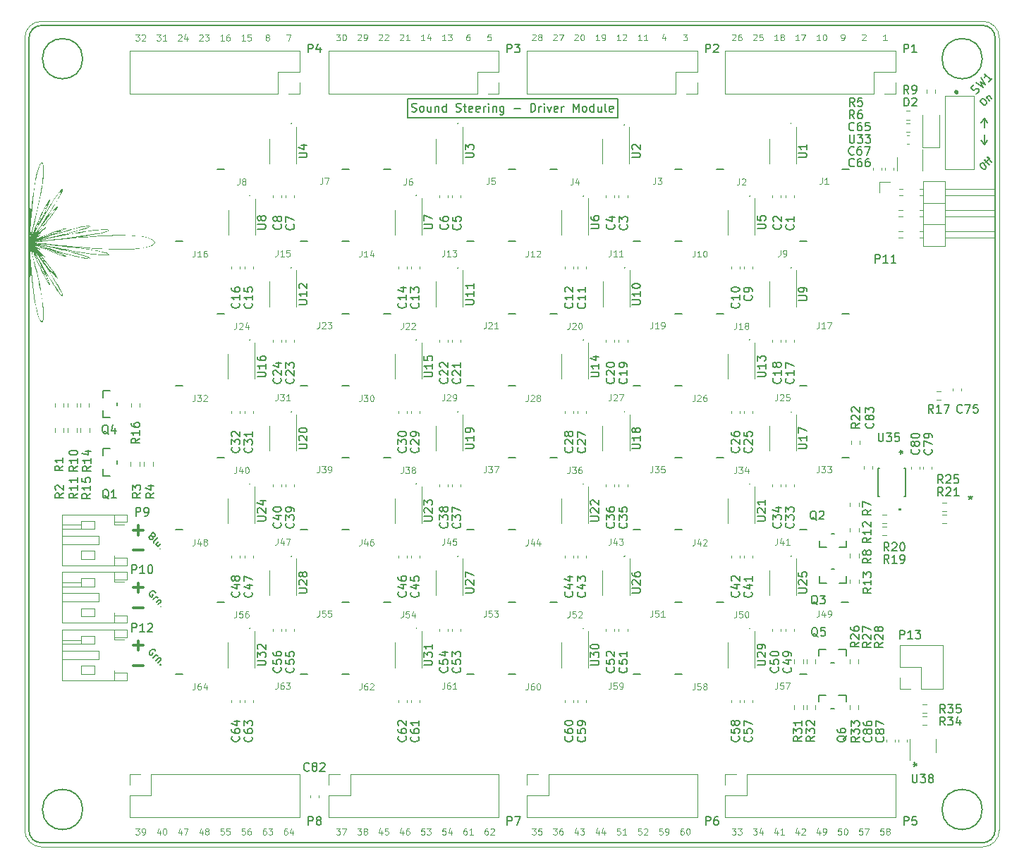
<source format=gto>
G04 #@! TF.GenerationSoftware,KiCad,Pcbnew,(6.0.11)*
G04 #@! TF.CreationDate,2024-03-31T18:21:24-04:00*
G04 #@! TF.ProjectId,Ultrasonic Sound Steering - Driver Rev. C,556c7472-6173-46f6-9e69-6320536f756e,rev?*
G04 #@! TF.SameCoordinates,Original*
G04 #@! TF.FileFunction,Legend,Top*
G04 #@! TF.FilePolarity,Positive*
%FSLAX46Y46*%
G04 Gerber Fmt 4.6, Leading zero omitted, Abs format (unit mm)*
G04 Created by KiCad (PCBNEW (6.0.11)) date 2024-03-31 18:21:24*
%MOMM*%
%LPD*%
G01*
G04 APERTURE LIST*
%ADD10C,0.150000*%
G04 #@! TA.AperFunction,Profile*
%ADD11C,0.100000*%
G04 #@! TD*
%ADD12C,0.100000*%
%ADD13C,0.300000*%
%ADD14C,0.200000*%
%ADD15C,0.120000*%
%ADD16C,0.152400*%
%ADD17C,0.400000*%
G04 APERTURE END LIST*
D10*
X247740000Y-92361016D02*
G75*
G03*
X247740000Y-92361016I-50000J0D01*
G01*
X293795000Y-97861016D02*
X294645000Y-97861016D01*
X233795000Y-115181524D02*
X234645000Y-115181524D01*
X310661048Y-144099990D02*
G75*
G03*
X312219114Y-142539924I58052J1500090D01*
G01*
X238795000Y-115181524D02*
X239645000Y-115181524D01*
X268795000Y-89200762D02*
X269645000Y-89200762D01*
X293795000Y-63220000D02*
X294645000Y-63220000D01*
X242740000Y-83700762D02*
G75*
G03*
X242740000Y-83700762I-50000J0D01*
G01*
X202667774Y-49950000D02*
G75*
G03*
X202667774Y-49950000I-2417696J0D01*
G01*
X267740000Y-92361016D02*
G75*
G03*
X267740000Y-92361016I-50000J0D01*
G01*
X267730000Y-109670000D02*
G75*
G03*
X267730000Y-109670000I-50000J0D01*
G01*
X282740000Y-83700762D02*
G75*
G03*
X282740000Y-83700762I-50000J0D01*
G01*
X238795000Y-80540508D02*
X239645000Y-80540508D01*
X310920000Y-60270000D02*
X310920000Y-59110000D01*
X273795000Y-80540508D02*
X274645000Y-80540508D01*
X233795000Y-97861016D02*
X234645000Y-97861016D01*
X248795000Y-123841778D02*
X249645000Y-123841778D01*
X282760000Y-118360000D02*
G75*
G03*
X282760000Y-118360000I-50000J0D01*
G01*
X242750000Y-118360000D02*
G75*
G03*
X242750000Y-118360000I-50000J0D01*
G01*
X288795000Y-89200762D02*
X289645000Y-89200762D01*
X242740000Y-101021270D02*
G75*
G03*
X242740000Y-101021270I-50000J0D01*
G01*
X273795000Y-89200762D02*
X274645000Y-89200762D01*
X202667811Y-140100000D02*
G75*
G03*
X202667811Y-140100000I-2417696J0D01*
G01*
X278795000Y-63220000D02*
X279645000Y-63220000D01*
X311320000Y-57600000D02*
X310920000Y-57100000D01*
X311320000Y-59770000D02*
X310920000Y-60270000D01*
X268795000Y-106521270D02*
X269645000Y-106521270D01*
X218795000Y-97861016D02*
X219645000Y-97861016D01*
X288770000Y-123830000D02*
X289620000Y-123830000D01*
X227740000Y-92361016D02*
G75*
G03*
X227740000Y-92361016I-50000J0D01*
G01*
X268795000Y-123841778D02*
X269645000Y-123841778D01*
X213795000Y-123841778D02*
X214645000Y-123841778D01*
X238795000Y-63220000D02*
X239645000Y-63220000D01*
X266880000Y-57005000D02*
X241670000Y-57005000D01*
X241670000Y-57005000D02*
X241670000Y-54735000D01*
X241670000Y-54735000D02*
X266880000Y-54735000D01*
X266880000Y-54735000D02*
X266880000Y-57005000D01*
X247740000Y-75040508D02*
G75*
G03*
X247740000Y-75040508I-50000J0D01*
G01*
X287740000Y-75040508D02*
G75*
G03*
X287740000Y-75040508I-50000J0D01*
G01*
X253795000Y-123841778D02*
X254645000Y-123841778D01*
X213795000Y-71880254D02*
X214645000Y-71880254D01*
X312219175Y-47508066D02*
G75*
G03*
X310659114Y-45950001I-1500075J58066D01*
G01*
X282740000Y-101021270D02*
G75*
G03*
X282740000Y-101021270I-50000J0D01*
G01*
X218795000Y-115181524D02*
X219645000Y-115181524D01*
X287740000Y-92361016D02*
G75*
G03*
X287740000Y-92361016I-50000J0D01*
G01*
X228795000Y-89200762D02*
X229645000Y-89200762D01*
X273795000Y-106521270D02*
X274645000Y-106521270D01*
X262780000Y-83720000D02*
G75*
G03*
X262780000Y-83720000I-50000J0D01*
G01*
X228795000Y-123841778D02*
X229645000Y-123841778D01*
X218795000Y-63220000D02*
X219645000Y-63220000D01*
X253795000Y-63220000D02*
X254645000Y-63220000D01*
X273795000Y-123841778D02*
X274645000Y-123841778D01*
X267720000Y-57860000D02*
G75*
G03*
X267720000Y-57860000I-50000J0D01*
G01*
X287740000Y-109670000D02*
G75*
G03*
X287740000Y-109670000I-50000J0D01*
G01*
X262790000Y-66420000D02*
G75*
G03*
X262790000Y-66420000I-50000J0D01*
G01*
X288795000Y-71880254D02*
X289645000Y-71880254D01*
X228795000Y-71880254D02*
X229645000Y-71880254D01*
X248795000Y-89200762D02*
X249645000Y-89200762D01*
X293795000Y-80540508D02*
X294645000Y-80540508D01*
X253795000Y-106521270D02*
X254645000Y-106521270D01*
X242740000Y-66380254D02*
G75*
G03*
X242740000Y-66380254I-50000J0D01*
G01*
X278795000Y-97861016D02*
X279645000Y-97861016D01*
X222740000Y-83700762D02*
G75*
G03*
X222740000Y-83700762I-50000J0D01*
G01*
X218795000Y-80540508D02*
X219645000Y-80540508D01*
X310520000Y-59770000D02*
X310920000Y-60270000D01*
X227740000Y-75040508D02*
G75*
G03*
X227740000Y-75040508I-50000J0D01*
G01*
X233795000Y-106521270D02*
X234645000Y-106521270D01*
X293775000Y-115200000D02*
X294625000Y-115200000D01*
X222740000Y-66380254D02*
G75*
G03*
X222740000Y-66380254I-50000J0D01*
G01*
X197779372Y-45950000D02*
X310659114Y-45950001D01*
X258795000Y-63220000D02*
X259645000Y-63220000D01*
X273795000Y-115181524D02*
X274645000Y-115181524D01*
X253795000Y-115181524D02*
X254645000Y-115181524D01*
X253795000Y-80540508D02*
X254645000Y-80540508D01*
X233795000Y-71880254D02*
X234645000Y-71880254D01*
X247740000Y-57720000D02*
G75*
G03*
X247740000Y-57720000I-50000J0D01*
G01*
X267740000Y-75040508D02*
G75*
G03*
X267740000Y-75040508I-50000J0D01*
G01*
X310920000Y-57100000D02*
X310920000Y-58260000D01*
X222760000Y-118360000D02*
G75*
G03*
X222760000Y-118360000I-50000J0D01*
G01*
X268795000Y-71880254D02*
X269645000Y-71880254D01*
X196219114Y-142549742D02*
X196221306Y-47510076D01*
X227740000Y-57720000D02*
G75*
G03*
X227740000Y-57720000I-50000J0D01*
G01*
X253795000Y-71880254D02*
X254645000Y-71880254D01*
X312219190Y-47508067D02*
X312219114Y-142539924D01*
X310667786Y-49950000D02*
G75*
G03*
X310667786Y-49950000I-2417696J0D01*
G01*
X233795000Y-89200762D02*
X234645000Y-89200762D01*
X278795000Y-115181524D02*
X279645000Y-115181524D01*
X310667769Y-140100000D02*
G75*
G03*
X310667769Y-140100000I-2417696J0D01*
G01*
X253795000Y-97861016D02*
X254645000Y-97861016D01*
X253795000Y-89200762D02*
X254645000Y-89200762D01*
X258795000Y-80540508D02*
X259645000Y-80540508D01*
X273795000Y-71880254D02*
X274645000Y-71880254D01*
X273795000Y-63220000D02*
X274645000Y-63220000D01*
X238795000Y-97861016D02*
X239645000Y-97861016D01*
X227740000Y-109681524D02*
G75*
G03*
X227740000Y-109681524I-50000J0D01*
G01*
X222740000Y-101021270D02*
G75*
G03*
X222740000Y-101021270I-50000J0D01*
G01*
X273795000Y-97861016D02*
X274645000Y-97861016D01*
X233795000Y-80540508D02*
X234645000Y-80540508D01*
X233795000Y-123841778D02*
X234645000Y-123841778D01*
X228795000Y-106521270D02*
X229645000Y-106521270D01*
X310661048Y-144100000D02*
X197779190Y-144107808D01*
X278795000Y-80540508D02*
X279645000Y-80540508D01*
X282780000Y-66410000D02*
G75*
G03*
X282780000Y-66410000I-50000J0D01*
G01*
X248795000Y-106521270D02*
X249645000Y-106521270D01*
X202779372Y-45950000D02*
X212219114Y-45950000D01*
X287740000Y-57720000D02*
G75*
G03*
X287740000Y-57720000I-50000J0D01*
G01*
X196219116Y-142549742D02*
G75*
G03*
X197779190Y-144107808I1500084J-58058D01*
G01*
X213795000Y-106521270D02*
X214645000Y-106521270D01*
X213795000Y-89200762D02*
X214645000Y-89200762D01*
X197779371Y-45950031D02*
G75*
G03*
X196221306Y-47510076I-58071J-1500069D01*
G01*
X310520000Y-57600000D02*
X310920000Y-57100000D01*
X288795000Y-106521270D02*
X289645000Y-106521270D01*
X258795000Y-97861016D02*
X259645000Y-97861016D01*
X262740000Y-101021270D02*
G75*
G03*
X262740000Y-101021270I-50000J0D01*
G01*
X262760000Y-118350000D02*
G75*
G03*
X262760000Y-118350000I-50000J0D01*
G01*
X248795000Y-71880254D02*
X249645000Y-71880254D01*
X258795000Y-115181524D02*
X259645000Y-115181524D01*
X233795000Y-63220000D02*
X234645000Y-63220000D01*
X247730000Y-109670000D02*
G75*
G03*
X247730000Y-109670000I-50000J0D01*
G01*
D11*
X312719114Y-47450000D02*
X312714900Y-142595786D01*
X312719100Y-47450000D02*
G75*
G03*
X310719114Y-45450000I-2000000J0D01*
G01*
X195723314Y-142595786D02*
G75*
G03*
X197723328Y-144595786I1999986J-14D01*
G01*
X195723328Y-142595786D02*
X195723328Y-47454213D01*
X197723328Y-45454213D02*
X310719114Y-45450000D01*
X310714900Y-144595786D02*
X197723328Y-144595786D01*
X310714900Y-144595800D02*
G75*
G03*
X312714900Y-142595786I0J2000000D01*
G01*
X197723328Y-45454228D02*
G75*
G03*
X195723328Y-47454213I-28J-1999972D01*
G01*
D12*
X283147857Y-142364285D02*
X283612142Y-142364285D01*
X283362142Y-142650000D01*
X283469285Y-142650000D01*
X283540714Y-142685714D01*
X283576428Y-142721428D01*
X283612142Y-142792857D01*
X283612142Y-142971428D01*
X283576428Y-143042857D01*
X283540714Y-143078571D01*
X283469285Y-143114285D01*
X283255000Y-143114285D01*
X283183571Y-143078571D01*
X283147857Y-143042857D01*
X284255000Y-142614285D02*
X284255000Y-143114285D01*
X284076428Y-142328571D02*
X283897857Y-142864285D01*
X284362142Y-142864285D01*
X283188571Y-47085714D02*
X283224285Y-47050000D01*
X283295714Y-47014285D01*
X283474285Y-47014285D01*
X283545714Y-47050000D01*
X283581428Y-47085714D01*
X283617142Y-47157142D01*
X283617142Y-47228571D01*
X283581428Y-47335714D01*
X283152857Y-47764285D01*
X283617142Y-47764285D01*
X284295714Y-47014285D02*
X283938571Y-47014285D01*
X283902857Y-47371428D01*
X283938571Y-47335714D01*
X284010000Y-47300000D01*
X284188571Y-47300000D01*
X284260000Y-47335714D01*
X284295714Y-47371428D01*
X284331428Y-47442857D01*
X284331428Y-47621428D01*
X284295714Y-47692857D01*
X284260000Y-47728571D01*
X284188571Y-47764285D01*
X284010000Y-47764285D01*
X283938571Y-47728571D01*
X283902857Y-47692857D01*
X219642142Y-47789285D02*
X219213571Y-47789285D01*
X219427857Y-47789285D02*
X219427857Y-47039285D01*
X219356428Y-47146428D01*
X219285000Y-47217857D01*
X219213571Y-47253571D01*
X220285000Y-47039285D02*
X220142142Y-47039285D01*
X220070714Y-47075000D01*
X220035000Y-47110714D01*
X219963571Y-47217857D01*
X219927857Y-47360714D01*
X219927857Y-47646428D01*
X219963571Y-47717857D01*
X219999285Y-47753571D01*
X220070714Y-47789285D01*
X220213571Y-47789285D01*
X220285000Y-47753571D01*
X220320714Y-47717857D01*
X220356428Y-47646428D01*
X220356428Y-47467857D01*
X220320714Y-47396428D01*
X220285000Y-47360714D01*
X220213571Y-47325000D01*
X220070714Y-47325000D01*
X219999285Y-47360714D01*
X219963571Y-47396428D01*
X219927857Y-47467857D01*
X280607857Y-142364285D02*
X281072142Y-142364285D01*
X280822142Y-142650000D01*
X280929285Y-142650000D01*
X281000714Y-142685714D01*
X281036428Y-142721428D01*
X281072142Y-142792857D01*
X281072142Y-142971428D01*
X281036428Y-143042857D01*
X281000714Y-143078571D01*
X280929285Y-143114285D01*
X280715000Y-143114285D01*
X280643571Y-143078571D01*
X280607857Y-143042857D01*
X281322142Y-142364285D02*
X281786428Y-142364285D01*
X281536428Y-142650000D01*
X281643571Y-142650000D01*
X281715000Y-142685714D01*
X281750714Y-142721428D01*
X281786428Y-142792857D01*
X281786428Y-142971428D01*
X281750714Y-143042857D01*
X281715000Y-143078571D01*
X281643571Y-143114285D01*
X281429285Y-143114285D01*
X281357857Y-143078571D01*
X281322142Y-143042857D01*
X288620714Y-142614285D02*
X288620714Y-143114285D01*
X288442142Y-142328571D02*
X288263571Y-142864285D01*
X288727857Y-142864285D01*
X288977857Y-142435714D02*
X289013571Y-142400000D01*
X289085000Y-142364285D01*
X289263571Y-142364285D01*
X289335000Y-142400000D01*
X289370714Y-142435714D01*
X289406428Y-142507142D01*
X289406428Y-142578571D01*
X289370714Y-142685714D01*
X288942142Y-143114285D01*
X289406428Y-143114285D01*
X298816428Y-142364285D02*
X298459285Y-142364285D01*
X298423571Y-142721428D01*
X298459285Y-142685714D01*
X298530714Y-142650000D01*
X298709285Y-142650000D01*
X298780714Y-142685714D01*
X298816428Y-142721428D01*
X298852142Y-142792857D01*
X298852142Y-142971428D01*
X298816428Y-143042857D01*
X298780714Y-143078571D01*
X298709285Y-143114285D01*
X298530714Y-143114285D01*
X298459285Y-143078571D01*
X298423571Y-143042857D01*
X299280714Y-142685714D02*
X299209285Y-142650000D01*
X299173571Y-142614285D01*
X299137857Y-142542857D01*
X299137857Y-142507142D01*
X299173571Y-142435714D01*
X299209285Y-142400000D01*
X299280714Y-142364285D01*
X299423571Y-142364285D01*
X299495000Y-142400000D01*
X299530714Y-142435714D01*
X299566428Y-142507142D01*
X299566428Y-142542857D01*
X299530714Y-142614285D01*
X299495000Y-142650000D01*
X299423571Y-142685714D01*
X299280714Y-142685714D01*
X299209285Y-142721428D01*
X299173571Y-142757142D01*
X299137857Y-142828571D01*
X299137857Y-142971428D01*
X299173571Y-143042857D01*
X299209285Y-143078571D01*
X299280714Y-143114285D01*
X299423571Y-143114285D01*
X299495000Y-143078571D01*
X299530714Y-143042857D01*
X299566428Y-142971428D01*
X299566428Y-142828571D01*
X299530714Y-142757142D01*
X299495000Y-142721428D01*
X299423571Y-142685714D01*
X264697142Y-47764285D02*
X264268571Y-47764285D01*
X264482857Y-47764285D02*
X264482857Y-47014285D01*
X264411428Y-47121428D01*
X264340000Y-47192857D01*
X264268571Y-47228571D01*
X265054285Y-47764285D02*
X265197142Y-47764285D01*
X265268571Y-47728571D01*
X265304285Y-47692857D01*
X265375714Y-47585714D01*
X265411428Y-47442857D01*
X265411428Y-47157142D01*
X265375714Y-47085714D01*
X265340000Y-47050000D01*
X265268571Y-47014285D01*
X265125714Y-47014285D01*
X265054285Y-47050000D01*
X265018571Y-47085714D01*
X264982857Y-47157142D01*
X264982857Y-47335714D01*
X265018571Y-47407142D01*
X265054285Y-47442857D01*
X265125714Y-47478571D01*
X265268571Y-47478571D01*
X265340000Y-47442857D01*
X265375714Y-47407142D01*
X265411428Y-47335714D01*
X209017857Y-47039285D02*
X209482142Y-47039285D01*
X209232142Y-47325000D01*
X209339285Y-47325000D01*
X209410714Y-47360714D01*
X209446428Y-47396428D01*
X209482142Y-47467857D01*
X209482142Y-47646428D01*
X209446428Y-47717857D01*
X209410714Y-47753571D01*
X209339285Y-47789285D01*
X209125000Y-47789285D01*
X209053571Y-47753571D01*
X209017857Y-47717857D01*
X209767857Y-47110714D02*
X209803571Y-47075000D01*
X209875000Y-47039285D01*
X210053571Y-47039285D01*
X210125000Y-47075000D01*
X210160714Y-47110714D01*
X210196428Y-47182142D01*
X210196428Y-47253571D01*
X210160714Y-47360714D01*
X209732142Y-47789285D01*
X210196428Y-47789285D01*
X251280714Y-142364285D02*
X251137857Y-142364285D01*
X251066428Y-142400000D01*
X251030714Y-142435714D01*
X250959285Y-142542857D01*
X250923571Y-142685714D01*
X250923571Y-142971428D01*
X250959285Y-143042857D01*
X250995000Y-143078571D01*
X251066428Y-143114285D01*
X251209285Y-143114285D01*
X251280714Y-143078571D01*
X251316428Y-143042857D01*
X251352142Y-142971428D01*
X251352142Y-142792857D01*
X251316428Y-142721428D01*
X251280714Y-142685714D01*
X251209285Y-142650000D01*
X251066428Y-142650000D01*
X250995000Y-142685714D01*
X250959285Y-142721428D01*
X250923571Y-142792857D01*
X251637857Y-142435714D02*
X251673571Y-142400000D01*
X251745000Y-142364285D01*
X251923571Y-142364285D01*
X251995000Y-142400000D01*
X252030714Y-142435714D01*
X252066428Y-142507142D01*
X252066428Y-142578571D01*
X252030714Y-142685714D01*
X251602142Y-143114285D01*
X252066428Y-143114285D01*
X251678571Y-47014285D02*
X251321428Y-47014285D01*
X251285714Y-47371428D01*
X251321428Y-47335714D01*
X251392857Y-47300000D01*
X251571428Y-47300000D01*
X251642857Y-47335714D01*
X251678571Y-47371428D01*
X251714285Y-47442857D01*
X251714285Y-47621428D01*
X251678571Y-47692857D01*
X251642857Y-47728571D01*
X251571428Y-47764285D01*
X251392857Y-47764285D01*
X251321428Y-47728571D01*
X251285714Y-47692857D01*
X241120714Y-142614285D02*
X241120714Y-143114285D01*
X240942142Y-142328571D02*
X240763571Y-142864285D01*
X241227857Y-142864285D01*
X241835000Y-142364285D02*
X241692142Y-142364285D01*
X241620714Y-142400000D01*
X241585000Y-142435714D01*
X241513571Y-142542857D01*
X241477857Y-142685714D01*
X241477857Y-142971428D01*
X241513571Y-143042857D01*
X241549285Y-143078571D01*
X241620714Y-143114285D01*
X241763571Y-143114285D01*
X241835000Y-143078571D01*
X241870714Y-143042857D01*
X241906428Y-142971428D01*
X241906428Y-142792857D01*
X241870714Y-142721428D01*
X241835000Y-142685714D01*
X241763571Y-142650000D01*
X241620714Y-142650000D01*
X241549285Y-142685714D01*
X241513571Y-142721428D01*
X241477857Y-142792857D01*
X224645714Y-142389285D02*
X224502857Y-142389285D01*
X224431428Y-142425000D01*
X224395714Y-142460714D01*
X224324285Y-142567857D01*
X224288571Y-142710714D01*
X224288571Y-142996428D01*
X224324285Y-143067857D01*
X224360000Y-143103571D01*
X224431428Y-143139285D01*
X224574285Y-143139285D01*
X224645714Y-143103571D01*
X224681428Y-143067857D01*
X224717142Y-142996428D01*
X224717142Y-142817857D01*
X224681428Y-142746428D01*
X224645714Y-142710714D01*
X224574285Y-142675000D01*
X224431428Y-142675000D01*
X224360000Y-142710714D01*
X224324285Y-142746428D01*
X224288571Y-142817857D01*
X224967142Y-142389285D02*
X225431428Y-142389285D01*
X225181428Y-142675000D01*
X225288571Y-142675000D01*
X225360000Y-142710714D01*
X225395714Y-142746428D01*
X225431428Y-142817857D01*
X225431428Y-142996428D01*
X225395714Y-143067857D01*
X225360000Y-143103571D01*
X225288571Y-143139285D01*
X225074285Y-143139285D01*
X225002857Y-143103571D01*
X224967142Y-143067857D01*
X286080714Y-142614285D02*
X286080714Y-143114285D01*
X285902142Y-142328571D02*
X285723571Y-142864285D01*
X286187857Y-142864285D01*
X286866428Y-143114285D02*
X286437857Y-143114285D01*
X286652142Y-143114285D02*
X286652142Y-142364285D01*
X286580714Y-142471428D01*
X286509285Y-142542857D01*
X286437857Y-142578571D01*
X296245714Y-47085714D02*
X296281428Y-47050000D01*
X296352857Y-47014285D01*
X296531428Y-47014285D01*
X296602857Y-47050000D01*
X296638571Y-47085714D01*
X296674285Y-47157142D01*
X296674285Y-47228571D01*
X296638571Y-47335714D01*
X296210000Y-47764285D01*
X296674285Y-47764285D01*
X274750000Y-47014285D02*
X275214285Y-47014285D01*
X274964285Y-47300000D01*
X275071428Y-47300000D01*
X275142857Y-47335714D01*
X275178571Y-47371428D01*
X275214285Y-47442857D01*
X275214285Y-47621428D01*
X275178571Y-47692857D01*
X275142857Y-47728571D01*
X275071428Y-47764285D01*
X274857142Y-47764285D01*
X274785714Y-47728571D01*
X274750000Y-47692857D01*
X291160714Y-142614285D02*
X291160714Y-143114285D01*
X290982142Y-142328571D02*
X290803571Y-142864285D01*
X291267857Y-142864285D01*
X291589285Y-143114285D02*
X291732142Y-143114285D01*
X291803571Y-143078571D01*
X291839285Y-143042857D01*
X291910714Y-142935714D01*
X291946428Y-142792857D01*
X291946428Y-142507142D01*
X291910714Y-142435714D01*
X291875000Y-142400000D01*
X291803571Y-142364285D01*
X291660714Y-142364285D01*
X291589285Y-142400000D01*
X291553571Y-142435714D01*
X291517857Y-142507142D01*
X291517857Y-142685714D01*
X291553571Y-142757142D01*
X291589285Y-142792857D01*
X291660714Y-142828571D01*
X291803571Y-142828571D01*
X291875000Y-142792857D01*
X291910714Y-142757142D01*
X291946428Y-142685714D01*
X280648571Y-47085714D02*
X280684285Y-47050000D01*
X280755714Y-47014285D01*
X280934285Y-47014285D01*
X281005714Y-47050000D01*
X281041428Y-47085714D01*
X281077142Y-47157142D01*
X281077142Y-47228571D01*
X281041428Y-47335714D01*
X280612857Y-47764285D01*
X281077142Y-47764285D01*
X281720000Y-47014285D02*
X281577142Y-47014285D01*
X281505714Y-47050000D01*
X281470000Y-47085714D01*
X281398571Y-47192857D01*
X281362857Y-47335714D01*
X281362857Y-47621428D01*
X281398571Y-47692857D01*
X281434285Y-47728571D01*
X281505714Y-47764285D01*
X281648571Y-47764285D01*
X281720000Y-47728571D01*
X281755714Y-47692857D01*
X281791428Y-47621428D01*
X281791428Y-47442857D01*
X281755714Y-47371428D01*
X281720000Y-47335714D01*
X281648571Y-47300000D01*
X281505714Y-47300000D01*
X281434285Y-47335714D01*
X281398571Y-47371428D01*
X281362857Y-47442857D01*
X222141428Y-142389285D02*
X221784285Y-142389285D01*
X221748571Y-142746428D01*
X221784285Y-142710714D01*
X221855714Y-142675000D01*
X222034285Y-142675000D01*
X222105714Y-142710714D01*
X222141428Y-142746428D01*
X222177142Y-142817857D01*
X222177142Y-142996428D01*
X222141428Y-143067857D01*
X222105714Y-143103571D01*
X222034285Y-143139285D01*
X221855714Y-143139285D01*
X221784285Y-143103571D01*
X221748571Y-143067857D01*
X222820000Y-142389285D02*
X222677142Y-142389285D01*
X222605714Y-142425000D01*
X222570000Y-142460714D01*
X222498571Y-142567857D01*
X222462857Y-142710714D01*
X222462857Y-142996428D01*
X222498571Y-143067857D01*
X222534285Y-143103571D01*
X222605714Y-143139285D01*
X222748571Y-143139285D01*
X222820000Y-143103571D01*
X222855714Y-143067857D01*
X222891428Y-142996428D01*
X222891428Y-142817857D01*
X222855714Y-142746428D01*
X222820000Y-142710714D01*
X222748571Y-142675000D01*
X222605714Y-142675000D01*
X222534285Y-142710714D01*
X222498571Y-142746428D01*
X222462857Y-142817857D01*
D10*
X309240000Y-102402380D02*
X309240000Y-102640476D01*
X309001904Y-102545238D02*
X309240000Y-102640476D01*
X309478095Y-102545238D01*
X309097142Y-102830952D02*
X309240000Y-102640476D01*
X309382857Y-102830952D01*
D12*
X224793571Y-47360714D02*
X224722142Y-47325000D01*
X224686428Y-47289285D01*
X224650714Y-47217857D01*
X224650714Y-47182142D01*
X224686428Y-47110714D01*
X224722142Y-47075000D01*
X224793571Y-47039285D01*
X224936428Y-47039285D01*
X225007857Y-47075000D01*
X225043571Y-47110714D01*
X225079285Y-47182142D01*
X225079285Y-47217857D01*
X225043571Y-47289285D01*
X225007857Y-47325000D01*
X224936428Y-47360714D01*
X224793571Y-47360714D01*
X224722142Y-47396428D01*
X224686428Y-47432142D01*
X224650714Y-47503571D01*
X224650714Y-47646428D01*
X224686428Y-47717857D01*
X224722142Y-47753571D01*
X224793571Y-47789285D01*
X224936428Y-47789285D01*
X225007857Y-47753571D01*
X225043571Y-47717857D01*
X225079285Y-47646428D01*
X225079285Y-47503571D01*
X225043571Y-47432142D01*
X225007857Y-47396428D01*
X224936428Y-47360714D01*
X211945714Y-142639285D02*
X211945714Y-143139285D01*
X211767142Y-142353571D02*
X211588571Y-142889285D01*
X212052857Y-142889285D01*
X212481428Y-142389285D02*
X212552857Y-142389285D01*
X212624285Y-142425000D01*
X212660000Y-142460714D01*
X212695714Y-142532142D01*
X212731428Y-142675000D01*
X212731428Y-142853571D01*
X212695714Y-142996428D01*
X212660000Y-143067857D01*
X212624285Y-143103571D01*
X212552857Y-143139285D01*
X212481428Y-143139285D01*
X212410000Y-143103571D01*
X212374285Y-143067857D01*
X212338571Y-142996428D01*
X212302857Y-142853571D01*
X212302857Y-142675000D01*
X212338571Y-142532142D01*
X212374285Y-142460714D01*
X212410000Y-142425000D01*
X212481428Y-142389285D01*
X259188571Y-47085714D02*
X259224285Y-47050000D01*
X259295714Y-47014285D01*
X259474285Y-47014285D01*
X259545714Y-47050000D01*
X259581428Y-47085714D01*
X259617142Y-47157142D01*
X259617142Y-47228571D01*
X259581428Y-47335714D01*
X259152857Y-47764285D01*
X259617142Y-47764285D01*
X259867142Y-47014285D02*
X260367142Y-47014285D01*
X260045714Y-47764285D01*
X243737142Y-47764285D02*
X243308571Y-47764285D01*
X243522857Y-47764285D02*
X243522857Y-47014285D01*
X243451428Y-47121428D01*
X243380000Y-47192857D01*
X243308571Y-47228571D01*
X244380000Y-47264285D02*
X244380000Y-47764285D01*
X244201428Y-46978571D02*
X244022857Y-47514285D01*
X244487142Y-47514285D01*
X274780714Y-142364285D02*
X274637857Y-142364285D01*
X274566428Y-142400000D01*
X274530714Y-142435714D01*
X274459285Y-142542857D01*
X274423571Y-142685714D01*
X274423571Y-142971428D01*
X274459285Y-143042857D01*
X274495000Y-143078571D01*
X274566428Y-143114285D01*
X274709285Y-143114285D01*
X274780714Y-143078571D01*
X274816428Y-143042857D01*
X274852142Y-142971428D01*
X274852142Y-142792857D01*
X274816428Y-142721428D01*
X274780714Y-142685714D01*
X274709285Y-142650000D01*
X274566428Y-142650000D01*
X274495000Y-142685714D01*
X274459285Y-142721428D01*
X274423571Y-142792857D01*
X275316428Y-142364285D02*
X275387857Y-142364285D01*
X275459285Y-142400000D01*
X275495000Y-142435714D01*
X275530714Y-142507142D01*
X275566428Y-142650000D01*
X275566428Y-142828571D01*
X275530714Y-142971428D01*
X275495000Y-143042857D01*
X275459285Y-143078571D01*
X275387857Y-143114285D01*
X275316428Y-143114285D01*
X275245000Y-143078571D01*
X275209285Y-143042857D01*
X275173571Y-142971428D01*
X275137857Y-142828571D01*
X275137857Y-142650000D01*
X275173571Y-142507142D01*
X275209285Y-142435714D01*
X275245000Y-142400000D01*
X275316428Y-142364285D01*
X259188571Y-47085714D02*
X259224285Y-47050000D01*
X259295714Y-47014285D01*
X259474285Y-47014285D01*
X259545714Y-47050000D01*
X259581428Y-47085714D01*
X259617142Y-47157142D01*
X259617142Y-47228571D01*
X259581428Y-47335714D01*
X259152857Y-47764285D01*
X259617142Y-47764285D01*
X259867142Y-47014285D02*
X260367142Y-47014285D01*
X260045714Y-47764285D01*
X217025714Y-142639285D02*
X217025714Y-143139285D01*
X216847142Y-142353571D02*
X216668571Y-142889285D01*
X217132857Y-142889285D01*
X217525714Y-142710714D02*
X217454285Y-142675000D01*
X217418571Y-142639285D01*
X217382857Y-142567857D01*
X217382857Y-142532142D01*
X217418571Y-142460714D01*
X217454285Y-142425000D01*
X217525714Y-142389285D01*
X217668571Y-142389285D01*
X217740000Y-142425000D01*
X217775714Y-142460714D01*
X217811428Y-142532142D01*
X217811428Y-142567857D01*
X217775714Y-142639285D01*
X217740000Y-142675000D01*
X217668571Y-142710714D01*
X217525714Y-142710714D01*
X217454285Y-142746428D01*
X217418571Y-142782142D01*
X217382857Y-142853571D01*
X217382857Y-142996428D01*
X217418571Y-143067857D01*
X217454285Y-143103571D01*
X217525714Y-143139285D01*
X217668571Y-143139285D01*
X217740000Y-143103571D01*
X217775714Y-143067857D01*
X217811428Y-142996428D01*
X217811428Y-142853571D01*
X217775714Y-142782142D01*
X217740000Y-142746428D01*
X217668571Y-142710714D01*
X222182142Y-47789285D02*
X221753571Y-47789285D01*
X221967857Y-47789285D02*
X221967857Y-47039285D01*
X221896428Y-47146428D01*
X221825000Y-47217857D01*
X221753571Y-47253571D01*
X222860714Y-47039285D02*
X222503571Y-47039285D01*
X222467857Y-47396428D01*
X222503571Y-47360714D01*
X222575000Y-47325000D01*
X222753571Y-47325000D01*
X222825000Y-47360714D01*
X222860714Y-47396428D01*
X222896428Y-47467857D01*
X222896428Y-47646428D01*
X222860714Y-47717857D01*
X222825000Y-47753571D01*
X222753571Y-47789285D01*
X222575000Y-47789285D01*
X222503571Y-47753571D01*
X222467857Y-47717857D01*
D10*
X310443096Y-62627343D02*
X310550845Y-62519593D01*
X310631658Y-62492656D01*
X310739407Y-62492656D01*
X310874094Y-62573468D01*
X311062656Y-62762030D01*
X311143468Y-62896717D01*
X311143468Y-63004467D01*
X311116531Y-63085279D01*
X311008781Y-63193028D01*
X310927969Y-63219966D01*
X310820219Y-63219966D01*
X310685532Y-63139154D01*
X310496971Y-62950592D01*
X310416158Y-62815905D01*
X310416158Y-62708155D01*
X310443096Y-62627343D01*
X311035719Y-62411844D02*
X311251218Y-62196345D01*
X311493654Y-62708155D02*
X311008781Y-62223282D01*
X310981844Y-62142470D01*
X311008781Y-62061658D01*
X311062656Y-62007783D01*
X311358967Y-62088595D02*
X311574467Y-61873096D01*
X311816903Y-62384906D02*
X311332030Y-61900033D01*
X311305093Y-61819221D01*
X311332030Y-61738409D01*
X311385905Y-61684534D01*
D12*
X288620714Y-142614285D02*
X288620714Y-143114285D01*
X288442142Y-142328571D02*
X288263571Y-142864285D01*
X288727857Y-142864285D01*
X288977857Y-142435714D02*
X289013571Y-142400000D01*
X289085000Y-142364285D01*
X289263571Y-142364285D01*
X289335000Y-142400000D01*
X289370714Y-142435714D01*
X289406428Y-142507142D01*
X289406428Y-142578571D01*
X289370714Y-142685714D01*
X288942142Y-143114285D01*
X289406428Y-143114285D01*
X269777142Y-47764285D02*
X269348571Y-47764285D01*
X269562857Y-47764285D02*
X269562857Y-47014285D01*
X269491428Y-47121428D01*
X269420000Y-47192857D01*
X269348571Y-47228571D01*
X270491428Y-47764285D02*
X270062857Y-47764285D01*
X270277142Y-47764285D02*
X270277142Y-47014285D01*
X270205714Y-47121428D01*
X270134285Y-47192857D01*
X270062857Y-47228571D01*
X211557857Y-47039285D02*
X212022142Y-47039285D01*
X211772142Y-47325000D01*
X211879285Y-47325000D01*
X211950714Y-47360714D01*
X211986428Y-47396428D01*
X212022142Y-47467857D01*
X212022142Y-47646428D01*
X211986428Y-47717857D01*
X211950714Y-47753571D01*
X211879285Y-47789285D01*
X211665000Y-47789285D01*
X211593571Y-47753571D01*
X211557857Y-47717857D01*
X212736428Y-47789285D02*
X212307857Y-47789285D01*
X212522142Y-47789285D02*
X212522142Y-47039285D01*
X212450714Y-47146428D01*
X212379285Y-47217857D01*
X212307857Y-47253571D01*
X209012857Y-142389285D02*
X209477142Y-142389285D01*
X209227142Y-142675000D01*
X209334285Y-142675000D01*
X209405714Y-142710714D01*
X209441428Y-142746428D01*
X209477142Y-142817857D01*
X209477142Y-142996428D01*
X209441428Y-143067857D01*
X209405714Y-143103571D01*
X209334285Y-143139285D01*
X209120000Y-143139285D01*
X209048571Y-143103571D01*
X209012857Y-143067857D01*
X209834285Y-143139285D02*
X209977142Y-143139285D01*
X210048571Y-143103571D01*
X210084285Y-143067857D01*
X210155714Y-142960714D01*
X210191428Y-142817857D01*
X210191428Y-142532142D01*
X210155714Y-142460714D01*
X210120000Y-142425000D01*
X210048571Y-142389285D01*
X209905714Y-142389285D01*
X209834285Y-142425000D01*
X209798571Y-142460714D01*
X209762857Y-142532142D01*
X209762857Y-142710714D01*
X209798571Y-142782142D01*
X209834285Y-142817857D01*
X209905714Y-142853571D01*
X210048571Y-142853571D01*
X210120000Y-142817857D01*
X210155714Y-142782142D01*
X210191428Y-142710714D01*
X211557857Y-47039285D02*
X212022142Y-47039285D01*
X211772142Y-47325000D01*
X211879285Y-47325000D01*
X211950714Y-47360714D01*
X211986428Y-47396428D01*
X212022142Y-47467857D01*
X212022142Y-47646428D01*
X211986428Y-47717857D01*
X211950714Y-47753571D01*
X211879285Y-47789285D01*
X211665000Y-47789285D01*
X211593571Y-47753571D01*
X211557857Y-47717857D01*
X212736428Y-47789285D02*
X212307857Y-47789285D01*
X212522142Y-47789285D02*
X212522142Y-47039285D01*
X212450714Y-47146428D01*
X212379285Y-47217857D01*
X212307857Y-47253571D01*
D10*
X211405312Y-121069627D02*
X211378375Y-120988815D01*
X211297563Y-120908003D01*
X211189813Y-120854128D01*
X211082064Y-120854128D01*
X211001251Y-120881065D01*
X210866564Y-120961877D01*
X210785752Y-121042690D01*
X210704940Y-121177377D01*
X210678003Y-121258189D01*
X210678003Y-121365938D01*
X210731877Y-121473688D01*
X210785752Y-121527563D01*
X210893502Y-121581438D01*
X210947377Y-121581438D01*
X211135938Y-121392876D01*
X211028189Y-121285126D01*
X211135938Y-121877749D02*
X211513062Y-121500625D01*
X211405312Y-121608375D02*
X211486125Y-121581438D01*
X211540000Y-121581438D01*
X211620812Y-121608375D01*
X211674687Y-121662250D01*
X211863248Y-121850812D02*
X211486125Y-122227935D01*
X211809374Y-121904687D02*
X211863248Y-121904687D01*
X211944061Y-121931624D01*
X212024873Y-122012436D01*
X212051810Y-122093248D01*
X212024873Y-122174061D01*
X211728561Y-122470372D01*
X212051810Y-122685871D02*
X212051810Y-122739746D01*
X211997935Y-122739746D01*
X211997935Y-122685871D01*
X212051810Y-122685871D01*
X211997935Y-122739746D01*
D12*
X246236428Y-142364285D02*
X245879285Y-142364285D01*
X245843571Y-142721428D01*
X245879285Y-142685714D01*
X245950714Y-142650000D01*
X246129285Y-142650000D01*
X246200714Y-142685714D01*
X246236428Y-142721428D01*
X246272142Y-142792857D01*
X246272142Y-142971428D01*
X246236428Y-143042857D01*
X246200714Y-143078571D01*
X246129285Y-143114285D01*
X245950714Y-143114285D01*
X245879285Y-143078571D01*
X245843571Y-143042857D01*
X246915000Y-142614285D02*
X246915000Y-143114285D01*
X246736428Y-142328571D02*
X246557857Y-142864285D01*
X247022142Y-142864285D01*
X299214285Y-47764285D02*
X298785714Y-47764285D01*
X299000000Y-47764285D02*
X299000000Y-47014285D01*
X298928571Y-47121428D01*
X298857142Y-47192857D01*
X298785714Y-47228571D01*
X238580714Y-142614285D02*
X238580714Y-143114285D01*
X238402142Y-142328571D02*
X238223571Y-142864285D01*
X238687857Y-142864285D01*
X239330714Y-142364285D02*
X238973571Y-142364285D01*
X238937857Y-142721428D01*
X238973571Y-142685714D01*
X239045000Y-142650000D01*
X239223571Y-142650000D01*
X239295000Y-142685714D01*
X239330714Y-142721428D01*
X239366428Y-142792857D01*
X239366428Y-142971428D01*
X239330714Y-143042857D01*
X239295000Y-143078571D01*
X239223571Y-143114285D01*
X239045000Y-143114285D01*
X238973571Y-143078571D01*
X238937857Y-143042857D01*
X209017857Y-47039285D02*
X209482142Y-47039285D01*
X209232142Y-47325000D01*
X209339285Y-47325000D01*
X209410714Y-47360714D01*
X209446428Y-47396428D01*
X209482142Y-47467857D01*
X209482142Y-47646428D01*
X209446428Y-47717857D01*
X209410714Y-47753571D01*
X209339285Y-47789285D01*
X209125000Y-47789285D01*
X209053571Y-47753571D01*
X209017857Y-47717857D01*
X209767857Y-47110714D02*
X209803571Y-47075000D01*
X209875000Y-47039285D01*
X210053571Y-47039285D01*
X210125000Y-47075000D01*
X210160714Y-47110714D01*
X210196428Y-47182142D01*
X210196428Y-47253571D01*
X210160714Y-47360714D01*
X209732142Y-47789285D01*
X210196428Y-47789285D01*
X235647857Y-142364285D02*
X236112142Y-142364285D01*
X235862142Y-142650000D01*
X235969285Y-142650000D01*
X236040714Y-142685714D01*
X236076428Y-142721428D01*
X236112142Y-142792857D01*
X236112142Y-142971428D01*
X236076428Y-143042857D01*
X236040714Y-143078571D01*
X235969285Y-143114285D01*
X235755000Y-143114285D01*
X235683571Y-143078571D01*
X235647857Y-143042857D01*
X236540714Y-142685714D02*
X236469285Y-142650000D01*
X236433571Y-142614285D01*
X236397857Y-142542857D01*
X236397857Y-142507142D01*
X236433571Y-142435714D01*
X236469285Y-142400000D01*
X236540714Y-142364285D01*
X236683571Y-142364285D01*
X236755000Y-142400000D01*
X236790714Y-142435714D01*
X236826428Y-142507142D01*
X236826428Y-142542857D01*
X236790714Y-142614285D01*
X236755000Y-142650000D01*
X236683571Y-142685714D01*
X236540714Y-142685714D01*
X236469285Y-142721428D01*
X236433571Y-142757142D01*
X236397857Y-142828571D01*
X236397857Y-142971428D01*
X236433571Y-143042857D01*
X236469285Y-143078571D01*
X236540714Y-143114285D01*
X236683571Y-143114285D01*
X236755000Y-143078571D01*
X236790714Y-143042857D01*
X236826428Y-142971428D01*
X236826428Y-142828571D01*
X236790714Y-142757142D01*
X236755000Y-142721428D01*
X236683571Y-142685714D01*
X233112857Y-47014285D02*
X233577142Y-47014285D01*
X233327142Y-47300000D01*
X233434285Y-47300000D01*
X233505714Y-47335714D01*
X233541428Y-47371428D01*
X233577142Y-47442857D01*
X233577142Y-47621428D01*
X233541428Y-47692857D01*
X233505714Y-47728571D01*
X233434285Y-47764285D01*
X233220000Y-47764285D01*
X233148571Y-47728571D01*
X233112857Y-47692857D01*
X234041428Y-47014285D02*
X234112857Y-47014285D01*
X234184285Y-47050000D01*
X234220000Y-47085714D01*
X234255714Y-47157142D01*
X234291428Y-47300000D01*
X234291428Y-47478571D01*
X234255714Y-47621428D01*
X234220000Y-47692857D01*
X234184285Y-47728571D01*
X234112857Y-47764285D01*
X234041428Y-47764285D01*
X233970000Y-47728571D01*
X233934285Y-47692857D01*
X233898571Y-47621428D01*
X233862857Y-47478571D01*
X233862857Y-47300000D01*
X233898571Y-47157142D01*
X233934285Y-47085714D01*
X233970000Y-47050000D01*
X234041428Y-47014285D01*
X286080714Y-142614285D02*
X286080714Y-143114285D01*
X285902142Y-142328571D02*
X285723571Y-142864285D01*
X286187857Y-142864285D01*
X286866428Y-143114285D02*
X286437857Y-143114285D01*
X286652142Y-143114285D02*
X286652142Y-142364285D01*
X286580714Y-142471428D01*
X286509285Y-142542857D01*
X286437857Y-142578571D01*
X269736428Y-142364285D02*
X269379285Y-142364285D01*
X269343571Y-142721428D01*
X269379285Y-142685714D01*
X269450714Y-142650000D01*
X269629285Y-142650000D01*
X269700714Y-142685714D01*
X269736428Y-142721428D01*
X269772142Y-142792857D01*
X269772142Y-142971428D01*
X269736428Y-143042857D01*
X269700714Y-143078571D01*
X269629285Y-143114285D01*
X269450714Y-143114285D01*
X269379285Y-143078571D01*
X269343571Y-143042857D01*
X270057857Y-142435714D02*
X270093571Y-142400000D01*
X270165000Y-142364285D01*
X270343571Y-142364285D01*
X270415000Y-142400000D01*
X270450714Y-142435714D01*
X270486428Y-142507142D01*
X270486428Y-142578571D01*
X270450714Y-142685714D01*
X270022142Y-143114285D01*
X270486428Y-143114285D01*
X233107857Y-142364285D02*
X233572142Y-142364285D01*
X233322142Y-142650000D01*
X233429285Y-142650000D01*
X233500714Y-142685714D01*
X233536428Y-142721428D01*
X233572142Y-142792857D01*
X233572142Y-142971428D01*
X233536428Y-143042857D01*
X233500714Y-143078571D01*
X233429285Y-143114285D01*
X233215000Y-143114285D01*
X233143571Y-143078571D01*
X233107857Y-143042857D01*
X233822142Y-142364285D02*
X234322142Y-142364285D01*
X234000714Y-143114285D01*
X261728571Y-47085714D02*
X261764285Y-47050000D01*
X261835714Y-47014285D01*
X262014285Y-47014285D01*
X262085714Y-47050000D01*
X262121428Y-47085714D01*
X262157142Y-47157142D01*
X262157142Y-47228571D01*
X262121428Y-47335714D01*
X261692857Y-47764285D01*
X262157142Y-47764285D01*
X262621428Y-47014285D02*
X262692857Y-47014285D01*
X262764285Y-47050000D01*
X262800000Y-47085714D01*
X262835714Y-47157142D01*
X262871428Y-47300000D01*
X262871428Y-47478571D01*
X262835714Y-47621428D01*
X262800000Y-47692857D01*
X262764285Y-47728571D01*
X262692857Y-47764285D01*
X262621428Y-47764285D01*
X262550000Y-47728571D01*
X262514285Y-47692857D01*
X262478571Y-47621428D01*
X262442857Y-47478571D01*
X262442857Y-47300000D01*
X262478571Y-47157142D01*
X262514285Y-47085714D01*
X262550000Y-47050000D01*
X262621428Y-47014285D01*
X272602857Y-47264285D02*
X272602857Y-47764285D01*
X272424285Y-46978571D02*
X272245714Y-47514285D01*
X272710000Y-47514285D01*
X272276428Y-142364285D02*
X271919285Y-142364285D01*
X271883571Y-142721428D01*
X271919285Y-142685714D01*
X271990714Y-142650000D01*
X272169285Y-142650000D01*
X272240714Y-142685714D01*
X272276428Y-142721428D01*
X272312142Y-142792857D01*
X272312142Y-142971428D01*
X272276428Y-143042857D01*
X272240714Y-143078571D01*
X272169285Y-143114285D01*
X271990714Y-143114285D01*
X271919285Y-143078571D01*
X271883571Y-143042857D01*
X272669285Y-143114285D02*
X272812142Y-143114285D01*
X272883571Y-143078571D01*
X272919285Y-143042857D01*
X272990714Y-142935714D01*
X273026428Y-142792857D01*
X273026428Y-142507142D01*
X272990714Y-142435714D01*
X272955000Y-142400000D01*
X272883571Y-142364285D01*
X272740714Y-142364285D01*
X272669285Y-142400000D01*
X272633571Y-142435714D01*
X272597857Y-142507142D01*
X272597857Y-142685714D01*
X272633571Y-142757142D01*
X272669285Y-142792857D01*
X272740714Y-142828571D01*
X272883571Y-142828571D01*
X272955000Y-142792857D01*
X272990714Y-142757142D01*
X273026428Y-142685714D01*
D10*
X211425312Y-114079627D02*
X211398375Y-113998815D01*
X211317563Y-113918003D01*
X211209813Y-113864128D01*
X211102064Y-113864128D01*
X211021251Y-113891065D01*
X210886564Y-113971877D01*
X210805752Y-114052690D01*
X210724940Y-114187377D01*
X210698003Y-114268189D01*
X210698003Y-114375938D01*
X210751877Y-114483688D01*
X210805752Y-114537563D01*
X210913502Y-114591438D01*
X210967377Y-114591438D01*
X211155938Y-114402876D01*
X211048189Y-114295126D01*
X211155938Y-114887749D02*
X211533062Y-114510625D01*
X211425312Y-114618375D02*
X211506125Y-114591438D01*
X211560000Y-114591438D01*
X211640812Y-114618375D01*
X211694687Y-114672250D01*
X211883248Y-114860812D02*
X211506125Y-115237935D01*
X211829374Y-114914687D02*
X211883248Y-114914687D01*
X211964061Y-114941624D01*
X212044873Y-115022436D01*
X212071810Y-115103248D01*
X212044873Y-115184061D01*
X211748561Y-115480372D01*
X212071810Y-115695871D02*
X212071810Y-115749746D01*
X212017935Y-115749746D01*
X212017935Y-115695871D01*
X212071810Y-115695871D01*
X212017935Y-115749746D01*
D12*
X293736428Y-142364285D02*
X293379285Y-142364285D01*
X293343571Y-142721428D01*
X293379285Y-142685714D01*
X293450714Y-142650000D01*
X293629285Y-142650000D01*
X293700714Y-142685714D01*
X293736428Y-142721428D01*
X293772142Y-142792857D01*
X293772142Y-142971428D01*
X293736428Y-143042857D01*
X293700714Y-143078571D01*
X293629285Y-143114285D01*
X293450714Y-143114285D01*
X293379285Y-143078571D01*
X293343571Y-143042857D01*
X294236428Y-142364285D02*
X294307857Y-142364285D01*
X294379285Y-142400000D01*
X294415000Y-142435714D01*
X294450714Y-142507142D01*
X294486428Y-142650000D01*
X294486428Y-142828571D01*
X294450714Y-142971428D01*
X294415000Y-143042857D01*
X294379285Y-143078571D01*
X294307857Y-143114285D01*
X294236428Y-143114285D01*
X294165000Y-143078571D01*
X294129285Y-143042857D01*
X294093571Y-142971428D01*
X294057857Y-142828571D01*
X294057857Y-142650000D01*
X294093571Y-142507142D01*
X294129285Y-142435714D01*
X294165000Y-142400000D01*
X294236428Y-142364285D01*
X211945714Y-142639285D02*
X211945714Y-143139285D01*
X211767142Y-142353571D02*
X211588571Y-142889285D01*
X212052857Y-142889285D01*
X212481428Y-142389285D02*
X212552857Y-142389285D01*
X212624285Y-142425000D01*
X212660000Y-142460714D01*
X212695714Y-142532142D01*
X212731428Y-142675000D01*
X212731428Y-142853571D01*
X212695714Y-142996428D01*
X212660000Y-143067857D01*
X212624285Y-143103571D01*
X212552857Y-143139285D01*
X212481428Y-143139285D01*
X212410000Y-143103571D01*
X212374285Y-143067857D01*
X212338571Y-142996428D01*
X212302857Y-142853571D01*
X212302857Y-142675000D01*
X212338571Y-142532142D01*
X212374285Y-142460714D01*
X212410000Y-142425000D01*
X212481428Y-142389285D01*
D13*
X209891428Y-113469642D02*
X208748571Y-113469642D01*
X209320000Y-114041071D02*
X209320000Y-112898214D01*
X209891428Y-115884642D02*
X208748571Y-115884642D01*
D12*
X269736428Y-142364285D02*
X269379285Y-142364285D01*
X269343571Y-142721428D01*
X269379285Y-142685714D01*
X269450714Y-142650000D01*
X269629285Y-142650000D01*
X269700714Y-142685714D01*
X269736428Y-142721428D01*
X269772142Y-142792857D01*
X269772142Y-142971428D01*
X269736428Y-143042857D01*
X269700714Y-143078571D01*
X269629285Y-143114285D01*
X269450714Y-143114285D01*
X269379285Y-143078571D01*
X269343571Y-143042857D01*
X270057857Y-142435714D02*
X270093571Y-142400000D01*
X270165000Y-142364285D01*
X270343571Y-142364285D01*
X270415000Y-142400000D01*
X270450714Y-142435714D01*
X270486428Y-142507142D01*
X270486428Y-142578571D01*
X270450714Y-142685714D01*
X270022142Y-143114285D01*
X270486428Y-143114285D01*
X296276428Y-142364285D02*
X295919285Y-142364285D01*
X295883571Y-142721428D01*
X295919285Y-142685714D01*
X295990714Y-142650000D01*
X296169285Y-142650000D01*
X296240714Y-142685714D01*
X296276428Y-142721428D01*
X296312142Y-142792857D01*
X296312142Y-142971428D01*
X296276428Y-143042857D01*
X296240714Y-143078571D01*
X296169285Y-143114285D01*
X295990714Y-143114285D01*
X295919285Y-143078571D01*
X295883571Y-143042857D01*
X296562142Y-142364285D02*
X297062142Y-142364285D01*
X296740714Y-143114285D01*
D13*
X209891428Y-120404642D02*
X208748571Y-120404642D01*
X209320000Y-120976071D02*
X209320000Y-119833214D01*
X209891428Y-122819642D02*
X208748571Y-122819642D01*
D12*
X248740714Y-142364285D02*
X248597857Y-142364285D01*
X248526428Y-142400000D01*
X248490714Y-142435714D01*
X248419285Y-142542857D01*
X248383571Y-142685714D01*
X248383571Y-142971428D01*
X248419285Y-143042857D01*
X248455000Y-143078571D01*
X248526428Y-143114285D01*
X248669285Y-143114285D01*
X248740714Y-143078571D01*
X248776428Y-143042857D01*
X248812142Y-142971428D01*
X248812142Y-142792857D01*
X248776428Y-142721428D01*
X248740714Y-142685714D01*
X248669285Y-142650000D01*
X248526428Y-142650000D01*
X248455000Y-142685714D01*
X248419285Y-142721428D01*
X248383571Y-142792857D01*
X249526428Y-143114285D02*
X249097857Y-143114285D01*
X249312142Y-143114285D02*
X249312142Y-142364285D01*
X249240714Y-142471428D01*
X249169285Y-142542857D01*
X249097857Y-142578571D01*
X243696428Y-142364285D02*
X243339285Y-142364285D01*
X243303571Y-142721428D01*
X243339285Y-142685714D01*
X243410714Y-142650000D01*
X243589285Y-142650000D01*
X243660714Y-142685714D01*
X243696428Y-142721428D01*
X243732142Y-142792857D01*
X243732142Y-142971428D01*
X243696428Y-143042857D01*
X243660714Y-143078571D01*
X243589285Y-143114285D01*
X243410714Y-143114285D01*
X243339285Y-143078571D01*
X243303571Y-143042857D01*
X243982142Y-142364285D02*
X244446428Y-142364285D01*
X244196428Y-142650000D01*
X244303571Y-142650000D01*
X244375000Y-142685714D01*
X244410714Y-142721428D01*
X244446428Y-142792857D01*
X244446428Y-142971428D01*
X244410714Y-143042857D01*
X244375000Y-143078571D01*
X244303571Y-143114285D01*
X244089285Y-143114285D01*
X244017857Y-143078571D01*
X243982142Y-143042857D01*
X227185714Y-142389285D02*
X227042857Y-142389285D01*
X226971428Y-142425000D01*
X226935714Y-142460714D01*
X226864285Y-142567857D01*
X226828571Y-142710714D01*
X226828571Y-142996428D01*
X226864285Y-143067857D01*
X226900000Y-143103571D01*
X226971428Y-143139285D01*
X227114285Y-143139285D01*
X227185714Y-143103571D01*
X227221428Y-143067857D01*
X227257142Y-142996428D01*
X227257142Y-142817857D01*
X227221428Y-142746428D01*
X227185714Y-142710714D01*
X227114285Y-142675000D01*
X226971428Y-142675000D01*
X226900000Y-142710714D01*
X226864285Y-142746428D01*
X226828571Y-142817857D01*
X227900000Y-142639285D02*
X227900000Y-143139285D01*
X227721428Y-142353571D02*
X227542857Y-142889285D01*
X228007142Y-142889285D01*
X233107857Y-142364285D02*
X233572142Y-142364285D01*
X233322142Y-142650000D01*
X233429285Y-142650000D01*
X233500714Y-142685714D01*
X233536428Y-142721428D01*
X233572142Y-142792857D01*
X233572142Y-142971428D01*
X233536428Y-143042857D01*
X233500714Y-143078571D01*
X233429285Y-143114285D01*
X233215000Y-143114285D01*
X233143571Y-143078571D01*
X233107857Y-143042857D01*
X233822142Y-142364285D02*
X234322142Y-142364285D01*
X234000714Y-143114285D01*
X216673571Y-47110714D02*
X216709285Y-47075000D01*
X216780714Y-47039285D01*
X216959285Y-47039285D01*
X217030714Y-47075000D01*
X217066428Y-47110714D01*
X217102142Y-47182142D01*
X217102142Y-47253571D01*
X217066428Y-47360714D01*
X216637857Y-47789285D01*
X217102142Y-47789285D01*
X217352142Y-47039285D02*
X217816428Y-47039285D01*
X217566428Y-47325000D01*
X217673571Y-47325000D01*
X217745000Y-47360714D01*
X217780714Y-47396428D01*
X217816428Y-47467857D01*
X217816428Y-47646428D01*
X217780714Y-47717857D01*
X217745000Y-47753571D01*
X217673571Y-47789285D01*
X217459285Y-47789285D01*
X217387857Y-47753571D01*
X217352142Y-47717857D01*
X286157142Y-47764285D02*
X285728571Y-47764285D01*
X285942857Y-47764285D02*
X285942857Y-47014285D01*
X285871428Y-47121428D01*
X285800000Y-47192857D01*
X285728571Y-47228571D01*
X286585714Y-47335714D02*
X286514285Y-47300000D01*
X286478571Y-47264285D01*
X286442857Y-47192857D01*
X286442857Y-47157142D01*
X286478571Y-47085714D01*
X286514285Y-47050000D01*
X286585714Y-47014285D01*
X286728571Y-47014285D01*
X286800000Y-47050000D01*
X286835714Y-47085714D01*
X286871428Y-47157142D01*
X286871428Y-47192857D01*
X286835714Y-47264285D01*
X286800000Y-47300000D01*
X286728571Y-47335714D01*
X286585714Y-47335714D01*
X286514285Y-47371428D01*
X286478571Y-47407142D01*
X286442857Y-47478571D01*
X286442857Y-47621428D01*
X286478571Y-47692857D01*
X286514285Y-47728571D01*
X286585714Y-47764285D01*
X286728571Y-47764285D01*
X286800000Y-47728571D01*
X286835714Y-47692857D01*
X286871428Y-47621428D01*
X286871428Y-47478571D01*
X286835714Y-47407142D01*
X286800000Y-47371428D01*
X286728571Y-47335714D01*
D13*
X209891428Y-106569642D02*
X208748571Y-106569642D01*
X209320000Y-107141071D02*
X209320000Y-105998214D01*
X209891428Y-108984642D02*
X208748571Y-108984642D01*
D12*
X227155000Y-47039285D02*
X227655000Y-47039285D01*
X227333571Y-47789285D01*
D10*
X211062064Y-107326251D02*
X211115938Y-107434001D01*
X211115938Y-107487876D01*
X211089001Y-107568688D01*
X211008189Y-107649500D01*
X210927377Y-107676438D01*
X210873502Y-107676438D01*
X210792690Y-107649500D01*
X210577190Y-107434001D01*
X211142876Y-106868316D01*
X211331438Y-107056877D01*
X211358375Y-107137690D01*
X211358375Y-107191564D01*
X211331438Y-107272377D01*
X211277563Y-107326251D01*
X211196751Y-107353189D01*
X211142876Y-107353189D01*
X211062064Y-107326251D01*
X210873502Y-107137690D01*
X211223688Y-108080499D02*
X211196751Y-107999687D01*
X211223688Y-107918874D01*
X211708561Y-107434001D01*
X212058748Y-108161311D02*
X211681624Y-108538435D01*
X211816311Y-107918874D02*
X211520000Y-108215186D01*
X211493062Y-108295998D01*
X211520000Y-108376810D01*
X211600812Y-108457622D01*
X211681624Y-108484560D01*
X211735499Y-108484560D01*
X212004873Y-108753934D02*
X212004873Y-108807809D01*
X211950998Y-108807809D01*
X211950998Y-108753934D01*
X212004873Y-108753934D01*
X211950998Y-108807809D01*
D14*
X242174761Y-56284761D02*
X242317619Y-56332380D01*
X242555714Y-56332380D01*
X242650952Y-56284761D01*
X242698571Y-56237142D01*
X242746190Y-56141904D01*
X242746190Y-56046666D01*
X242698571Y-55951428D01*
X242650952Y-55903809D01*
X242555714Y-55856190D01*
X242365238Y-55808571D01*
X242270000Y-55760952D01*
X242222380Y-55713333D01*
X242174761Y-55618095D01*
X242174761Y-55522857D01*
X242222380Y-55427619D01*
X242270000Y-55380000D01*
X242365238Y-55332380D01*
X242603333Y-55332380D01*
X242746190Y-55380000D01*
X243317619Y-56332380D02*
X243222380Y-56284761D01*
X243174761Y-56237142D01*
X243127142Y-56141904D01*
X243127142Y-55856190D01*
X243174761Y-55760952D01*
X243222380Y-55713333D01*
X243317619Y-55665714D01*
X243460476Y-55665714D01*
X243555714Y-55713333D01*
X243603333Y-55760952D01*
X243650952Y-55856190D01*
X243650952Y-56141904D01*
X243603333Y-56237142D01*
X243555714Y-56284761D01*
X243460476Y-56332380D01*
X243317619Y-56332380D01*
X244508095Y-55665714D02*
X244508095Y-56332380D01*
X244079523Y-55665714D02*
X244079523Y-56189523D01*
X244127142Y-56284761D01*
X244222380Y-56332380D01*
X244365238Y-56332380D01*
X244460476Y-56284761D01*
X244508095Y-56237142D01*
X244984285Y-55665714D02*
X244984285Y-56332380D01*
X244984285Y-55760952D02*
X245031904Y-55713333D01*
X245127142Y-55665714D01*
X245270000Y-55665714D01*
X245365238Y-55713333D01*
X245412857Y-55808571D01*
X245412857Y-56332380D01*
X246317619Y-56332380D02*
X246317619Y-55332380D01*
X246317619Y-56284761D02*
X246222380Y-56332380D01*
X246031904Y-56332380D01*
X245936666Y-56284761D01*
X245889047Y-56237142D01*
X245841428Y-56141904D01*
X245841428Y-55856190D01*
X245889047Y-55760952D01*
X245936666Y-55713333D01*
X246031904Y-55665714D01*
X246222380Y-55665714D01*
X246317619Y-55713333D01*
X247508095Y-56284761D02*
X247650952Y-56332380D01*
X247889047Y-56332380D01*
X247984285Y-56284761D01*
X248031904Y-56237142D01*
X248079523Y-56141904D01*
X248079523Y-56046666D01*
X248031904Y-55951428D01*
X247984285Y-55903809D01*
X247889047Y-55856190D01*
X247698571Y-55808571D01*
X247603333Y-55760952D01*
X247555714Y-55713333D01*
X247508095Y-55618095D01*
X247508095Y-55522857D01*
X247555714Y-55427619D01*
X247603333Y-55380000D01*
X247698571Y-55332380D01*
X247936666Y-55332380D01*
X248079523Y-55380000D01*
X248365238Y-55665714D02*
X248746190Y-55665714D01*
X248508095Y-55332380D02*
X248508095Y-56189523D01*
X248555714Y-56284761D01*
X248650952Y-56332380D01*
X248746190Y-56332380D01*
X249460476Y-56284761D02*
X249365238Y-56332380D01*
X249174761Y-56332380D01*
X249079523Y-56284761D01*
X249031904Y-56189523D01*
X249031904Y-55808571D01*
X249079523Y-55713333D01*
X249174761Y-55665714D01*
X249365238Y-55665714D01*
X249460476Y-55713333D01*
X249508095Y-55808571D01*
X249508095Y-55903809D01*
X249031904Y-55999047D01*
X250317619Y-56284761D02*
X250222380Y-56332380D01*
X250031904Y-56332380D01*
X249936666Y-56284761D01*
X249889047Y-56189523D01*
X249889047Y-55808571D01*
X249936666Y-55713333D01*
X250031904Y-55665714D01*
X250222380Y-55665714D01*
X250317619Y-55713333D01*
X250365238Y-55808571D01*
X250365238Y-55903809D01*
X249889047Y-55999047D01*
X250793809Y-56332380D02*
X250793809Y-55665714D01*
X250793809Y-55856190D02*
X250841428Y-55760952D01*
X250889047Y-55713333D01*
X250984285Y-55665714D01*
X251079523Y-55665714D01*
X251412857Y-56332380D02*
X251412857Y-55665714D01*
X251412857Y-55332380D02*
X251365238Y-55380000D01*
X251412857Y-55427619D01*
X251460476Y-55380000D01*
X251412857Y-55332380D01*
X251412857Y-55427619D01*
X251889047Y-55665714D02*
X251889047Y-56332380D01*
X251889047Y-55760952D02*
X251936666Y-55713333D01*
X252031904Y-55665714D01*
X252174761Y-55665714D01*
X252270000Y-55713333D01*
X252317619Y-55808571D01*
X252317619Y-56332380D01*
X253222380Y-55665714D02*
X253222380Y-56475238D01*
X253174761Y-56570476D01*
X253127142Y-56618095D01*
X253031904Y-56665714D01*
X252889047Y-56665714D01*
X252793809Y-56618095D01*
X253222380Y-56284761D02*
X253127142Y-56332380D01*
X252936666Y-56332380D01*
X252841428Y-56284761D01*
X252793809Y-56237142D01*
X252746190Y-56141904D01*
X252746190Y-55856190D01*
X252793809Y-55760952D01*
X252841428Y-55713333D01*
X252936666Y-55665714D01*
X253127142Y-55665714D01*
X253222380Y-55713333D01*
X254460476Y-55951428D02*
X255222380Y-55951428D01*
X256460476Y-56332380D02*
X256460476Y-55332380D01*
X256698571Y-55332380D01*
X256841428Y-55380000D01*
X256936666Y-55475238D01*
X256984285Y-55570476D01*
X257031904Y-55760952D01*
X257031904Y-55903809D01*
X256984285Y-56094285D01*
X256936666Y-56189523D01*
X256841428Y-56284761D01*
X256698571Y-56332380D01*
X256460476Y-56332380D01*
X257460476Y-56332380D02*
X257460476Y-55665714D01*
X257460476Y-55856190D02*
X257508095Y-55760952D01*
X257555714Y-55713333D01*
X257650952Y-55665714D01*
X257746190Y-55665714D01*
X258079523Y-56332380D02*
X258079523Y-55665714D01*
X258079523Y-55332380D02*
X258031904Y-55380000D01*
X258079523Y-55427619D01*
X258127142Y-55380000D01*
X258079523Y-55332380D01*
X258079523Y-55427619D01*
X258460476Y-55665714D02*
X258698571Y-56332380D01*
X258936666Y-55665714D01*
X259698571Y-56284761D02*
X259603333Y-56332380D01*
X259412857Y-56332380D01*
X259317619Y-56284761D01*
X259270000Y-56189523D01*
X259270000Y-55808571D01*
X259317619Y-55713333D01*
X259412857Y-55665714D01*
X259603333Y-55665714D01*
X259698571Y-55713333D01*
X259746190Y-55808571D01*
X259746190Y-55903809D01*
X259270000Y-55999047D01*
X260174761Y-56332380D02*
X260174761Y-55665714D01*
X260174761Y-55856190D02*
X260222380Y-55760952D01*
X260270000Y-55713333D01*
X260365238Y-55665714D01*
X260460476Y-55665714D01*
X261555714Y-56332380D02*
X261555714Y-55332380D01*
X261889047Y-56046666D01*
X262222380Y-55332380D01*
X262222380Y-56332380D01*
X262841428Y-56332380D02*
X262746190Y-56284761D01*
X262698571Y-56237142D01*
X262650952Y-56141904D01*
X262650952Y-55856190D01*
X262698571Y-55760952D01*
X262746190Y-55713333D01*
X262841428Y-55665714D01*
X262984285Y-55665714D01*
X263079523Y-55713333D01*
X263127142Y-55760952D01*
X263174761Y-55856190D01*
X263174761Y-56141904D01*
X263127142Y-56237142D01*
X263079523Y-56284761D01*
X262984285Y-56332380D01*
X262841428Y-56332380D01*
X264031904Y-56332380D02*
X264031904Y-55332380D01*
X264031904Y-56284761D02*
X263936666Y-56332380D01*
X263746190Y-56332380D01*
X263650952Y-56284761D01*
X263603333Y-56237142D01*
X263555714Y-56141904D01*
X263555714Y-55856190D01*
X263603333Y-55760952D01*
X263650952Y-55713333D01*
X263746190Y-55665714D01*
X263936666Y-55665714D01*
X264031904Y-55713333D01*
X264936666Y-55665714D02*
X264936666Y-56332380D01*
X264508095Y-55665714D02*
X264508095Y-56189523D01*
X264555714Y-56284761D01*
X264650952Y-56332380D01*
X264793809Y-56332380D01*
X264889047Y-56284761D01*
X264936666Y-56237142D01*
X265555714Y-56332380D02*
X265460476Y-56284761D01*
X265412857Y-56189523D01*
X265412857Y-55332380D01*
X266317619Y-56284761D02*
X266222380Y-56332380D01*
X266031904Y-56332380D01*
X265936666Y-56284761D01*
X265889047Y-56189523D01*
X265889047Y-55808571D01*
X265936666Y-55713333D01*
X266031904Y-55665714D01*
X266222380Y-55665714D01*
X266317619Y-55713333D01*
X266365238Y-55808571D01*
X266365238Y-55903809D01*
X265889047Y-55999047D01*
D12*
X264620714Y-142614285D02*
X264620714Y-143114285D01*
X264442142Y-142328571D02*
X264263571Y-142864285D01*
X264727857Y-142864285D01*
X265335000Y-142614285D02*
X265335000Y-143114285D01*
X265156428Y-142328571D02*
X264977857Y-142864285D01*
X265442142Y-142864285D01*
X219601428Y-142389285D02*
X219244285Y-142389285D01*
X219208571Y-142746428D01*
X219244285Y-142710714D01*
X219315714Y-142675000D01*
X219494285Y-142675000D01*
X219565714Y-142710714D01*
X219601428Y-142746428D01*
X219637142Y-142817857D01*
X219637142Y-142996428D01*
X219601428Y-143067857D01*
X219565714Y-143103571D01*
X219494285Y-143139285D01*
X219315714Y-143139285D01*
X219244285Y-143103571D01*
X219208571Y-143067857D01*
X220315714Y-142389285D02*
X219958571Y-142389285D01*
X219922857Y-142746428D01*
X219958571Y-142710714D01*
X220030000Y-142675000D01*
X220208571Y-142675000D01*
X220280000Y-142710714D01*
X220315714Y-142746428D01*
X220351428Y-142817857D01*
X220351428Y-142996428D01*
X220315714Y-143067857D01*
X220280000Y-143103571D01*
X220208571Y-143139285D01*
X220030000Y-143139285D01*
X219958571Y-143103571D01*
X219922857Y-143067857D01*
X222141428Y-142389285D02*
X221784285Y-142389285D01*
X221748571Y-142746428D01*
X221784285Y-142710714D01*
X221855714Y-142675000D01*
X222034285Y-142675000D01*
X222105714Y-142710714D01*
X222141428Y-142746428D01*
X222177142Y-142817857D01*
X222177142Y-142996428D01*
X222141428Y-143067857D01*
X222105714Y-143103571D01*
X222034285Y-143139285D01*
X221855714Y-143139285D01*
X221784285Y-143103571D01*
X221748571Y-143067857D01*
X222820000Y-142389285D02*
X222677142Y-142389285D01*
X222605714Y-142425000D01*
X222570000Y-142460714D01*
X222498571Y-142567857D01*
X222462857Y-142710714D01*
X222462857Y-142996428D01*
X222498571Y-143067857D01*
X222534285Y-143103571D01*
X222605714Y-143139285D01*
X222748571Y-143139285D01*
X222820000Y-143103571D01*
X222855714Y-143067857D01*
X222891428Y-142996428D01*
X222891428Y-142817857D01*
X222855714Y-142746428D01*
X222820000Y-142710714D01*
X222748571Y-142675000D01*
X222605714Y-142675000D01*
X222534285Y-142710714D01*
X222498571Y-142746428D01*
X222462857Y-142817857D01*
X219642142Y-47789285D02*
X219213571Y-47789285D01*
X219427857Y-47789285D02*
X219427857Y-47039285D01*
X219356428Y-47146428D01*
X219285000Y-47217857D01*
X219213571Y-47253571D01*
X220285000Y-47039285D02*
X220142142Y-47039285D01*
X220070714Y-47075000D01*
X220035000Y-47110714D01*
X219963571Y-47217857D01*
X219927857Y-47360714D01*
X219927857Y-47646428D01*
X219963571Y-47717857D01*
X219999285Y-47753571D01*
X220070714Y-47789285D01*
X220213571Y-47789285D01*
X220285000Y-47753571D01*
X220320714Y-47717857D01*
X220356428Y-47646428D01*
X220356428Y-47467857D01*
X220320714Y-47396428D01*
X220285000Y-47360714D01*
X220213571Y-47325000D01*
X220070714Y-47325000D01*
X219999285Y-47360714D01*
X219963571Y-47396428D01*
X219927857Y-47467857D01*
X227155000Y-47039285D02*
X227655000Y-47039285D01*
X227333571Y-47789285D01*
X214485714Y-142639285D02*
X214485714Y-143139285D01*
X214307142Y-142353571D02*
X214128571Y-142889285D01*
X214592857Y-142889285D01*
X214807142Y-142389285D02*
X215307142Y-142389285D01*
X214985714Y-143139285D01*
X240768571Y-47085714D02*
X240804285Y-47050000D01*
X240875714Y-47014285D01*
X241054285Y-47014285D01*
X241125714Y-47050000D01*
X241161428Y-47085714D01*
X241197142Y-47157142D01*
X241197142Y-47228571D01*
X241161428Y-47335714D01*
X240732857Y-47764285D01*
X241197142Y-47764285D01*
X241911428Y-47764285D02*
X241482857Y-47764285D01*
X241697142Y-47764285D02*
X241697142Y-47014285D01*
X241625714Y-47121428D01*
X241554285Y-47192857D01*
X241482857Y-47228571D01*
X243696428Y-142364285D02*
X243339285Y-142364285D01*
X243303571Y-142721428D01*
X243339285Y-142685714D01*
X243410714Y-142650000D01*
X243589285Y-142650000D01*
X243660714Y-142685714D01*
X243696428Y-142721428D01*
X243732142Y-142792857D01*
X243732142Y-142971428D01*
X243696428Y-143042857D01*
X243660714Y-143078571D01*
X243589285Y-143114285D01*
X243410714Y-143114285D01*
X243339285Y-143078571D01*
X243303571Y-143042857D01*
X243982142Y-142364285D02*
X244446428Y-142364285D01*
X244196428Y-142650000D01*
X244303571Y-142650000D01*
X244375000Y-142685714D01*
X244410714Y-142721428D01*
X244446428Y-142792857D01*
X244446428Y-142971428D01*
X244410714Y-143042857D01*
X244375000Y-143078571D01*
X244303571Y-143114285D01*
X244089285Y-143114285D01*
X244017857Y-143078571D01*
X243982142Y-143042857D01*
X259147857Y-142364285D02*
X259612142Y-142364285D01*
X259362142Y-142650000D01*
X259469285Y-142650000D01*
X259540714Y-142685714D01*
X259576428Y-142721428D01*
X259612142Y-142792857D01*
X259612142Y-142971428D01*
X259576428Y-143042857D01*
X259540714Y-143078571D01*
X259469285Y-143114285D01*
X259255000Y-143114285D01*
X259183571Y-143078571D01*
X259147857Y-143042857D01*
X260255000Y-142364285D02*
X260112142Y-142364285D01*
X260040714Y-142400000D01*
X260005000Y-142435714D01*
X259933571Y-142542857D01*
X259897857Y-142685714D01*
X259897857Y-142971428D01*
X259933571Y-143042857D01*
X259969285Y-143078571D01*
X260040714Y-143114285D01*
X260183571Y-143114285D01*
X260255000Y-143078571D01*
X260290714Y-143042857D01*
X260326428Y-142971428D01*
X260326428Y-142792857D01*
X260290714Y-142721428D01*
X260255000Y-142685714D01*
X260183571Y-142650000D01*
X260040714Y-142650000D01*
X259969285Y-142685714D01*
X259933571Y-142721428D01*
X259897857Y-142792857D01*
X238228571Y-47085714D02*
X238264285Y-47050000D01*
X238335714Y-47014285D01*
X238514285Y-47014285D01*
X238585714Y-47050000D01*
X238621428Y-47085714D01*
X238657142Y-47157142D01*
X238657142Y-47228571D01*
X238621428Y-47335714D01*
X238192857Y-47764285D01*
X238657142Y-47764285D01*
X238942857Y-47085714D02*
X238978571Y-47050000D01*
X239050000Y-47014285D01*
X239228571Y-47014285D01*
X239300000Y-47050000D01*
X239335714Y-47085714D01*
X239371428Y-47157142D01*
X239371428Y-47228571D01*
X239335714Y-47335714D01*
X238907142Y-47764285D01*
X239371428Y-47764285D01*
X246277142Y-47764285D02*
X245848571Y-47764285D01*
X246062857Y-47764285D02*
X246062857Y-47014285D01*
X245991428Y-47121428D01*
X245920000Y-47192857D01*
X245848571Y-47228571D01*
X246527142Y-47014285D02*
X246991428Y-47014285D01*
X246741428Y-47300000D01*
X246848571Y-47300000D01*
X246920000Y-47335714D01*
X246955714Y-47371428D01*
X246991428Y-47442857D01*
X246991428Y-47621428D01*
X246955714Y-47692857D01*
X246920000Y-47728571D01*
X246848571Y-47764285D01*
X246634285Y-47764285D01*
X246562857Y-47728571D01*
X246527142Y-47692857D01*
X293777142Y-47764285D02*
X293920000Y-47764285D01*
X293991428Y-47728571D01*
X294027142Y-47692857D01*
X294098571Y-47585714D01*
X294134285Y-47442857D01*
X294134285Y-47157142D01*
X294098571Y-47085714D01*
X294062857Y-47050000D01*
X293991428Y-47014285D01*
X293848571Y-47014285D01*
X293777142Y-47050000D01*
X293741428Y-47085714D01*
X293705714Y-47157142D01*
X293705714Y-47335714D01*
X293741428Y-47407142D01*
X293777142Y-47442857D01*
X293848571Y-47478571D01*
X293991428Y-47478571D01*
X294062857Y-47442857D01*
X294098571Y-47407142D01*
X294134285Y-47335714D01*
X298816428Y-142364285D02*
X298459285Y-142364285D01*
X298423571Y-142721428D01*
X298459285Y-142685714D01*
X298530714Y-142650000D01*
X298709285Y-142650000D01*
X298780714Y-142685714D01*
X298816428Y-142721428D01*
X298852142Y-142792857D01*
X298852142Y-142971428D01*
X298816428Y-143042857D01*
X298780714Y-143078571D01*
X298709285Y-143114285D01*
X298530714Y-143114285D01*
X298459285Y-143078571D01*
X298423571Y-143042857D01*
X299280714Y-142685714D02*
X299209285Y-142650000D01*
X299173571Y-142614285D01*
X299137857Y-142542857D01*
X299137857Y-142507142D01*
X299173571Y-142435714D01*
X299209285Y-142400000D01*
X299280714Y-142364285D01*
X299423571Y-142364285D01*
X299495000Y-142400000D01*
X299530714Y-142435714D01*
X299566428Y-142507142D01*
X299566428Y-142542857D01*
X299530714Y-142614285D01*
X299495000Y-142650000D01*
X299423571Y-142685714D01*
X299280714Y-142685714D01*
X299209285Y-142721428D01*
X299173571Y-142757142D01*
X299137857Y-142828571D01*
X299137857Y-142971428D01*
X299173571Y-143042857D01*
X299209285Y-143078571D01*
X299280714Y-143114285D01*
X299423571Y-143114285D01*
X299495000Y-143078571D01*
X299530714Y-143042857D01*
X299566428Y-142971428D01*
X299566428Y-142828571D01*
X299530714Y-142757142D01*
X299495000Y-142721428D01*
X299423571Y-142685714D01*
X233112857Y-47014285D02*
X233577142Y-47014285D01*
X233327142Y-47300000D01*
X233434285Y-47300000D01*
X233505714Y-47335714D01*
X233541428Y-47371428D01*
X233577142Y-47442857D01*
X233577142Y-47621428D01*
X233541428Y-47692857D01*
X233505714Y-47728571D01*
X233434285Y-47764285D01*
X233220000Y-47764285D01*
X233148571Y-47728571D01*
X233112857Y-47692857D01*
X234041428Y-47014285D02*
X234112857Y-47014285D01*
X234184285Y-47050000D01*
X234220000Y-47085714D01*
X234255714Y-47157142D01*
X234291428Y-47300000D01*
X234291428Y-47478571D01*
X234255714Y-47621428D01*
X234220000Y-47692857D01*
X234184285Y-47728571D01*
X234112857Y-47764285D01*
X234041428Y-47764285D01*
X233970000Y-47728571D01*
X233934285Y-47692857D01*
X233898571Y-47621428D01*
X233862857Y-47478571D01*
X233862857Y-47300000D01*
X233898571Y-47157142D01*
X233934285Y-47085714D01*
X233970000Y-47050000D01*
X234041428Y-47014285D01*
X214485714Y-142639285D02*
X214485714Y-143139285D01*
X214307142Y-142353571D02*
X214128571Y-142889285D01*
X214592857Y-142889285D01*
X214807142Y-142389285D02*
X215307142Y-142389285D01*
X214985714Y-143139285D01*
X241120714Y-142614285D02*
X241120714Y-143114285D01*
X240942142Y-142328571D02*
X240763571Y-142864285D01*
X241227857Y-142864285D01*
X241835000Y-142364285D02*
X241692142Y-142364285D01*
X241620714Y-142400000D01*
X241585000Y-142435714D01*
X241513571Y-142542857D01*
X241477857Y-142685714D01*
X241477857Y-142971428D01*
X241513571Y-143042857D01*
X241549285Y-143078571D01*
X241620714Y-143114285D01*
X241763571Y-143114285D01*
X241835000Y-143078571D01*
X241870714Y-143042857D01*
X241906428Y-142971428D01*
X241906428Y-142792857D01*
X241870714Y-142721428D01*
X241835000Y-142685714D01*
X241763571Y-142650000D01*
X241620714Y-142650000D01*
X241549285Y-142685714D01*
X241513571Y-142721428D01*
X241477857Y-142792857D01*
X222182142Y-47789285D02*
X221753571Y-47789285D01*
X221967857Y-47789285D02*
X221967857Y-47039285D01*
X221896428Y-47146428D01*
X221825000Y-47217857D01*
X221753571Y-47253571D01*
X222860714Y-47039285D02*
X222503571Y-47039285D01*
X222467857Y-47396428D01*
X222503571Y-47360714D01*
X222575000Y-47325000D01*
X222753571Y-47325000D01*
X222825000Y-47360714D01*
X222860714Y-47396428D01*
X222896428Y-47467857D01*
X222896428Y-47646428D01*
X222860714Y-47717857D01*
X222825000Y-47753571D01*
X222753571Y-47789285D01*
X222575000Y-47789285D01*
X222503571Y-47753571D01*
X222467857Y-47717857D01*
X246277142Y-47764285D02*
X245848571Y-47764285D01*
X246062857Y-47764285D02*
X246062857Y-47014285D01*
X245991428Y-47121428D01*
X245920000Y-47192857D01*
X245848571Y-47228571D01*
X246527142Y-47014285D02*
X246991428Y-47014285D01*
X246741428Y-47300000D01*
X246848571Y-47300000D01*
X246920000Y-47335714D01*
X246955714Y-47371428D01*
X246991428Y-47442857D01*
X246991428Y-47621428D01*
X246955714Y-47692857D01*
X246920000Y-47728571D01*
X246848571Y-47764285D01*
X246634285Y-47764285D01*
X246562857Y-47728571D01*
X246527142Y-47692857D01*
X267237142Y-47764285D02*
X266808571Y-47764285D01*
X267022857Y-47764285D02*
X267022857Y-47014285D01*
X266951428Y-47121428D01*
X266880000Y-47192857D01*
X266808571Y-47228571D01*
X267522857Y-47085714D02*
X267558571Y-47050000D01*
X267630000Y-47014285D01*
X267808571Y-47014285D01*
X267880000Y-47050000D01*
X267915714Y-47085714D01*
X267951428Y-47157142D01*
X267951428Y-47228571D01*
X267915714Y-47335714D01*
X267487142Y-47764285D01*
X267951428Y-47764285D01*
X267196428Y-142364285D02*
X266839285Y-142364285D01*
X266803571Y-142721428D01*
X266839285Y-142685714D01*
X266910714Y-142650000D01*
X267089285Y-142650000D01*
X267160714Y-142685714D01*
X267196428Y-142721428D01*
X267232142Y-142792857D01*
X267232142Y-142971428D01*
X267196428Y-143042857D01*
X267160714Y-143078571D01*
X267089285Y-143114285D01*
X266910714Y-143114285D01*
X266839285Y-143078571D01*
X266803571Y-143042857D01*
X267946428Y-143114285D02*
X267517857Y-143114285D01*
X267732142Y-143114285D02*
X267732142Y-142364285D01*
X267660714Y-142471428D01*
X267589285Y-142542857D01*
X267517857Y-142578571D01*
X249102857Y-47014285D02*
X248960000Y-47014285D01*
X248888571Y-47050000D01*
X248852857Y-47085714D01*
X248781428Y-47192857D01*
X248745714Y-47335714D01*
X248745714Y-47621428D01*
X248781428Y-47692857D01*
X248817142Y-47728571D01*
X248888571Y-47764285D01*
X249031428Y-47764285D01*
X249102857Y-47728571D01*
X249138571Y-47692857D01*
X249174285Y-47621428D01*
X249174285Y-47442857D01*
X249138571Y-47371428D01*
X249102857Y-47335714D01*
X249031428Y-47300000D01*
X248888571Y-47300000D01*
X248817142Y-47335714D01*
X248781428Y-47371428D01*
X248745714Y-47442857D01*
X274750000Y-47014285D02*
X275214285Y-47014285D01*
X274964285Y-47300000D01*
X275071428Y-47300000D01*
X275142857Y-47335714D01*
X275178571Y-47371428D01*
X275214285Y-47442857D01*
X275214285Y-47621428D01*
X275178571Y-47692857D01*
X275142857Y-47728571D01*
X275071428Y-47764285D01*
X274857142Y-47764285D01*
X274785714Y-47728571D01*
X274750000Y-47692857D01*
X224645714Y-142389285D02*
X224502857Y-142389285D01*
X224431428Y-142425000D01*
X224395714Y-142460714D01*
X224324285Y-142567857D01*
X224288571Y-142710714D01*
X224288571Y-142996428D01*
X224324285Y-143067857D01*
X224360000Y-143103571D01*
X224431428Y-143139285D01*
X224574285Y-143139285D01*
X224645714Y-143103571D01*
X224681428Y-143067857D01*
X224717142Y-142996428D01*
X224717142Y-142817857D01*
X224681428Y-142746428D01*
X224645714Y-142710714D01*
X224574285Y-142675000D01*
X224431428Y-142675000D01*
X224360000Y-142710714D01*
X224324285Y-142746428D01*
X224288571Y-142817857D01*
X224967142Y-142389285D02*
X225431428Y-142389285D01*
X225181428Y-142675000D01*
X225288571Y-142675000D01*
X225360000Y-142710714D01*
X225395714Y-142746428D01*
X225431428Y-142817857D01*
X225431428Y-142996428D01*
X225395714Y-143067857D01*
X225360000Y-143103571D01*
X225288571Y-143139285D01*
X225074285Y-143139285D01*
X225002857Y-143103571D01*
X224967142Y-143067857D01*
X283188571Y-47085714D02*
X283224285Y-47050000D01*
X283295714Y-47014285D01*
X283474285Y-47014285D01*
X283545714Y-47050000D01*
X283581428Y-47085714D01*
X283617142Y-47157142D01*
X283617142Y-47228571D01*
X283581428Y-47335714D01*
X283152857Y-47764285D01*
X283617142Y-47764285D01*
X284295714Y-47014285D02*
X283938571Y-47014285D01*
X283902857Y-47371428D01*
X283938571Y-47335714D01*
X284010000Y-47300000D01*
X284188571Y-47300000D01*
X284260000Y-47335714D01*
X284295714Y-47371428D01*
X284331428Y-47442857D01*
X284331428Y-47621428D01*
X284295714Y-47692857D01*
X284260000Y-47728571D01*
X284188571Y-47764285D01*
X284010000Y-47764285D01*
X283938571Y-47728571D01*
X283902857Y-47692857D01*
X224793571Y-47360714D02*
X224722142Y-47325000D01*
X224686428Y-47289285D01*
X224650714Y-47217857D01*
X224650714Y-47182142D01*
X224686428Y-47110714D01*
X224722142Y-47075000D01*
X224793571Y-47039285D01*
X224936428Y-47039285D01*
X225007857Y-47075000D01*
X225043571Y-47110714D01*
X225079285Y-47182142D01*
X225079285Y-47217857D01*
X225043571Y-47289285D01*
X225007857Y-47325000D01*
X224936428Y-47360714D01*
X224793571Y-47360714D01*
X224722142Y-47396428D01*
X224686428Y-47432142D01*
X224650714Y-47503571D01*
X224650714Y-47646428D01*
X224686428Y-47717857D01*
X224722142Y-47753571D01*
X224793571Y-47789285D01*
X224936428Y-47789285D01*
X225007857Y-47753571D01*
X225043571Y-47717857D01*
X225079285Y-47646428D01*
X225079285Y-47503571D01*
X225043571Y-47432142D01*
X225007857Y-47396428D01*
X224936428Y-47360714D01*
X256648571Y-47085714D02*
X256684285Y-47050000D01*
X256755714Y-47014285D01*
X256934285Y-47014285D01*
X257005714Y-47050000D01*
X257041428Y-47085714D01*
X257077142Y-47157142D01*
X257077142Y-47228571D01*
X257041428Y-47335714D01*
X256612857Y-47764285D01*
X257077142Y-47764285D01*
X257505714Y-47335714D02*
X257434285Y-47300000D01*
X257398571Y-47264285D01*
X257362857Y-47192857D01*
X257362857Y-47157142D01*
X257398571Y-47085714D01*
X257434285Y-47050000D01*
X257505714Y-47014285D01*
X257648571Y-47014285D01*
X257720000Y-47050000D01*
X257755714Y-47085714D01*
X257791428Y-47157142D01*
X257791428Y-47192857D01*
X257755714Y-47264285D01*
X257720000Y-47300000D01*
X257648571Y-47335714D01*
X257505714Y-47335714D01*
X257434285Y-47371428D01*
X257398571Y-47407142D01*
X257362857Y-47478571D01*
X257362857Y-47621428D01*
X257398571Y-47692857D01*
X257434285Y-47728571D01*
X257505714Y-47764285D01*
X257648571Y-47764285D01*
X257720000Y-47728571D01*
X257755714Y-47692857D01*
X257791428Y-47621428D01*
X257791428Y-47478571D01*
X257755714Y-47407142D01*
X257720000Y-47371428D01*
X257648571Y-47335714D01*
X261728571Y-47085714D02*
X261764285Y-47050000D01*
X261835714Y-47014285D01*
X262014285Y-47014285D01*
X262085714Y-47050000D01*
X262121428Y-47085714D01*
X262157142Y-47157142D01*
X262157142Y-47228571D01*
X262121428Y-47335714D01*
X261692857Y-47764285D01*
X262157142Y-47764285D01*
X262621428Y-47014285D02*
X262692857Y-47014285D01*
X262764285Y-47050000D01*
X262800000Y-47085714D01*
X262835714Y-47157142D01*
X262871428Y-47300000D01*
X262871428Y-47478571D01*
X262835714Y-47621428D01*
X262800000Y-47692857D01*
X262764285Y-47728571D01*
X262692857Y-47764285D01*
X262621428Y-47764285D01*
X262550000Y-47728571D01*
X262514285Y-47692857D01*
X262478571Y-47621428D01*
X262442857Y-47478571D01*
X262442857Y-47300000D01*
X262478571Y-47157142D01*
X262514285Y-47085714D01*
X262550000Y-47050000D01*
X262621428Y-47014285D01*
X293777142Y-47764285D02*
X293920000Y-47764285D01*
X293991428Y-47728571D01*
X294027142Y-47692857D01*
X294098571Y-47585714D01*
X294134285Y-47442857D01*
X294134285Y-47157142D01*
X294098571Y-47085714D01*
X294062857Y-47050000D01*
X293991428Y-47014285D01*
X293848571Y-47014285D01*
X293777142Y-47050000D01*
X293741428Y-47085714D01*
X293705714Y-47157142D01*
X293705714Y-47335714D01*
X293741428Y-47407142D01*
X293777142Y-47442857D01*
X293848571Y-47478571D01*
X293991428Y-47478571D01*
X294062857Y-47442857D01*
X294098571Y-47407142D01*
X294134285Y-47335714D01*
X293736428Y-142364285D02*
X293379285Y-142364285D01*
X293343571Y-142721428D01*
X293379285Y-142685714D01*
X293450714Y-142650000D01*
X293629285Y-142650000D01*
X293700714Y-142685714D01*
X293736428Y-142721428D01*
X293772142Y-142792857D01*
X293772142Y-142971428D01*
X293736428Y-143042857D01*
X293700714Y-143078571D01*
X293629285Y-143114285D01*
X293450714Y-143114285D01*
X293379285Y-143078571D01*
X293343571Y-143042857D01*
X294236428Y-142364285D02*
X294307857Y-142364285D01*
X294379285Y-142400000D01*
X294415000Y-142435714D01*
X294450714Y-142507142D01*
X294486428Y-142650000D01*
X294486428Y-142828571D01*
X294450714Y-142971428D01*
X294415000Y-143042857D01*
X294379285Y-143078571D01*
X294307857Y-143114285D01*
X294236428Y-143114285D01*
X294165000Y-143078571D01*
X294129285Y-143042857D01*
X294093571Y-142971428D01*
X294057857Y-142828571D01*
X294057857Y-142650000D01*
X294093571Y-142507142D01*
X294129285Y-142435714D01*
X294165000Y-142400000D01*
X294236428Y-142364285D01*
X246236428Y-142364285D02*
X245879285Y-142364285D01*
X245843571Y-142721428D01*
X245879285Y-142685714D01*
X245950714Y-142650000D01*
X246129285Y-142650000D01*
X246200714Y-142685714D01*
X246236428Y-142721428D01*
X246272142Y-142792857D01*
X246272142Y-142971428D01*
X246236428Y-143042857D01*
X246200714Y-143078571D01*
X246129285Y-143114285D01*
X245950714Y-143114285D01*
X245879285Y-143078571D01*
X245843571Y-143042857D01*
X246915000Y-142614285D02*
X246915000Y-143114285D01*
X246736428Y-142328571D02*
X246557857Y-142864285D01*
X247022142Y-142864285D01*
X269777142Y-47764285D02*
X269348571Y-47764285D01*
X269562857Y-47764285D02*
X269562857Y-47014285D01*
X269491428Y-47121428D01*
X269420000Y-47192857D01*
X269348571Y-47228571D01*
X270491428Y-47764285D02*
X270062857Y-47764285D01*
X270277142Y-47764285D02*
X270277142Y-47014285D01*
X270205714Y-47121428D01*
X270134285Y-47192857D01*
X270062857Y-47228571D01*
X296245714Y-47085714D02*
X296281428Y-47050000D01*
X296352857Y-47014285D01*
X296531428Y-47014285D01*
X296602857Y-47050000D01*
X296638571Y-47085714D01*
X296674285Y-47157142D01*
X296674285Y-47228571D01*
X296638571Y-47335714D01*
X296210000Y-47764285D01*
X296674285Y-47764285D01*
X219601428Y-142389285D02*
X219244285Y-142389285D01*
X219208571Y-142746428D01*
X219244285Y-142710714D01*
X219315714Y-142675000D01*
X219494285Y-142675000D01*
X219565714Y-142710714D01*
X219601428Y-142746428D01*
X219637142Y-142817857D01*
X219637142Y-142996428D01*
X219601428Y-143067857D01*
X219565714Y-143103571D01*
X219494285Y-143139285D01*
X219315714Y-143139285D01*
X219244285Y-143103571D01*
X219208571Y-143067857D01*
X220315714Y-142389285D02*
X219958571Y-142389285D01*
X219922857Y-142746428D01*
X219958571Y-142710714D01*
X220030000Y-142675000D01*
X220208571Y-142675000D01*
X220280000Y-142710714D01*
X220315714Y-142746428D01*
X220351428Y-142817857D01*
X220351428Y-142996428D01*
X220315714Y-143067857D01*
X220280000Y-143103571D01*
X220208571Y-143139285D01*
X220030000Y-143139285D01*
X219958571Y-143103571D01*
X219922857Y-143067857D01*
D10*
X310500439Y-54889999D02*
X310608189Y-54782250D01*
X310689001Y-54755312D01*
X310796751Y-54755312D01*
X310931438Y-54836125D01*
X311120000Y-55024687D01*
X311200812Y-55159374D01*
X311200812Y-55267123D01*
X311173874Y-55347935D01*
X311066125Y-55455685D01*
X310985312Y-55482622D01*
X310877563Y-55482622D01*
X310742876Y-55401810D01*
X310554314Y-55213248D01*
X310473502Y-55078561D01*
X310473502Y-54970812D01*
X310500439Y-54889999D01*
X311173874Y-54593688D02*
X311550998Y-54970812D01*
X311227749Y-54647563D02*
X311227749Y-54593688D01*
X311254687Y-54512876D01*
X311335499Y-54432064D01*
X311416311Y-54405126D01*
X311497123Y-54432064D01*
X311793435Y-54728375D01*
D12*
X264697142Y-47764285D02*
X264268571Y-47764285D01*
X264482857Y-47764285D02*
X264482857Y-47014285D01*
X264411428Y-47121428D01*
X264340000Y-47192857D01*
X264268571Y-47228571D01*
X265054285Y-47764285D02*
X265197142Y-47764285D01*
X265268571Y-47728571D01*
X265304285Y-47692857D01*
X265375714Y-47585714D01*
X265411428Y-47442857D01*
X265411428Y-47157142D01*
X265375714Y-47085714D01*
X265340000Y-47050000D01*
X265268571Y-47014285D01*
X265125714Y-47014285D01*
X265054285Y-47050000D01*
X265018571Y-47085714D01*
X264982857Y-47157142D01*
X264982857Y-47335714D01*
X265018571Y-47407142D01*
X265054285Y-47442857D01*
X265125714Y-47478571D01*
X265268571Y-47478571D01*
X265340000Y-47442857D01*
X265375714Y-47407142D01*
X265411428Y-47335714D01*
X235647857Y-142364285D02*
X236112142Y-142364285D01*
X235862142Y-142650000D01*
X235969285Y-142650000D01*
X236040714Y-142685714D01*
X236076428Y-142721428D01*
X236112142Y-142792857D01*
X236112142Y-142971428D01*
X236076428Y-143042857D01*
X236040714Y-143078571D01*
X235969285Y-143114285D01*
X235755000Y-143114285D01*
X235683571Y-143078571D01*
X235647857Y-143042857D01*
X236540714Y-142685714D02*
X236469285Y-142650000D01*
X236433571Y-142614285D01*
X236397857Y-142542857D01*
X236397857Y-142507142D01*
X236433571Y-142435714D01*
X236469285Y-142400000D01*
X236540714Y-142364285D01*
X236683571Y-142364285D01*
X236755000Y-142400000D01*
X236790714Y-142435714D01*
X236826428Y-142507142D01*
X236826428Y-142542857D01*
X236790714Y-142614285D01*
X236755000Y-142650000D01*
X236683571Y-142685714D01*
X236540714Y-142685714D01*
X236469285Y-142721428D01*
X236433571Y-142757142D01*
X236397857Y-142828571D01*
X236397857Y-142971428D01*
X236433571Y-143042857D01*
X236469285Y-143078571D01*
X236540714Y-143114285D01*
X236683571Y-143114285D01*
X236755000Y-143078571D01*
X236790714Y-143042857D01*
X236826428Y-142971428D01*
X236826428Y-142828571D01*
X236790714Y-142757142D01*
X236755000Y-142721428D01*
X236683571Y-142685714D01*
X280607857Y-142364285D02*
X281072142Y-142364285D01*
X280822142Y-142650000D01*
X280929285Y-142650000D01*
X281000714Y-142685714D01*
X281036428Y-142721428D01*
X281072142Y-142792857D01*
X281072142Y-142971428D01*
X281036428Y-143042857D01*
X281000714Y-143078571D01*
X280929285Y-143114285D01*
X280715000Y-143114285D01*
X280643571Y-143078571D01*
X280607857Y-143042857D01*
X281322142Y-142364285D02*
X281786428Y-142364285D01*
X281536428Y-142650000D01*
X281643571Y-142650000D01*
X281715000Y-142685714D01*
X281750714Y-142721428D01*
X281786428Y-142792857D01*
X281786428Y-142971428D01*
X281750714Y-143042857D01*
X281715000Y-143078571D01*
X281643571Y-143114285D01*
X281429285Y-143114285D01*
X281357857Y-143078571D01*
X281322142Y-143042857D01*
X262080714Y-142614285D02*
X262080714Y-143114285D01*
X261902142Y-142328571D02*
X261723571Y-142864285D01*
X262187857Y-142864285D01*
X262402142Y-142364285D02*
X262866428Y-142364285D01*
X262616428Y-142650000D01*
X262723571Y-142650000D01*
X262795000Y-142685714D01*
X262830714Y-142721428D01*
X262866428Y-142792857D01*
X262866428Y-142971428D01*
X262830714Y-143042857D01*
X262795000Y-143078571D01*
X262723571Y-143114285D01*
X262509285Y-143114285D01*
X262437857Y-143078571D01*
X262402142Y-143042857D01*
X243737142Y-47764285D02*
X243308571Y-47764285D01*
X243522857Y-47764285D02*
X243522857Y-47014285D01*
X243451428Y-47121428D01*
X243380000Y-47192857D01*
X243308571Y-47228571D01*
X244380000Y-47264285D02*
X244380000Y-47764285D01*
X244201428Y-46978571D02*
X244022857Y-47514285D01*
X244487142Y-47514285D01*
X251280714Y-142364285D02*
X251137857Y-142364285D01*
X251066428Y-142400000D01*
X251030714Y-142435714D01*
X250959285Y-142542857D01*
X250923571Y-142685714D01*
X250923571Y-142971428D01*
X250959285Y-143042857D01*
X250995000Y-143078571D01*
X251066428Y-143114285D01*
X251209285Y-143114285D01*
X251280714Y-143078571D01*
X251316428Y-143042857D01*
X251352142Y-142971428D01*
X251352142Y-142792857D01*
X251316428Y-142721428D01*
X251280714Y-142685714D01*
X251209285Y-142650000D01*
X251066428Y-142650000D01*
X250995000Y-142685714D01*
X250959285Y-142721428D01*
X250923571Y-142792857D01*
X251637857Y-142435714D02*
X251673571Y-142400000D01*
X251745000Y-142364285D01*
X251923571Y-142364285D01*
X251995000Y-142400000D01*
X252030714Y-142435714D01*
X252066428Y-142507142D01*
X252066428Y-142578571D01*
X252030714Y-142685714D01*
X251602142Y-143114285D01*
X252066428Y-143114285D01*
X248740714Y-142364285D02*
X248597857Y-142364285D01*
X248526428Y-142400000D01*
X248490714Y-142435714D01*
X248419285Y-142542857D01*
X248383571Y-142685714D01*
X248383571Y-142971428D01*
X248419285Y-143042857D01*
X248455000Y-143078571D01*
X248526428Y-143114285D01*
X248669285Y-143114285D01*
X248740714Y-143078571D01*
X248776428Y-143042857D01*
X248812142Y-142971428D01*
X248812142Y-142792857D01*
X248776428Y-142721428D01*
X248740714Y-142685714D01*
X248669285Y-142650000D01*
X248526428Y-142650000D01*
X248455000Y-142685714D01*
X248419285Y-142721428D01*
X248383571Y-142792857D01*
X249526428Y-143114285D02*
X249097857Y-143114285D01*
X249312142Y-143114285D02*
X249312142Y-142364285D01*
X249240714Y-142471428D01*
X249169285Y-142542857D01*
X249097857Y-142578571D01*
X286157142Y-47764285D02*
X285728571Y-47764285D01*
X285942857Y-47764285D02*
X285942857Y-47014285D01*
X285871428Y-47121428D01*
X285800000Y-47192857D01*
X285728571Y-47228571D01*
X286585714Y-47335714D02*
X286514285Y-47300000D01*
X286478571Y-47264285D01*
X286442857Y-47192857D01*
X286442857Y-47157142D01*
X286478571Y-47085714D01*
X286514285Y-47050000D01*
X286585714Y-47014285D01*
X286728571Y-47014285D01*
X286800000Y-47050000D01*
X286835714Y-47085714D01*
X286871428Y-47157142D01*
X286871428Y-47192857D01*
X286835714Y-47264285D01*
X286800000Y-47300000D01*
X286728571Y-47335714D01*
X286585714Y-47335714D01*
X286514285Y-47371428D01*
X286478571Y-47407142D01*
X286442857Y-47478571D01*
X286442857Y-47621428D01*
X286478571Y-47692857D01*
X286514285Y-47728571D01*
X286585714Y-47764285D01*
X286728571Y-47764285D01*
X286800000Y-47728571D01*
X286835714Y-47692857D01*
X286871428Y-47621428D01*
X286871428Y-47478571D01*
X286835714Y-47407142D01*
X286800000Y-47371428D01*
X286728571Y-47335714D01*
X272276428Y-142364285D02*
X271919285Y-142364285D01*
X271883571Y-142721428D01*
X271919285Y-142685714D01*
X271990714Y-142650000D01*
X272169285Y-142650000D01*
X272240714Y-142685714D01*
X272276428Y-142721428D01*
X272312142Y-142792857D01*
X272312142Y-142971428D01*
X272276428Y-143042857D01*
X272240714Y-143078571D01*
X272169285Y-143114285D01*
X271990714Y-143114285D01*
X271919285Y-143078571D01*
X271883571Y-143042857D01*
X272669285Y-143114285D02*
X272812142Y-143114285D01*
X272883571Y-143078571D01*
X272919285Y-143042857D01*
X272990714Y-142935714D01*
X273026428Y-142792857D01*
X273026428Y-142507142D01*
X272990714Y-142435714D01*
X272955000Y-142400000D01*
X272883571Y-142364285D01*
X272740714Y-142364285D01*
X272669285Y-142400000D01*
X272633571Y-142435714D01*
X272597857Y-142507142D01*
X272597857Y-142685714D01*
X272633571Y-142757142D01*
X272669285Y-142792857D01*
X272740714Y-142828571D01*
X272883571Y-142828571D01*
X272955000Y-142792857D01*
X272990714Y-142757142D01*
X273026428Y-142685714D01*
X288697142Y-47764285D02*
X288268571Y-47764285D01*
X288482857Y-47764285D02*
X288482857Y-47014285D01*
X288411428Y-47121428D01*
X288340000Y-47192857D01*
X288268571Y-47228571D01*
X288947142Y-47014285D02*
X289447142Y-47014285D01*
X289125714Y-47764285D01*
X209012857Y-142389285D02*
X209477142Y-142389285D01*
X209227142Y-142675000D01*
X209334285Y-142675000D01*
X209405714Y-142710714D01*
X209441428Y-142746428D01*
X209477142Y-142817857D01*
X209477142Y-142996428D01*
X209441428Y-143067857D01*
X209405714Y-143103571D01*
X209334285Y-143139285D01*
X209120000Y-143139285D01*
X209048571Y-143103571D01*
X209012857Y-143067857D01*
X209834285Y-143139285D02*
X209977142Y-143139285D01*
X210048571Y-143103571D01*
X210084285Y-143067857D01*
X210155714Y-142960714D01*
X210191428Y-142817857D01*
X210191428Y-142532142D01*
X210155714Y-142460714D01*
X210120000Y-142425000D01*
X210048571Y-142389285D01*
X209905714Y-142389285D01*
X209834285Y-142425000D01*
X209798571Y-142460714D01*
X209762857Y-142532142D01*
X209762857Y-142710714D01*
X209798571Y-142782142D01*
X209834285Y-142817857D01*
X209905714Y-142853571D01*
X210048571Y-142853571D01*
X210120000Y-142817857D01*
X210155714Y-142782142D01*
X210191428Y-142710714D01*
X272602857Y-47264285D02*
X272602857Y-47764285D01*
X272424285Y-46978571D02*
X272245714Y-47514285D01*
X272710000Y-47514285D01*
X217025714Y-142639285D02*
X217025714Y-143139285D01*
X216847142Y-142353571D02*
X216668571Y-142889285D01*
X217132857Y-142889285D01*
X217525714Y-142710714D02*
X217454285Y-142675000D01*
X217418571Y-142639285D01*
X217382857Y-142567857D01*
X217382857Y-142532142D01*
X217418571Y-142460714D01*
X217454285Y-142425000D01*
X217525714Y-142389285D01*
X217668571Y-142389285D01*
X217740000Y-142425000D01*
X217775714Y-142460714D01*
X217811428Y-142532142D01*
X217811428Y-142567857D01*
X217775714Y-142639285D01*
X217740000Y-142675000D01*
X217668571Y-142710714D01*
X217525714Y-142710714D01*
X217454285Y-142746428D01*
X217418571Y-142782142D01*
X217382857Y-142853571D01*
X217382857Y-142996428D01*
X217418571Y-143067857D01*
X217454285Y-143103571D01*
X217525714Y-143139285D01*
X217668571Y-143139285D01*
X217740000Y-143103571D01*
X217775714Y-143067857D01*
X217811428Y-142996428D01*
X217811428Y-142853571D01*
X217775714Y-142782142D01*
X217740000Y-142746428D01*
X217668571Y-142710714D01*
X238228571Y-47085714D02*
X238264285Y-47050000D01*
X238335714Y-47014285D01*
X238514285Y-47014285D01*
X238585714Y-47050000D01*
X238621428Y-47085714D01*
X238657142Y-47157142D01*
X238657142Y-47228571D01*
X238621428Y-47335714D01*
X238192857Y-47764285D01*
X238657142Y-47764285D01*
X238942857Y-47085714D02*
X238978571Y-47050000D01*
X239050000Y-47014285D01*
X239228571Y-47014285D01*
X239300000Y-47050000D01*
X239335714Y-47085714D01*
X239371428Y-47157142D01*
X239371428Y-47228571D01*
X239335714Y-47335714D01*
X238907142Y-47764285D01*
X239371428Y-47764285D01*
X235688571Y-47085714D02*
X235724285Y-47050000D01*
X235795714Y-47014285D01*
X235974285Y-47014285D01*
X236045714Y-47050000D01*
X236081428Y-47085714D01*
X236117142Y-47157142D01*
X236117142Y-47228571D01*
X236081428Y-47335714D01*
X235652857Y-47764285D01*
X236117142Y-47764285D01*
X236474285Y-47764285D02*
X236617142Y-47764285D01*
X236688571Y-47728571D01*
X236724285Y-47692857D01*
X236795714Y-47585714D01*
X236831428Y-47442857D01*
X236831428Y-47157142D01*
X236795714Y-47085714D01*
X236760000Y-47050000D01*
X236688571Y-47014285D01*
X236545714Y-47014285D01*
X236474285Y-47050000D01*
X236438571Y-47085714D01*
X236402857Y-47157142D01*
X236402857Y-47335714D01*
X236438571Y-47407142D01*
X236474285Y-47442857D01*
X236545714Y-47478571D01*
X236688571Y-47478571D01*
X236760000Y-47442857D01*
X236795714Y-47407142D01*
X236831428Y-47335714D01*
X291160714Y-142614285D02*
X291160714Y-143114285D01*
X290982142Y-142328571D02*
X290803571Y-142864285D01*
X291267857Y-142864285D01*
X291589285Y-143114285D02*
X291732142Y-143114285D01*
X291803571Y-143078571D01*
X291839285Y-143042857D01*
X291910714Y-142935714D01*
X291946428Y-142792857D01*
X291946428Y-142507142D01*
X291910714Y-142435714D01*
X291875000Y-142400000D01*
X291803571Y-142364285D01*
X291660714Y-142364285D01*
X291589285Y-142400000D01*
X291553571Y-142435714D01*
X291517857Y-142507142D01*
X291517857Y-142685714D01*
X291553571Y-142757142D01*
X291589285Y-142792857D01*
X291660714Y-142828571D01*
X291803571Y-142828571D01*
X291875000Y-142792857D01*
X291910714Y-142757142D01*
X291946428Y-142685714D01*
X214133571Y-47110714D02*
X214169285Y-47075000D01*
X214240714Y-47039285D01*
X214419285Y-47039285D01*
X214490714Y-47075000D01*
X214526428Y-47110714D01*
X214562142Y-47182142D01*
X214562142Y-47253571D01*
X214526428Y-47360714D01*
X214097857Y-47789285D01*
X214562142Y-47789285D01*
X215205000Y-47289285D02*
X215205000Y-47789285D01*
X215026428Y-47003571D02*
X214847857Y-47539285D01*
X215312142Y-47539285D01*
X274780714Y-142364285D02*
X274637857Y-142364285D01*
X274566428Y-142400000D01*
X274530714Y-142435714D01*
X274459285Y-142542857D01*
X274423571Y-142685714D01*
X274423571Y-142971428D01*
X274459285Y-143042857D01*
X274495000Y-143078571D01*
X274566428Y-143114285D01*
X274709285Y-143114285D01*
X274780714Y-143078571D01*
X274816428Y-143042857D01*
X274852142Y-142971428D01*
X274852142Y-142792857D01*
X274816428Y-142721428D01*
X274780714Y-142685714D01*
X274709285Y-142650000D01*
X274566428Y-142650000D01*
X274495000Y-142685714D01*
X274459285Y-142721428D01*
X274423571Y-142792857D01*
X275316428Y-142364285D02*
X275387857Y-142364285D01*
X275459285Y-142400000D01*
X275495000Y-142435714D01*
X275530714Y-142507142D01*
X275566428Y-142650000D01*
X275566428Y-142828571D01*
X275530714Y-142971428D01*
X275495000Y-143042857D01*
X275459285Y-143078571D01*
X275387857Y-143114285D01*
X275316428Y-143114285D01*
X275245000Y-143078571D01*
X275209285Y-143042857D01*
X275173571Y-142971428D01*
X275137857Y-142828571D01*
X275137857Y-142650000D01*
X275173571Y-142507142D01*
X275209285Y-142435714D01*
X275245000Y-142400000D01*
X275316428Y-142364285D01*
X256607857Y-142364285D02*
X257072142Y-142364285D01*
X256822142Y-142650000D01*
X256929285Y-142650000D01*
X257000714Y-142685714D01*
X257036428Y-142721428D01*
X257072142Y-142792857D01*
X257072142Y-142971428D01*
X257036428Y-143042857D01*
X257000714Y-143078571D01*
X256929285Y-143114285D01*
X256715000Y-143114285D01*
X256643571Y-143078571D01*
X256607857Y-143042857D01*
X257750714Y-142364285D02*
X257393571Y-142364285D01*
X257357857Y-142721428D01*
X257393571Y-142685714D01*
X257465000Y-142650000D01*
X257643571Y-142650000D01*
X257715000Y-142685714D01*
X257750714Y-142721428D01*
X257786428Y-142792857D01*
X257786428Y-142971428D01*
X257750714Y-143042857D01*
X257715000Y-143078571D01*
X257643571Y-143114285D01*
X257465000Y-143114285D01*
X257393571Y-143078571D01*
X257357857Y-143042857D01*
X240768571Y-47085714D02*
X240804285Y-47050000D01*
X240875714Y-47014285D01*
X241054285Y-47014285D01*
X241125714Y-47050000D01*
X241161428Y-47085714D01*
X241197142Y-47157142D01*
X241197142Y-47228571D01*
X241161428Y-47335714D01*
X240732857Y-47764285D01*
X241197142Y-47764285D01*
X241911428Y-47764285D02*
X241482857Y-47764285D01*
X241697142Y-47764285D02*
X241697142Y-47014285D01*
X241625714Y-47121428D01*
X241554285Y-47192857D01*
X241482857Y-47228571D01*
X296276428Y-142364285D02*
X295919285Y-142364285D01*
X295883571Y-142721428D01*
X295919285Y-142685714D01*
X295990714Y-142650000D01*
X296169285Y-142650000D01*
X296240714Y-142685714D01*
X296276428Y-142721428D01*
X296312142Y-142792857D01*
X296312142Y-142971428D01*
X296276428Y-143042857D01*
X296240714Y-143078571D01*
X296169285Y-143114285D01*
X295990714Y-143114285D01*
X295919285Y-143078571D01*
X295883571Y-143042857D01*
X296562142Y-142364285D02*
X297062142Y-142364285D01*
X296740714Y-143114285D01*
X291237142Y-47764285D02*
X290808571Y-47764285D01*
X291022857Y-47764285D02*
X291022857Y-47014285D01*
X290951428Y-47121428D01*
X290880000Y-47192857D01*
X290808571Y-47228571D01*
X291701428Y-47014285D02*
X291772857Y-47014285D01*
X291844285Y-47050000D01*
X291880000Y-47085714D01*
X291915714Y-47157142D01*
X291951428Y-47300000D01*
X291951428Y-47478571D01*
X291915714Y-47621428D01*
X291880000Y-47692857D01*
X291844285Y-47728571D01*
X291772857Y-47764285D01*
X291701428Y-47764285D01*
X291630000Y-47728571D01*
X291594285Y-47692857D01*
X291558571Y-47621428D01*
X291522857Y-47478571D01*
X291522857Y-47300000D01*
X291558571Y-47157142D01*
X291594285Y-47085714D01*
X291630000Y-47050000D01*
X291701428Y-47014285D01*
X216673571Y-47110714D02*
X216709285Y-47075000D01*
X216780714Y-47039285D01*
X216959285Y-47039285D01*
X217030714Y-47075000D01*
X217066428Y-47110714D01*
X217102142Y-47182142D01*
X217102142Y-47253571D01*
X217066428Y-47360714D01*
X216637857Y-47789285D01*
X217102142Y-47789285D01*
X217352142Y-47039285D02*
X217816428Y-47039285D01*
X217566428Y-47325000D01*
X217673571Y-47325000D01*
X217745000Y-47360714D01*
X217780714Y-47396428D01*
X217816428Y-47467857D01*
X217816428Y-47646428D01*
X217780714Y-47717857D01*
X217745000Y-47753571D01*
X217673571Y-47789285D01*
X217459285Y-47789285D01*
X217387857Y-47753571D01*
X217352142Y-47717857D01*
X249102857Y-47014285D02*
X248960000Y-47014285D01*
X248888571Y-47050000D01*
X248852857Y-47085714D01*
X248781428Y-47192857D01*
X248745714Y-47335714D01*
X248745714Y-47621428D01*
X248781428Y-47692857D01*
X248817142Y-47728571D01*
X248888571Y-47764285D01*
X249031428Y-47764285D01*
X249102857Y-47728571D01*
X249138571Y-47692857D01*
X249174285Y-47621428D01*
X249174285Y-47442857D01*
X249138571Y-47371428D01*
X249102857Y-47335714D01*
X249031428Y-47300000D01*
X248888571Y-47300000D01*
X248817142Y-47335714D01*
X248781428Y-47371428D01*
X248745714Y-47442857D01*
X288697142Y-47764285D02*
X288268571Y-47764285D01*
X288482857Y-47764285D02*
X288482857Y-47014285D01*
X288411428Y-47121428D01*
X288340000Y-47192857D01*
X288268571Y-47228571D01*
X288947142Y-47014285D02*
X289447142Y-47014285D01*
X289125714Y-47764285D01*
X280648571Y-47085714D02*
X280684285Y-47050000D01*
X280755714Y-47014285D01*
X280934285Y-47014285D01*
X281005714Y-47050000D01*
X281041428Y-47085714D01*
X281077142Y-47157142D01*
X281077142Y-47228571D01*
X281041428Y-47335714D01*
X280612857Y-47764285D01*
X281077142Y-47764285D01*
X281720000Y-47014285D02*
X281577142Y-47014285D01*
X281505714Y-47050000D01*
X281470000Y-47085714D01*
X281398571Y-47192857D01*
X281362857Y-47335714D01*
X281362857Y-47621428D01*
X281398571Y-47692857D01*
X281434285Y-47728571D01*
X281505714Y-47764285D01*
X281648571Y-47764285D01*
X281720000Y-47728571D01*
X281755714Y-47692857D01*
X281791428Y-47621428D01*
X281791428Y-47442857D01*
X281755714Y-47371428D01*
X281720000Y-47335714D01*
X281648571Y-47300000D01*
X281505714Y-47300000D01*
X281434285Y-47335714D01*
X281398571Y-47371428D01*
X281362857Y-47442857D01*
X238580714Y-142614285D02*
X238580714Y-143114285D01*
X238402142Y-142328571D02*
X238223571Y-142864285D01*
X238687857Y-142864285D01*
X239330714Y-142364285D02*
X238973571Y-142364285D01*
X238937857Y-142721428D01*
X238973571Y-142685714D01*
X239045000Y-142650000D01*
X239223571Y-142650000D01*
X239295000Y-142685714D01*
X239330714Y-142721428D01*
X239366428Y-142792857D01*
X239366428Y-142971428D01*
X239330714Y-143042857D01*
X239295000Y-143078571D01*
X239223571Y-143114285D01*
X239045000Y-143114285D01*
X238973571Y-143078571D01*
X238937857Y-143042857D01*
X283147857Y-142364285D02*
X283612142Y-142364285D01*
X283362142Y-142650000D01*
X283469285Y-142650000D01*
X283540714Y-142685714D01*
X283576428Y-142721428D01*
X283612142Y-142792857D01*
X283612142Y-142971428D01*
X283576428Y-143042857D01*
X283540714Y-143078571D01*
X283469285Y-143114285D01*
X283255000Y-143114285D01*
X283183571Y-143078571D01*
X283147857Y-143042857D01*
X284255000Y-142614285D02*
X284255000Y-143114285D01*
X284076428Y-142328571D02*
X283897857Y-142864285D01*
X284362142Y-142864285D01*
X256648571Y-47085714D02*
X256684285Y-47050000D01*
X256755714Y-47014285D01*
X256934285Y-47014285D01*
X257005714Y-47050000D01*
X257041428Y-47085714D01*
X257077142Y-47157142D01*
X257077142Y-47228571D01*
X257041428Y-47335714D01*
X256612857Y-47764285D01*
X257077142Y-47764285D01*
X257505714Y-47335714D02*
X257434285Y-47300000D01*
X257398571Y-47264285D01*
X257362857Y-47192857D01*
X257362857Y-47157142D01*
X257398571Y-47085714D01*
X257434285Y-47050000D01*
X257505714Y-47014285D01*
X257648571Y-47014285D01*
X257720000Y-47050000D01*
X257755714Y-47085714D01*
X257791428Y-47157142D01*
X257791428Y-47192857D01*
X257755714Y-47264285D01*
X257720000Y-47300000D01*
X257648571Y-47335714D01*
X257505714Y-47335714D01*
X257434285Y-47371428D01*
X257398571Y-47407142D01*
X257362857Y-47478571D01*
X257362857Y-47621428D01*
X257398571Y-47692857D01*
X257434285Y-47728571D01*
X257505714Y-47764285D01*
X257648571Y-47764285D01*
X257720000Y-47728571D01*
X257755714Y-47692857D01*
X257791428Y-47621428D01*
X257791428Y-47478571D01*
X257755714Y-47407142D01*
X257720000Y-47371428D01*
X257648571Y-47335714D01*
X235688571Y-47085714D02*
X235724285Y-47050000D01*
X235795714Y-47014285D01*
X235974285Y-47014285D01*
X236045714Y-47050000D01*
X236081428Y-47085714D01*
X236117142Y-47157142D01*
X236117142Y-47228571D01*
X236081428Y-47335714D01*
X235652857Y-47764285D01*
X236117142Y-47764285D01*
X236474285Y-47764285D02*
X236617142Y-47764285D01*
X236688571Y-47728571D01*
X236724285Y-47692857D01*
X236795714Y-47585714D01*
X236831428Y-47442857D01*
X236831428Y-47157142D01*
X236795714Y-47085714D01*
X236760000Y-47050000D01*
X236688571Y-47014285D01*
X236545714Y-47014285D01*
X236474285Y-47050000D01*
X236438571Y-47085714D01*
X236402857Y-47157142D01*
X236402857Y-47335714D01*
X236438571Y-47407142D01*
X236474285Y-47442857D01*
X236545714Y-47478571D01*
X236688571Y-47478571D01*
X236760000Y-47442857D01*
X236795714Y-47407142D01*
X236831428Y-47335714D01*
X256607857Y-142364285D02*
X257072142Y-142364285D01*
X256822142Y-142650000D01*
X256929285Y-142650000D01*
X257000714Y-142685714D01*
X257036428Y-142721428D01*
X257072142Y-142792857D01*
X257072142Y-142971428D01*
X257036428Y-143042857D01*
X257000714Y-143078571D01*
X256929285Y-143114285D01*
X256715000Y-143114285D01*
X256643571Y-143078571D01*
X256607857Y-143042857D01*
X257750714Y-142364285D02*
X257393571Y-142364285D01*
X257357857Y-142721428D01*
X257393571Y-142685714D01*
X257465000Y-142650000D01*
X257643571Y-142650000D01*
X257715000Y-142685714D01*
X257750714Y-142721428D01*
X257786428Y-142792857D01*
X257786428Y-142971428D01*
X257750714Y-143042857D01*
X257715000Y-143078571D01*
X257643571Y-143114285D01*
X257465000Y-143114285D01*
X257393571Y-143078571D01*
X257357857Y-143042857D01*
X267196428Y-142364285D02*
X266839285Y-142364285D01*
X266803571Y-142721428D01*
X266839285Y-142685714D01*
X266910714Y-142650000D01*
X267089285Y-142650000D01*
X267160714Y-142685714D01*
X267196428Y-142721428D01*
X267232142Y-142792857D01*
X267232142Y-142971428D01*
X267196428Y-143042857D01*
X267160714Y-143078571D01*
X267089285Y-143114285D01*
X266910714Y-143114285D01*
X266839285Y-143078571D01*
X266803571Y-143042857D01*
X267946428Y-143114285D02*
X267517857Y-143114285D01*
X267732142Y-143114285D02*
X267732142Y-142364285D01*
X267660714Y-142471428D01*
X267589285Y-142542857D01*
X267517857Y-142578571D01*
X299214285Y-47764285D02*
X298785714Y-47764285D01*
X299000000Y-47764285D02*
X299000000Y-47014285D01*
X298928571Y-47121428D01*
X298857142Y-47192857D01*
X298785714Y-47228571D01*
X264620714Y-142614285D02*
X264620714Y-143114285D01*
X264442142Y-142328571D02*
X264263571Y-142864285D01*
X264727857Y-142864285D01*
X265335000Y-142614285D02*
X265335000Y-143114285D01*
X265156428Y-142328571D02*
X264977857Y-142864285D01*
X265442142Y-142864285D01*
X262080714Y-142614285D02*
X262080714Y-143114285D01*
X261902142Y-142328571D02*
X261723571Y-142864285D01*
X262187857Y-142864285D01*
X262402142Y-142364285D02*
X262866428Y-142364285D01*
X262616428Y-142650000D01*
X262723571Y-142650000D01*
X262795000Y-142685714D01*
X262830714Y-142721428D01*
X262866428Y-142792857D01*
X262866428Y-142971428D01*
X262830714Y-143042857D01*
X262795000Y-143078571D01*
X262723571Y-143114285D01*
X262509285Y-143114285D01*
X262437857Y-143078571D01*
X262402142Y-143042857D01*
X227185714Y-142389285D02*
X227042857Y-142389285D01*
X226971428Y-142425000D01*
X226935714Y-142460714D01*
X226864285Y-142567857D01*
X226828571Y-142710714D01*
X226828571Y-142996428D01*
X226864285Y-143067857D01*
X226900000Y-143103571D01*
X226971428Y-143139285D01*
X227114285Y-143139285D01*
X227185714Y-143103571D01*
X227221428Y-143067857D01*
X227257142Y-142996428D01*
X227257142Y-142817857D01*
X227221428Y-142746428D01*
X227185714Y-142710714D01*
X227114285Y-142675000D01*
X226971428Y-142675000D01*
X226900000Y-142710714D01*
X226864285Y-142746428D01*
X226828571Y-142817857D01*
X227900000Y-142639285D02*
X227900000Y-143139285D01*
X227721428Y-142353571D02*
X227542857Y-142889285D01*
X228007142Y-142889285D01*
X251678571Y-47014285D02*
X251321428Y-47014285D01*
X251285714Y-47371428D01*
X251321428Y-47335714D01*
X251392857Y-47300000D01*
X251571428Y-47300000D01*
X251642857Y-47335714D01*
X251678571Y-47371428D01*
X251714285Y-47442857D01*
X251714285Y-47621428D01*
X251678571Y-47692857D01*
X251642857Y-47728571D01*
X251571428Y-47764285D01*
X251392857Y-47764285D01*
X251321428Y-47728571D01*
X251285714Y-47692857D01*
X214133571Y-47110714D02*
X214169285Y-47075000D01*
X214240714Y-47039285D01*
X214419285Y-47039285D01*
X214490714Y-47075000D01*
X214526428Y-47110714D01*
X214562142Y-47182142D01*
X214562142Y-47253571D01*
X214526428Y-47360714D01*
X214097857Y-47789285D01*
X214562142Y-47789285D01*
X215205000Y-47289285D02*
X215205000Y-47789285D01*
X215026428Y-47003571D02*
X214847857Y-47539285D01*
X215312142Y-47539285D01*
X291237142Y-47764285D02*
X290808571Y-47764285D01*
X291022857Y-47764285D02*
X291022857Y-47014285D01*
X290951428Y-47121428D01*
X290880000Y-47192857D01*
X290808571Y-47228571D01*
X291701428Y-47014285D02*
X291772857Y-47014285D01*
X291844285Y-47050000D01*
X291880000Y-47085714D01*
X291915714Y-47157142D01*
X291951428Y-47300000D01*
X291951428Y-47478571D01*
X291915714Y-47621428D01*
X291880000Y-47692857D01*
X291844285Y-47728571D01*
X291772857Y-47764285D01*
X291701428Y-47764285D01*
X291630000Y-47728571D01*
X291594285Y-47692857D01*
X291558571Y-47621428D01*
X291522857Y-47478571D01*
X291522857Y-47300000D01*
X291558571Y-47157142D01*
X291594285Y-47085714D01*
X291630000Y-47050000D01*
X291701428Y-47014285D01*
X267237142Y-47764285D02*
X266808571Y-47764285D01*
X267022857Y-47764285D02*
X267022857Y-47014285D01*
X266951428Y-47121428D01*
X266880000Y-47192857D01*
X266808571Y-47228571D01*
X267522857Y-47085714D02*
X267558571Y-47050000D01*
X267630000Y-47014285D01*
X267808571Y-47014285D01*
X267880000Y-47050000D01*
X267915714Y-47085714D01*
X267951428Y-47157142D01*
X267951428Y-47228571D01*
X267915714Y-47335714D01*
X267487142Y-47764285D01*
X267951428Y-47764285D01*
X259147857Y-142364285D02*
X259612142Y-142364285D01*
X259362142Y-142650000D01*
X259469285Y-142650000D01*
X259540714Y-142685714D01*
X259576428Y-142721428D01*
X259612142Y-142792857D01*
X259612142Y-142971428D01*
X259576428Y-143042857D01*
X259540714Y-143078571D01*
X259469285Y-143114285D01*
X259255000Y-143114285D01*
X259183571Y-143078571D01*
X259147857Y-143042857D01*
X260255000Y-142364285D02*
X260112142Y-142364285D01*
X260040714Y-142400000D01*
X260005000Y-142435714D01*
X259933571Y-142542857D01*
X259897857Y-142685714D01*
X259897857Y-142971428D01*
X259933571Y-143042857D01*
X259969285Y-143078571D01*
X260040714Y-143114285D01*
X260183571Y-143114285D01*
X260255000Y-143078571D01*
X260290714Y-143042857D01*
X260326428Y-142971428D01*
X260326428Y-142792857D01*
X260290714Y-142721428D01*
X260255000Y-142685714D01*
X260183571Y-142650000D01*
X260040714Y-142650000D01*
X259969285Y-142685714D01*
X259933571Y-142721428D01*
X259897857Y-142792857D01*
D10*
X288602380Y-61811904D02*
X289411904Y-61811904D01*
X289507142Y-61764285D01*
X289554761Y-61716666D01*
X289602380Y-61621428D01*
X289602380Y-61430952D01*
X289554761Y-61335714D01*
X289507142Y-61288095D01*
X289411904Y-61240476D01*
X288602380Y-61240476D01*
X289602380Y-60240476D02*
X289602380Y-60811904D01*
X289602380Y-60526190D02*
X288602380Y-60526190D01*
X288745238Y-60621428D01*
X288840476Y-60716666D01*
X288888095Y-60811904D01*
X221432142Y-79267857D02*
X221479761Y-79315476D01*
X221527380Y-79458333D01*
X221527380Y-79553571D01*
X221479761Y-79696428D01*
X221384523Y-79791666D01*
X221289285Y-79839285D01*
X221098809Y-79886904D01*
X220955952Y-79886904D01*
X220765476Y-79839285D01*
X220670238Y-79791666D01*
X220575000Y-79696428D01*
X220527380Y-79553571D01*
X220527380Y-79458333D01*
X220575000Y-79315476D01*
X220622619Y-79267857D01*
X221527380Y-78315476D02*
X221527380Y-78886904D01*
X221527380Y-78601190D02*
X220527380Y-78601190D01*
X220670238Y-78696428D01*
X220765476Y-78791666D01*
X220813095Y-78886904D01*
X220527380Y-77458333D02*
X220527380Y-77648809D01*
X220575000Y-77744047D01*
X220622619Y-77791666D01*
X220765476Y-77886904D01*
X220955952Y-77934523D01*
X221336904Y-77934523D01*
X221432142Y-77886904D01*
X221479761Y-77839285D01*
X221527380Y-77744047D01*
X221527380Y-77553571D01*
X221479761Y-77458333D01*
X221432142Y-77410714D01*
X221336904Y-77363095D01*
X221098809Y-77363095D01*
X221003571Y-77410714D01*
X220955952Y-77458333D01*
X220908333Y-77553571D01*
X220908333Y-77744047D01*
X220955952Y-77839285D01*
X221003571Y-77886904D01*
X221098809Y-77934523D01*
X282957142Y-131342857D02*
X283004761Y-131390476D01*
X283052380Y-131533333D01*
X283052380Y-131628571D01*
X283004761Y-131771428D01*
X282909523Y-131866666D01*
X282814285Y-131914285D01*
X282623809Y-131961904D01*
X282480952Y-131961904D01*
X282290476Y-131914285D01*
X282195238Y-131866666D01*
X282100000Y-131771428D01*
X282052380Y-131628571D01*
X282052380Y-131533333D01*
X282100000Y-131390476D01*
X282147619Y-131342857D01*
X282052380Y-130438095D02*
X282052380Y-130914285D01*
X282528571Y-130961904D01*
X282480952Y-130914285D01*
X282433333Y-130819047D01*
X282433333Y-130580952D01*
X282480952Y-130485714D01*
X282528571Y-130438095D01*
X282623809Y-130390476D01*
X282861904Y-130390476D01*
X282957142Y-130438095D01*
X283004761Y-130485714D01*
X283052380Y-130580952D01*
X283052380Y-130819047D01*
X283004761Y-130914285D01*
X282957142Y-130961904D01*
X282052380Y-130057142D02*
X282052380Y-129390476D01*
X283052380Y-129819047D01*
X303027142Y-96840357D02*
X303074761Y-96887976D01*
X303122380Y-97030833D01*
X303122380Y-97126071D01*
X303074761Y-97268928D01*
X302979523Y-97364166D01*
X302884285Y-97411785D01*
X302693809Y-97459404D01*
X302550952Y-97459404D01*
X302360476Y-97411785D01*
X302265238Y-97364166D01*
X302170000Y-97268928D01*
X302122380Y-97126071D01*
X302122380Y-97030833D01*
X302170000Y-96887976D01*
X302217619Y-96840357D01*
X302550952Y-96268928D02*
X302503333Y-96364166D01*
X302455714Y-96411785D01*
X302360476Y-96459404D01*
X302312857Y-96459404D01*
X302217619Y-96411785D01*
X302170000Y-96364166D01*
X302122380Y-96268928D01*
X302122380Y-96078452D01*
X302170000Y-95983214D01*
X302217619Y-95935595D01*
X302312857Y-95887976D01*
X302360476Y-95887976D01*
X302455714Y-95935595D01*
X302503333Y-95983214D01*
X302550952Y-96078452D01*
X302550952Y-96268928D01*
X302598571Y-96364166D01*
X302646190Y-96411785D01*
X302741428Y-96459404D01*
X302931904Y-96459404D01*
X303027142Y-96411785D01*
X303074761Y-96364166D01*
X303122380Y-96268928D01*
X303122380Y-96078452D01*
X303074761Y-95983214D01*
X303027142Y-95935595D01*
X302931904Y-95887976D01*
X302741428Y-95887976D01*
X302646190Y-95935595D01*
X302598571Y-95983214D01*
X302550952Y-96078452D01*
X302122380Y-95268928D02*
X302122380Y-95173690D01*
X302170000Y-95078452D01*
X302217619Y-95030833D01*
X302312857Y-94983214D01*
X302503333Y-94935595D01*
X302741428Y-94935595D01*
X302931904Y-94983214D01*
X303027142Y-95030833D01*
X303074761Y-95078452D01*
X303122380Y-95173690D01*
X303122380Y-95268928D01*
X303074761Y-95364166D01*
X303027142Y-95411785D01*
X302931904Y-95459404D01*
X302741428Y-95507023D01*
X302503333Y-95507023D01*
X302312857Y-95459404D01*
X302217619Y-95411785D01*
X302170000Y-95364166D01*
X302122380Y-95268928D01*
X222957142Y-96642857D02*
X223004761Y-96690476D01*
X223052380Y-96833333D01*
X223052380Y-96928571D01*
X223004761Y-97071428D01*
X222909523Y-97166666D01*
X222814285Y-97214285D01*
X222623809Y-97261904D01*
X222480952Y-97261904D01*
X222290476Y-97214285D01*
X222195238Y-97166666D01*
X222100000Y-97071428D01*
X222052380Y-96928571D01*
X222052380Y-96833333D01*
X222100000Y-96690476D01*
X222147619Y-96642857D01*
X222052380Y-96309523D02*
X222052380Y-95690476D01*
X222433333Y-96023809D01*
X222433333Y-95880952D01*
X222480952Y-95785714D01*
X222528571Y-95738095D01*
X222623809Y-95690476D01*
X222861904Y-95690476D01*
X222957142Y-95738095D01*
X223004761Y-95785714D01*
X223052380Y-95880952D01*
X223052380Y-96166666D01*
X223004761Y-96261904D01*
X222957142Y-96309523D01*
X223052380Y-94738095D02*
X223052380Y-95309523D01*
X223052380Y-95023809D02*
X222052380Y-95023809D01*
X222195238Y-95119047D01*
X222290476Y-95214285D01*
X222338095Y-95309523D01*
X300775714Y-119592380D02*
X300775714Y-118592380D01*
X301156666Y-118592380D01*
X301251904Y-118640000D01*
X301299523Y-118687619D01*
X301347142Y-118782857D01*
X301347142Y-118925714D01*
X301299523Y-119020952D01*
X301251904Y-119068571D01*
X301156666Y-119116190D01*
X300775714Y-119116190D01*
X302299523Y-119592380D02*
X301728095Y-119592380D01*
X302013809Y-119592380D02*
X302013809Y-118592380D01*
X301918571Y-118735238D01*
X301823333Y-118830476D01*
X301728095Y-118878095D01*
X302632857Y-118592380D02*
X303251904Y-118592380D01*
X302918571Y-118973333D01*
X303061428Y-118973333D01*
X303156666Y-119020952D01*
X303204285Y-119068571D01*
X303251904Y-119163809D01*
X303251904Y-119401904D01*
X303204285Y-119497142D01*
X303156666Y-119544761D01*
X303061428Y-119592380D01*
X302775714Y-119592380D01*
X302680476Y-119544761D01*
X302632857Y-119497142D01*
X306192142Y-129982380D02*
X305858809Y-129506190D01*
X305620714Y-129982380D02*
X305620714Y-128982380D01*
X306001666Y-128982380D01*
X306096904Y-129030000D01*
X306144523Y-129077619D01*
X306192142Y-129172857D01*
X306192142Y-129315714D01*
X306144523Y-129410952D01*
X306096904Y-129458571D01*
X306001666Y-129506190D01*
X305620714Y-129506190D01*
X306525476Y-128982380D02*
X307144523Y-128982380D01*
X306811190Y-129363333D01*
X306954047Y-129363333D01*
X307049285Y-129410952D01*
X307096904Y-129458571D01*
X307144523Y-129553809D01*
X307144523Y-129791904D01*
X307096904Y-129887142D01*
X307049285Y-129934761D01*
X306954047Y-129982380D01*
X306668333Y-129982380D01*
X306573095Y-129934761D01*
X306525476Y-129887142D01*
X308001666Y-129315714D02*
X308001666Y-129982380D01*
X307763571Y-128934761D02*
X307525476Y-129649047D01*
X308144523Y-129649047D01*
X262957142Y-131342857D02*
X263004761Y-131390476D01*
X263052380Y-131533333D01*
X263052380Y-131628571D01*
X263004761Y-131771428D01*
X262909523Y-131866666D01*
X262814285Y-131914285D01*
X262623809Y-131961904D01*
X262480952Y-131961904D01*
X262290476Y-131914285D01*
X262195238Y-131866666D01*
X262100000Y-131771428D01*
X262052380Y-131628571D01*
X262052380Y-131533333D01*
X262100000Y-131390476D01*
X262147619Y-131342857D01*
X262052380Y-130438095D02*
X262052380Y-130914285D01*
X262528571Y-130961904D01*
X262480952Y-130914285D01*
X262433333Y-130819047D01*
X262433333Y-130580952D01*
X262480952Y-130485714D01*
X262528571Y-130438095D01*
X262623809Y-130390476D01*
X262861904Y-130390476D01*
X262957142Y-130438095D01*
X263004761Y-130485714D01*
X263052380Y-130580952D01*
X263052380Y-130819047D01*
X263004761Y-130914285D01*
X262957142Y-130961904D01*
X263052380Y-129914285D02*
X263052380Y-129723809D01*
X263004761Y-129628571D01*
X262957142Y-129580952D01*
X262814285Y-129485714D01*
X262623809Y-129438095D01*
X262242857Y-129438095D01*
X262147619Y-129485714D01*
X262100000Y-129533333D01*
X262052380Y-129628571D01*
X262052380Y-129819047D01*
X262100000Y-129914285D01*
X262147619Y-129961904D01*
X262242857Y-130009523D01*
X262480952Y-130009523D01*
X262576190Y-129961904D01*
X262623809Y-129914285D01*
X262671428Y-129819047D01*
X262671428Y-129628571D01*
X262623809Y-129533333D01*
X262576190Y-129485714D01*
X262480952Y-129438095D01*
X297343880Y-113507857D02*
X296867690Y-113841190D01*
X297343880Y-114079285D02*
X296343880Y-114079285D01*
X296343880Y-113698333D01*
X296391500Y-113603095D01*
X296439119Y-113555476D01*
X296534357Y-113507857D01*
X296677214Y-113507857D01*
X296772452Y-113555476D01*
X296820071Y-113603095D01*
X296867690Y-113698333D01*
X296867690Y-114079285D01*
X297343880Y-112555476D02*
X297343880Y-113126904D01*
X297343880Y-112841190D02*
X296343880Y-112841190D01*
X296486738Y-112936428D01*
X296581976Y-113031666D01*
X296629595Y-113126904D01*
X296343880Y-112222142D02*
X296343880Y-111603095D01*
X296724833Y-111936428D01*
X296724833Y-111793571D01*
X296772452Y-111698333D01*
X296820071Y-111650714D01*
X296915309Y-111603095D01*
X297153404Y-111603095D01*
X297248642Y-111650714D01*
X297296261Y-111698333D01*
X297343880Y-111793571D01*
X297343880Y-112079285D01*
X297296261Y-112174523D01*
X297248642Y-112222142D01*
X286457142Y-69841666D02*
X286504761Y-69889285D01*
X286552380Y-70032142D01*
X286552380Y-70127380D01*
X286504761Y-70270238D01*
X286409523Y-70365476D01*
X286314285Y-70413095D01*
X286123809Y-70460714D01*
X285980952Y-70460714D01*
X285790476Y-70413095D01*
X285695238Y-70365476D01*
X285600000Y-70270238D01*
X285552380Y-70127380D01*
X285552380Y-70032142D01*
X285600000Y-69889285D01*
X285647619Y-69841666D01*
X285647619Y-69460714D02*
X285600000Y-69413095D01*
X285552380Y-69317857D01*
X285552380Y-69079761D01*
X285600000Y-68984523D01*
X285647619Y-68936904D01*
X285742857Y-68889285D01*
X285838095Y-68889285D01*
X285980952Y-68936904D01*
X286552380Y-69508333D01*
X286552380Y-68889285D01*
X227957142Y-105692857D02*
X228004761Y-105740476D01*
X228052380Y-105883333D01*
X228052380Y-105978571D01*
X228004761Y-106121428D01*
X227909523Y-106216666D01*
X227814285Y-106264285D01*
X227623809Y-106311904D01*
X227480952Y-106311904D01*
X227290476Y-106264285D01*
X227195238Y-106216666D01*
X227100000Y-106121428D01*
X227052380Y-105978571D01*
X227052380Y-105883333D01*
X227100000Y-105740476D01*
X227147619Y-105692857D01*
X227052380Y-105359523D02*
X227052380Y-104740476D01*
X227433333Y-105073809D01*
X227433333Y-104930952D01*
X227480952Y-104835714D01*
X227528571Y-104788095D01*
X227623809Y-104740476D01*
X227861904Y-104740476D01*
X227957142Y-104788095D01*
X228004761Y-104835714D01*
X228052380Y-104930952D01*
X228052380Y-105216666D01*
X228004761Y-105311904D01*
X227957142Y-105359523D01*
X228052380Y-104264285D02*
X228052380Y-104073809D01*
X228004761Y-103978571D01*
X227957142Y-103930952D01*
X227814285Y-103835714D01*
X227623809Y-103788095D01*
X227242857Y-103788095D01*
X227147619Y-103835714D01*
X227100000Y-103883333D01*
X227052380Y-103978571D01*
X227052380Y-104169047D01*
X227100000Y-104264285D01*
X227147619Y-104311904D01*
X227242857Y-104359523D01*
X227480952Y-104359523D01*
X227576190Y-104311904D01*
X227623809Y-104264285D01*
X227671428Y-104169047D01*
X227671428Y-103978571D01*
X227623809Y-103883333D01*
X227576190Y-103835714D01*
X227480952Y-103788095D01*
X205794761Y-102797619D02*
X205699523Y-102750000D01*
X205604285Y-102654761D01*
X205461428Y-102511904D01*
X205366190Y-102464285D01*
X205270952Y-102464285D01*
X205318571Y-102702380D02*
X205223333Y-102654761D01*
X205128095Y-102559523D01*
X205080476Y-102369047D01*
X205080476Y-102035714D01*
X205128095Y-101845238D01*
X205223333Y-101750000D01*
X205318571Y-101702380D01*
X205509047Y-101702380D01*
X205604285Y-101750000D01*
X205699523Y-101845238D01*
X205747142Y-102035714D01*
X205747142Y-102369047D01*
X205699523Y-102559523D01*
X205604285Y-102654761D01*
X205509047Y-102702380D01*
X205318571Y-102702380D01*
X206699523Y-102702380D02*
X206128095Y-102702380D01*
X206413809Y-102702380D02*
X206413809Y-101702380D01*
X206318571Y-101845238D01*
X206223333Y-101940476D01*
X206128095Y-101988095D01*
X281432142Y-79267857D02*
X281479761Y-79315476D01*
X281527380Y-79458333D01*
X281527380Y-79553571D01*
X281479761Y-79696428D01*
X281384523Y-79791666D01*
X281289285Y-79839285D01*
X281098809Y-79886904D01*
X280955952Y-79886904D01*
X280765476Y-79839285D01*
X280670238Y-79791666D01*
X280575000Y-79696428D01*
X280527380Y-79553571D01*
X280527380Y-79458333D01*
X280575000Y-79315476D01*
X280622619Y-79267857D01*
X281527380Y-78315476D02*
X281527380Y-78886904D01*
X281527380Y-78601190D02*
X280527380Y-78601190D01*
X280670238Y-78696428D01*
X280765476Y-78791666D01*
X280813095Y-78886904D01*
X280527380Y-77696428D02*
X280527380Y-77601190D01*
X280575000Y-77505952D01*
X280622619Y-77458333D01*
X280717857Y-77410714D01*
X280908333Y-77363095D01*
X281146428Y-77363095D01*
X281336904Y-77410714D01*
X281432142Y-77458333D01*
X281479761Y-77505952D01*
X281527380Y-77601190D01*
X281527380Y-77696428D01*
X281479761Y-77791666D01*
X281432142Y-77839285D01*
X281336904Y-77886904D01*
X281146428Y-77934523D01*
X280908333Y-77934523D01*
X280717857Y-77886904D01*
X280622619Y-77839285D01*
X280575000Y-77791666D01*
X280527380Y-77696428D01*
X242957142Y-113992857D02*
X243004761Y-114040476D01*
X243052380Y-114183333D01*
X243052380Y-114278571D01*
X243004761Y-114421428D01*
X242909523Y-114516666D01*
X242814285Y-114564285D01*
X242623809Y-114611904D01*
X242480952Y-114611904D01*
X242290476Y-114564285D01*
X242195238Y-114516666D01*
X242100000Y-114421428D01*
X242052380Y-114278571D01*
X242052380Y-114183333D01*
X242100000Y-114040476D01*
X242147619Y-113992857D01*
X242385714Y-113135714D02*
X243052380Y-113135714D01*
X242004761Y-113373809D02*
X242719047Y-113611904D01*
X242719047Y-112992857D01*
X242052380Y-112135714D02*
X242052380Y-112611904D01*
X242528571Y-112659523D01*
X242480952Y-112611904D01*
X242433333Y-112516666D01*
X242433333Y-112278571D01*
X242480952Y-112183333D01*
X242528571Y-112135714D01*
X242623809Y-112088095D01*
X242861904Y-112088095D01*
X242957142Y-112135714D01*
X243004761Y-112183333D01*
X243052380Y-112278571D01*
X243052380Y-112516666D01*
X243004761Y-112611904D01*
X242957142Y-112659523D01*
X263639400Y-105462582D02*
X264448924Y-105462582D01*
X264544162Y-105414963D01*
X264591781Y-105367344D01*
X264639400Y-105272106D01*
X264639400Y-105081629D01*
X264591781Y-104986391D01*
X264544162Y-104938772D01*
X264448924Y-104891153D01*
X263639400Y-104891153D01*
X263734639Y-104462582D02*
X263687020Y-104414963D01*
X263639400Y-104319725D01*
X263639400Y-104081629D01*
X263687020Y-103986391D01*
X263734639Y-103938772D01*
X263829877Y-103891153D01*
X263925115Y-103891153D01*
X264067972Y-103938772D01*
X264639400Y-104510201D01*
X264639400Y-103891153D01*
X263734639Y-103510201D02*
X263687020Y-103462582D01*
X263639400Y-103367344D01*
X263639400Y-103129248D01*
X263687020Y-103034010D01*
X263734639Y-102986391D01*
X263829877Y-102938772D01*
X263925115Y-102938772D01*
X264067972Y-102986391D01*
X264639400Y-103557820D01*
X264639400Y-102938772D01*
X247957142Y-105692857D02*
X248004761Y-105740476D01*
X248052380Y-105883333D01*
X248052380Y-105978571D01*
X248004761Y-106121428D01*
X247909523Y-106216666D01*
X247814285Y-106264285D01*
X247623809Y-106311904D01*
X247480952Y-106311904D01*
X247290476Y-106264285D01*
X247195238Y-106216666D01*
X247100000Y-106121428D01*
X247052380Y-105978571D01*
X247052380Y-105883333D01*
X247100000Y-105740476D01*
X247147619Y-105692857D01*
X247052380Y-105359523D02*
X247052380Y-104740476D01*
X247433333Y-105073809D01*
X247433333Y-104930952D01*
X247480952Y-104835714D01*
X247528571Y-104788095D01*
X247623809Y-104740476D01*
X247861904Y-104740476D01*
X247957142Y-104788095D01*
X248004761Y-104835714D01*
X248052380Y-104930952D01*
X248052380Y-105216666D01*
X248004761Y-105311904D01*
X247957142Y-105359523D01*
X247052380Y-104407142D02*
X247052380Y-103740476D01*
X248052380Y-104169047D01*
X205754761Y-95027619D02*
X205659523Y-94980000D01*
X205564285Y-94884761D01*
X205421428Y-94741904D01*
X205326190Y-94694285D01*
X205230952Y-94694285D01*
X205278571Y-94932380D02*
X205183333Y-94884761D01*
X205088095Y-94789523D01*
X205040476Y-94599047D01*
X205040476Y-94265714D01*
X205088095Y-94075238D01*
X205183333Y-93980000D01*
X205278571Y-93932380D01*
X205469047Y-93932380D01*
X205564285Y-93980000D01*
X205659523Y-94075238D01*
X205707142Y-94265714D01*
X205707142Y-94599047D01*
X205659523Y-94789523D01*
X205564285Y-94884761D01*
X205469047Y-94932380D01*
X205278571Y-94932380D01*
X206564285Y-94265714D02*
X206564285Y-94932380D01*
X206326190Y-93884761D02*
X206088095Y-94599047D01*
X206707142Y-94599047D01*
X304787142Y-92482380D02*
X304453809Y-92006190D01*
X304215714Y-92482380D02*
X304215714Y-91482380D01*
X304596666Y-91482380D01*
X304691904Y-91530000D01*
X304739523Y-91577619D01*
X304787142Y-91672857D01*
X304787142Y-91815714D01*
X304739523Y-91910952D01*
X304691904Y-91958571D01*
X304596666Y-92006190D01*
X304215714Y-92006190D01*
X305739523Y-92482380D02*
X305168095Y-92482380D01*
X305453809Y-92482380D02*
X305453809Y-91482380D01*
X305358571Y-91625238D01*
X305263333Y-91720476D01*
X305168095Y-91768095D01*
X306072857Y-91482380D02*
X306739523Y-91482380D01*
X306310952Y-92482380D01*
X290542380Y-131322857D02*
X290066190Y-131656190D01*
X290542380Y-131894285D02*
X289542380Y-131894285D01*
X289542380Y-131513333D01*
X289590000Y-131418095D01*
X289637619Y-131370476D01*
X289732857Y-131322857D01*
X289875714Y-131322857D01*
X289970952Y-131370476D01*
X290018571Y-131418095D01*
X290066190Y-131513333D01*
X290066190Y-131894285D01*
X289542380Y-130989523D02*
X289542380Y-130370476D01*
X289923333Y-130703809D01*
X289923333Y-130560952D01*
X289970952Y-130465714D01*
X290018571Y-130418095D01*
X290113809Y-130370476D01*
X290351904Y-130370476D01*
X290447142Y-130418095D01*
X290494761Y-130465714D01*
X290542380Y-130560952D01*
X290542380Y-130846666D01*
X290494761Y-130941904D01*
X290447142Y-130989523D01*
X289637619Y-129989523D02*
X289590000Y-129941904D01*
X289542380Y-129846666D01*
X289542380Y-129608571D01*
X289590000Y-129513333D01*
X289637619Y-129465714D01*
X289732857Y-129418095D01*
X289828095Y-129418095D01*
X289970952Y-129465714D01*
X290542380Y-130037142D01*
X290542380Y-129418095D01*
X262957142Y-96642857D02*
X263004761Y-96690476D01*
X263052380Y-96833333D01*
X263052380Y-96928571D01*
X263004761Y-97071428D01*
X262909523Y-97166666D01*
X262814285Y-97214285D01*
X262623809Y-97261904D01*
X262480952Y-97261904D01*
X262290476Y-97214285D01*
X262195238Y-97166666D01*
X262100000Y-97071428D01*
X262052380Y-96928571D01*
X262052380Y-96833333D01*
X262100000Y-96690476D01*
X262147619Y-96642857D01*
X262147619Y-96261904D02*
X262100000Y-96214285D01*
X262052380Y-96119047D01*
X262052380Y-95880952D01*
X262100000Y-95785714D01*
X262147619Y-95738095D01*
X262242857Y-95690476D01*
X262338095Y-95690476D01*
X262480952Y-95738095D01*
X263052380Y-96309523D01*
X263052380Y-95690476D01*
X262052380Y-95357142D02*
X262052380Y-94690476D01*
X263052380Y-95119047D01*
X267957142Y-88342857D02*
X268004761Y-88390476D01*
X268052380Y-88533333D01*
X268052380Y-88628571D01*
X268004761Y-88771428D01*
X267909523Y-88866666D01*
X267814285Y-88914285D01*
X267623809Y-88961904D01*
X267480952Y-88961904D01*
X267290476Y-88914285D01*
X267195238Y-88866666D01*
X267100000Y-88771428D01*
X267052380Y-88628571D01*
X267052380Y-88533333D01*
X267100000Y-88390476D01*
X267147619Y-88342857D01*
X268052380Y-87390476D02*
X268052380Y-87961904D01*
X268052380Y-87676190D02*
X267052380Y-87676190D01*
X267195238Y-87771428D01*
X267290476Y-87866666D01*
X267338095Y-87961904D01*
X268052380Y-86914285D02*
X268052380Y-86723809D01*
X268004761Y-86628571D01*
X267957142Y-86580952D01*
X267814285Y-86485714D01*
X267623809Y-86438095D01*
X267242857Y-86438095D01*
X267147619Y-86485714D01*
X267100000Y-86533333D01*
X267052380Y-86628571D01*
X267052380Y-86819047D01*
X267100000Y-86914285D01*
X267147619Y-86961904D01*
X267242857Y-87009523D01*
X267480952Y-87009523D01*
X267576190Y-86961904D01*
X267623809Y-86914285D01*
X267671428Y-86819047D01*
X267671428Y-86628571D01*
X267623809Y-86533333D01*
X267576190Y-86485714D01*
X267480952Y-86438095D01*
X282957142Y-96642857D02*
X283004761Y-96690476D01*
X283052380Y-96833333D01*
X283052380Y-96928571D01*
X283004761Y-97071428D01*
X282909523Y-97166666D01*
X282814285Y-97214285D01*
X282623809Y-97261904D01*
X282480952Y-97261904D01*
X282290476Y-97214285D01*
X282195238Y-97166666D01*
X282100000Y-97071428D01*
X282052380Y-96928571D01*
X282052380Y-96833333D01*
X282100000Y-96690476D01*
X282147619Y-96642857D01*
X282147619Y-96261904D02*
X282100000Y-96214285D01*
X282052380Y-96119047D01*
X282052380Y-95880952D01*
X282100000Y-95785714D01*
X282147619Y-95738095D01*
X282242857Y-95690476D01*
X282338095Y-95690476D01*
X282480952Y-95738095D01*
X283052380Y-96309523D01*
X283052380Y-95690476D01*
X282052380Y-94785714D02*
X282052380Y-95261904D01*
X282528571Y-95309523D01*
X282480952Y-95261904D01*
X282433333Y-95166666D01*
X282433333Y-94928571D01*
X282480952Y-94833333D01*
X282528571Y-94785714D01*
X282623809Y-94738095D01*
X282861904Y-94738095D01*
X282957142Y-94785714D01*
X283004761Y-94833333D01*
X283052380Y-94928571D01*
X283052380Y-95166666D01*
X283004761Y-95261904D01*
X282957142Y-95309523D01*
X248604400Y-96779123D02*
X249413924Y-96779123D01*
X249509162Y-96731504D01*
X249556781Y-96683885D01*
X249604400Y-96588647D01*
X249604400Y-96398170D01*
X249556781Y-96302932D01*
X249509162Y-96255313D01*
X249413924Y-96207694D01*
X248604400Y-96207694D01*
X249604400Y-95207694D02*
X249604400Y-95779123D01*
X249604400Y-95493408D02*
X248604400Y-95493408D01*
X248747258Y-95588647D01*
X248842496Y-95683885D01*
X248890115Y-95779123D01*
X249604400Y-94731504D02*
X249604400Y-94541028D01*
X249556781Y-94445789D01*
X249509162Y-94398170D01*
X249366305Y-94302932D01*
X249175829Y-94255313D01*
X248794877Y-94255313D01*
X248699639Y-94302932D01*
X248652020Y-94350551D01*
X248604400Y-94445789D01*
X248604400Y-94636266D01*
X248652020Y-94731504D01*
X248699639Y-94779123D01*
X248794877Y-94826742D01*
X249032972Y-94826742D01*
X249128210Y-94779123D01*
X249175829Y-94731504D01*
X249223448Y-94636266D01*
X249223448Y-94445789D01*
X249175829Y-94350551D01*
X249128210Y-94302932D01*
X249032972Y-94255313D01*
X243639400Y-122783090D02*
X244448924Y-122783090D01*
X244544162Y-122735471D01*
X244591781Y-122687852D01*
X244639400Y-122592614D01*
X244639400Y-122402137D01*
X244591781Y-122306899D01*
X244544162Y-122259280D01*
X244448924Y-122211661D01*
X243639400Y-122211661D01*
X243639400Y-121830709D02*
X243639400Y-121211661D01*
X244020353Y-121544995D01*
X244020353Y-121402137D01*
X244067972Y-121306899D01*
X244115591Y-121259280D01*
X244210829Y-121211661D01*
X244448924Y-121211661D01*
X244544162Y-121259280D01*
X244591781Y-121306899D01*
X244639400Y-121402137D01*
X244639400Y-121687852D01*
X244591781Y-121783090D01*
X244544162Y-121830709D01*
X244639400Y-120259280D02*
X244639400Y-120830709D01*
X244639400Y-120544995D02*
X243639400Y-120544995D01*
X243782258Y-120640233D01*
X243877496Y-120735471D01*
X243925115Y-120830709D01*
X290924761Y-119337619D02*
X290829523Y-119290000D01*
X290734285Y-119194761D01*
X290591428Y-119051904D01*
X290496190Y-119004285D01*
X290400952Y-119004285D01*
X290448571Y-119242380D02*
X290353333Y-119194761D01*
X290258095Y-119099523D01*
X290210476Y-118909047D01*
X290210476Y-118575714D01*
X290258095Y-118385238D01*
X290353333Y-118290000D01*
X290448571Y-118242380D01*
X290639047Y-118242380D01*
X290734285Y-118290000D01*
X290829523Y-118385238D01*
X290877142Y-118575714D01*
X290877142Y-118909047D01*
X290829523Y-119099523D01*
X290734285Y-119194761D01*
X290639047Y-119242380D01*
X290448571Y-119242380D01*
X291781904Y-118242380D02*
X291305714Y-118242380D01*
X291258095Y-118718571D01*
X291305714Y-118670952D01*
X291400952Y-118623333D01*
X291639047Y-118623333D01*
X291734285Y-118670952D01*
X291781904Y-118718571D01*
X291829523Y-118813809D01*
X291829523Y-119051904D01*
X291781904Y-119147142D01*
X291734285Y-119194761D01*
X291639047Y-119242380D01*
X291400952Y-119242380D01*
X291305714Y-119194761D01*
X291258095Y-119147142D01*
X308247142Y-92387142D02*
X308199523Y-92434761D01*
X308056666Y-92482380D01*
X307961428Y-92482380D01*
X307818571Y-92434761D01*
X307723333Y-92339523D01*
X307675714Y-92244285D01*
X307628095Y-92053809D01*
X307628095Y-91910952D01*
X307675714Y-91720476D01*
X307723333Y-91625238D01*
X307818571Y-91530000D01*
X307961428Y-91482380D01*
X308056666Y-91482380D01*
X308199523Y-91530000D01*
X308247142Y-91577619D01*
X308580476Y-91482380D02*
X309247142Y-91482380D01*
X308818571Y-92482380D01*
X310104285Y-91482380D02*
X309628095Y-91482380D01*
X309580476Y-91958571D01*
X309628095Y-91910952D01*
X309723333Y-91863333D01*
X309961428Y-91863333D01*
X310056666Y-91910952D01*
X310104285Y-91958571D01*
X310151904Y-92053809D01*
X310151904Y-92291904D01*
X310104285Y-92387142D01*
X310056666Y-92434761D01*
X309961428Y-92482380D01*
X309723333Y-92482380D01*
X309628095Y-92434761D01*
X309580476Y-92387142D01*
X203642380Y-98872857D02*
X203166190Y-99206190D01*
X203642380Y-99444285D02*
X202642380Y-99444285D01*
X202642380Y-99063333D01*
X202690000Y-98968095D01*
X202737619Y-98920476D01*
X202832857Y-98872857D01*
X202975714Y-98872857D01*
X203070952Y-98920476D01*
X203118571Y-98968095D01*
X203166190Y-99063333D01*
X203166190Y-99444285D01*
X203642380Y-97920476D02*
X203642380Y-98491904D01*
X203642380Y-98206190D02*
X202642380Y-98206190D01*
X202785238Y-98301428D01*
X202880476Y-98396666D01*
X202928095Y-98491904D01*
X202975714Y-97063333D02*
X203642380Y-97063333D01*
X202594761Y-97301428D02*
X203309047Y-97539523D01*
X203309047Y-96920476D01*
X295257142Y-61407142D02*
X295209523Y-61454761D01*
X295066666Y-61502380D01*
X294971428Y-61502380D01*
X294828571Y-61454761D01*
X294733333Y-61359523D01*
X294685714Y-61264285D01*
X294638095Y-61073809D01*
X294638095Y-60930952D01*
X294685714Y-60740476D01*
X294733333Y-60645238D01*
X294828571Y-60550000D01*
X294971428Y-60502380D01*
X295066666Y-60502380D01*
X295209523Y-60550000D01*
X295257142Y-60597619D01*
X296114285Y-60502380D02*
X295923809Y-60502380D01*
X295828571Y-60550000D01*
X295780952Y-60597619D01*
X295685714Y-60740476D01*
X295638095Y-60930952D01*
X295638095Y-61311904D01*
X295685714Y-61407142D01*
X295733333Y-61454761D01*
X295828571Y-61502380D01*
X296019047Y-61502380D01*
X296114285Y-61454761D01*
X296161904Y-61407142D01*
X296209523Y-61311904D01*
X296209523Y-61073809D01*
X296161904Y-60978571D01*
X296114285Y-60930952D01*
X296019047Y-60883333D01*
X295828571Y-60883333D01*
X295733333Y-60930952D01*
X295685714Y-60978571D01*
X295638095Y-61073809D01*
X296542857Y-60502380D02*
X297209523Y-60502380D01*
X296780952Y-61502380D01*
X290766261Y-105352619D02*
X290671023Y-105305000D01*
X290575785Y-105209761D01*
X290432928Y-105066904D01*
X290337690Y-105019285D01*
X290242452Y-105019285D01*
X290290071Y-105257380D02*
X290194833Y-105209761D01*
X290099595Y-105114523D01*
X290051976Y-104924047D01*
X290051976Y-104590714D01*
X290099595Y-104400238D01*
X290194833Y-104305000D01*
X290290071Y-104257380D01*
X290480547Y-104257380D01*
X290575785Y-104305000D01*
X290671023Y-104400238D01*
X290718642Y-104590714D01*
X290718642Y-104924047D01*
X290671023Y-105114523D01*
X290575785Y-105209761D01*
X290480547Y-105257380D01*
X290290071Y-105257380D01*
X291099595Y-104352619D02*
X291147214Y-104305000D01*
X291242452Y-104257380D01*
X291480547Y-104257380D01*
X291575785Y-104305000D01*
X291623404Y-104352619D01*
X291671023Y-104447857D01*
X291671023Y-104543095D01*
X291623404Y-104685952D01*
X291051976Y-105257380D01*
X291671023Y-105257380D01*
X297537142Y-93702857D02*
X297584761Y-93750476D01*
X297632380Y-93893333D01*
X297632380Y-93988571D01*
X297584761Y-94131428D01*
X297489523Y-94226666D01*
X297394285Y-94274285D01*
X297203809Y-94321904D01*
X297060952Y-94321904D01*
X296870476Y-94274285D01*
X296775238Y-94226666D01*
X296680000Y-94131428D01*
X296632380Y-93988571D01*
X296632380Y-93893333D01*
X296680000Y-93750476D01*
X296727619Y-93702857D01*
X297060952Y-93131428D02*
X297013333Y-93226666D01*
X296965714Y-93274285D01*
X296870476Y-93321904D01*
X296822857Y-93321904D01*
X296727619Y-93274285D01*
X296680000Y-93226666D01*
X296632380Y-93131428D01*
X296632380Y-92940952D01*
X296680000Y-92845714D01*
X296727619Y-92798095D01*
X296822857Y-92750476D01*
X296870476Y-92750476D01*
X296965714Y-92798095D01*
X297013333Y-92845714D01*
X297060952Y-92940952D01*
X297060952Y-93131428D01*
X297108571Y-93226666D01*
X297156190Y-93274285D01*
X297251428Y-93321904D01*
X297441904Y-93321904D01*
X297537142Y-93274285D01*
X297584761Y-93226666D01*
X297632380Y-93131428D01*
X297632380Y-92940952D01*
X297584761Y-92845714D01*
X297537142Y-92798095D01*
X297441904Y-92750476D01*
X297251428Y-92750476D01*
X297156190Y-92798095D01*
X297108571Y-92845714D01*
X297060952Y-92940952D01*
X296632380Y-92417142D02*
X296632380Y-91798095D01*
X297013333Y-92131428D01*
X297013333Y-91988571D01*
X297060952Y-91893333D01*
X297108571Y-91845714D01*
X297203809Y-91798095D01*
X297441904Y-91798095D01*
X297537142Y-91845714D01*
X297584761Y-91893333D01*
X297632380Y-91988571D01*
X297632380Y-92274285D01*
X297584761Y-92369523D01*
X297537142Y-92417142D01*
X226432142Y-88317857D02*
X226479761Y-88365476D01*
X226527380Y-88508333D01*
X226527380Y-88603571D01*
X226479761Y-88746428D01*
X226384523Y-88841666D01*
X226289285Y-88889285D01*
X226098809Y-88936904D01*
X225955952Y-88936904D01*
X225765476Y-88889285D01*
X225670238Y-88841666D01*
X225575000Y-88746428D01*
X225527380Y-88603571D01*
X225527380Y-88508333D01*
X225575000Y-88365476D01*
X225622619Y-88317857D01*
X225622619Y-87936904D02*
X225575000Y-87889285D01*
X225527380Y-87794047D01*
X225527380Y-87555952D01*
X225575000Y-87460714D01*
X225622619Y-87413095D01*
X225717857Y-87365476D01*
X225813095Y-87365476D01*
X225955952Y-87413095D01*
X226527380Y-87984523D01*
X226527380Y-87365476D01*
X225860714Y-86508333D02*
X226527380Y-86508333D01*
X225479761Y-86746428D02*
X226194047Y-86984523D01*
X226194047Y-86365476D01*
X287957142Y-88342857D02*
X288004761Y-88390476D01*
X288052380Y-88533333D01*
X288052380Y-88628571D01*
X288004761Y-88771428D01*
X287909523Y-88866666D01*
X287814285Y-88914285D01*
X287623809Y-88961904D01*
X287480952Y-88961904D01*
X287290476Y-88914285D01*
X287195238Y-88866666D01*
X287100000Y-88771428D01*
X287052380Y-88628571D01*
X287052380Y-88533333D01*
X287100000Y-88390476D01*
X287147619Y-88342857D01*
X288052380Y-87390476D02*
X288052380Y-87961904D01*
X288052380Y-87676190D02*
X287052380Y-87676190D01*
X287195238Y-87771428D01*
X287290476Y-87866666D01*
X287338095Y-87961904D01*
X287052380Y-87057142D02*
X287052380Y-86390476D01*
X288052380Y-86819047D01*
X243657380Y-70361363D02*
X244466904Y-70361363D01*
X244562142Y-70313744D01*
X244609761Y-70266125D01*
X244657380Y-70170887D01*
X244657380Y-69980411D01*
X244609761Y-69885173D01*
X244562142Y-69837554D01*
X244466904Y-69789935D01*
X243657380Y-69789935D01*
X243657380Y-69408982D02*
X243657380Y-68742316D01*
X244657380Y-69170887D01*
X297307142Y-131392857D02*
X297354761Y-131440476D01*
X297402380Y-131583333D01*
X297402380Y-131678571D01*
X297354761Y-131821428D01*
X297259523Y-131916666D01*
X297164285Y-131964285D01*
X296973809Y-132011904D01*
X296830952Y-132011904D01*
X296640476Y-131964285D01*
X296545238Y-131916666D01*
X296450000Y-131821428D01*
X296402380Y-131678571D01*
X296402380Y-131583333D01*
X296450000Y-131440476D01*
X296497619Y-131392857D01*
X296830952Y-130821428D02*
X296783333Y-130916666D01*
X296735714Y-130964285D01*
X296640476Y-131011904D01*
X296592857Y-131011904D01*
X296497619Y-130964285D01*
X296450000Y-130916666D01*
X296402380Y-130821428D01*
X296402380Y-130630952D01*
X296450000Y-130535714D01*
X296497619Y-130488095D01*
X296592857Y-130440476D01*
X296640476Y-130440476D01*
X296735714Y-130488095D01*
X296783333Y-130535714D01*
X296830952Y-130630952D01*
X296830952Y-130821428D01*
X296878571Y-130916666D01*
X296926190Y-130964285D01*
X297021428Y-131011904D01*
X297211904Y-131011904D01*
X297307142Y-130964285D01*
X297354761Y-130916666D01*
X297402380Y-130821428D01*
X297402380Y-130630952D01*
X297354761Y-130535714D01*
X297307142Y-130488095D01*
X297211904Y-130440476D01*
X297021428Y-130440476D01*
X296926190Y-130488095D01*
X296878571Y-130535714D01*
X296830952Y-130630952D01*
X296402380Y-129583333D02*
X296402380Y-129773809D01*
X296450000Y-129869047D01*
X296497619Y-129916666D01*
X296640476Y-130011904D01*
X296830952Y-130059523D01*
X297211904Y-130059523D01*
X297307142Y-130011904D01*
X297354761Y-129964285D01*
X297402380Y-129869047D01*
X297402380Y-129678571D01*
X297354761Y-129583333D01*
X297307142Y-129535714D01*
X297211904Y-129488095D01*
X296973809Y-129488095D01*
X296878571Y-129535714D01*
X296830952Y-129583333D01*
X296783333Y-129678571D01*
X296783333Y-129869047D01*
X296830952Y-129964285D01*
X296878571Y-130011904D01*
X296973809Y-130059523D01*
X263639400Y-122783090D02*
X264448924Y-122783090D01*
X264544162Y-122735471D01*
X264591781Y-122687852D01*
X264639400Y-122592614D01*
X264639400Y-122402137D01*
X264591781Y-122306899D01*
X264544162Y-122259280D01*
X264448924Y-122211661D01*
X263639400Y-122211661D01*
X263639400Y-121830709D02*
X263639400Y-121211661D01*
X264020353Y-121544995D01*
X264020353Y-121402137D01*
X264067972Y-121306899D01*
X264115591Y-121259280D01*
X264210829Y-121211661D01*
X264448924Y-121211661D01*
X264544162Y-121259280D01*
X264591781Y-121306899D01*
X264639400Y-121402137D01*
X264639400Y-121687852D01*
X264591781Y-121783090D01*
X264544162Y-121830709D01*
X263639400Y-120592614D02*
X263639400Y-120497375D01*
X263687020Y-120402137D01*
X263734639Y-120354518D01*
X263829877Y-120306899D01*
X264020353Y-120259280D01*
X264258448Y-120259280D01*
X264448924Y-120306899D01*
X264544162Y-120354518D01*
X264591781Y-120402137D01*
X264639400Y-120497375D01*
X264639400Y-120592614D01*
X264591781Y-120687852D01*
X264544162Y-120735471D01*
X264448924Y-120783090D01*
X264258448Y-120830709D01*
X264020353Y-120830709D01*
X263829877Y-120783090D01*
X263734639Y-120735471D01*
X263687020Y-120687852D01*
X263639400Y-120592614D01*
X226457142Y-69841666D02*
X226504761Y-69889285D01*
X226552380Y-70032142D01*
X226552380Y-70127380D01*
X226504761Y-70270238D01*
X226409523Y-70365476D01*
X226314285Y-70413095D01*
X226123809Y-70460714D01*
X225980952Y-70460714D01*
X225790476Y-70413095D01*
X225695238Y-70365476D01*
X225600000Y-70270238D01*
X225552380Y-70127380D01*
X225552380Y-70032142D01*
X225600000Y-69889285D01*
X225647619Y-69841666D01*
X225980952Y-69270238D02*
X225933333Y-69365476D01*
X225885714Y-69413095D01*
X225790476Y-69460714D01*
X225742857Y-69460714D01*
X225647619Y-69413095D01*
X225600000Y-69365476D01*
X225552380Y-69270238D01*
X225552380Y-69079761D01*
X225600000Y-68984523D01*
X225647619Y-68936904D01*
X225742857Y-68889285D01*
X225790476Y-68889285D01*
X225885714Y-68936904D01*
X225933333Y-68984523D01*
X225980952Y-69079761D01*
X225980952Y-69270238D01*
X226028571Y-69365476D01*
X226076190Y-69413095D01*
X226171428Y-69460714D01*
X226361904Y-69460714D01*
X226457142Y-69413095D01*
X226504761Y-69365476D01*
X226552380Y-69270238D01*
X226552380Y-69079761D01*
X226504761Y-68984523D01*
X226457142Y-68936904D01*
X226361904Y-68889285D01*
X226171428Y-68889285D01*
X226076190Y-68936904D01*
X226028571Y-68984523D01*
X225980952Y-69079761D01*
X222957142Y-113992857D02*
X223004761Y-114040476D01*
X223052380Y-114183333D01*
X223052380Y-114278571D01*
X223004761Y-114421428D01*
X222909523Y-114516666D01*
X222814285Y-114564285D01*
X222623809Y-114611904D01*
X222480952Y-114611904D01*
X222290476Y-114564285D01*
X222195238Y-114516666D01*
X222100000Y-114421428D01*
X222052380Y-114278571D01*
X222052380Y-114183333D01*
X222100000Y-114040476D01*
X222147619Y-113992857D01*
X222385714Y-113135714D02*
X223052380Y-113135714D01*
X222004761Y-113373809D02*
X222719047Y-113611904D01*
X222719047Y-112992857D01*
X222052380Y-112707142D02*
X222052380Y-112040476D01*
X223052380Y-112469047D01*
X226432142Y-123017857D02*
X226479761Y-123065476D01*
X226527380Y-123208333D01*
X226527380Y-123303571D01*
X226479761Y-123446428D01*
X226384523Y-123541666D01*
X226289285Y-123589285D01*
X226098809Y-123636904D01*
X225955952Y-123636904D01*
X225765476Y-123589285D01*
X225670238Y-123541666D01*
X225575000Y-123446428D01*
X225527380Y-123303571D01*
X225527380Y-123208333D01*
X225575000Y-123065476D01*
X225622619Y-123017857D01*
X225527380Y-122113095D02*
X225527380Y-122589285D01*
X226003571Y-122636904D01*
X225955952Y-122589285D01*
X225908333Y-122494047D01*
X225908333Y-122255952D01*
X225955952Y-122160714D01*
X226003571Y-122113095D01*
X226098809Y-122065476D01*
X226336904Y-122065476D01*
X226432142Y-122113095D01*
X226479761Y-122160714D01*
X226527380Y-122255952D01*
X226527380Y-122494047D01*
X226479761Y-122589285D01*
X226432142Y-122636904D01*
X225527380Y-121208333D02*
X225527380Y-121398809D01*
X225575000Y-121494047D01*
X225622619Y-121541666D01*
X225765476Y-121636904D01*
X225955952Y-121684523D01*
X226336904Y-121684523D01*
X226432142Y-121636904D01*
X226479761Y-121589285D01*
X226527380Y-121494047D01*
X226527380Y-121303571D01*
X226479761Y-121208333D01*
X226432142Y-121160714D01*
X226336904Y-121113095D01*
X226098809Y-121113095D01*
X226003571Y-121160714D01*
X225955952Y-121208333D01*
X225908333Y-121303571D01*
X225908333Y-121494047D01*
X225955952Y-121589285D01*
X226003571Y-121636904D01*
X226098809Y-121684523D01*
X221432142Y-131317857D02*
X221479761Y-131365476D01*
X221527380Y-131508333D01*
X221527380Y-131603571D01*
X221479761Y-131746428D01*
X221384523Y-131841666D01*
X221289285Y-131889285D01*
X221098809Y-131936904D01*
X220955952Y-131936904D01*
X220765476Y-131889285D01*
X220670238Y-131841666D01*
X220575000Y-131746428D01*
X220527380Y-131603571D01*
X220527380Y-131508333D01*
X220575000Y-131365476D01*
X220622619Y-131317857D01*
X220527380Y-130460714D02*
X220527380Y-130651190D01*
X220575000Y-130746428D01*
X220622619Y-130794047D01*
X220765476Y-130889285D01*
X220955952Y-130936904D01*
X221336904Y-130936904D01*
X221432142Y-130889285D01*
X221479761Y-130841666D01*
X221527380Y-130746428D01*
X221527380Y-130555952D01*
X221479761Y-130460714D01*
X221432142Y-130413095D01*
X221336904Y-130365476D01*
X221098809Y-130365476D01*
X221003571Y-130413095D01*
X220955952Y-130460714D01*
X220908333Y-130555952D01*
X220908333Y-130746428D01*
X220955952Y-130841666D01*
X221003571Y-130889285D01*
X221098809Y-130936904D01*
X220860714Y-129508333D02*
X221527380Y-129508333D01*
X220479761Y-129746428D02*
X221194047Y-129984523D01*
X221194047Y-129365476D01*
X261432142Y-96617857D02*
X261479761Y-96665476D01*
X261527380Y-96808333D01*
X261527380Y-96903571D01*
X261479761Y-97046428D01*
X261384523Y-97141666D01*
X261289285Y-97189285D01*
X261098809Y-97236904D01*
X260955952Y-97236904D01*
X260765476Y-97189285D01*
X260670238Y-97141666D01*
X260575000Y-97046428D01*
X260527380Y-96903571D01*
X260527380Y-96808333D01*
X260575000Y-96665476D01*
X260622619Y-96617857D01*
X260622619Y-96236904D02*
X260575000Y-96189285D01*
X260527380Y-96094047D01*
X260527380Y-95855952D01*
X260575000Y-95760714D01*
X260622619Y-95713095D01*
X260717857Y-95665476D01*
X260813095Y-95665476D01*
X260955952Y-95713095D01*
X261527380Y-96284523D01*
X261527380Y-95665476D01*
X260955952Y-95094047D02*
X260908333Y-95189285D01*
X260860714Y-95236904D01*
X260765476Y-95284523D01*
X260717857Y-95284523D01*
X260622619Y-95236904D01*
X260575000Y-95189285D01*
X260527380Y-95094047D01*
X260527380Y-94903571D01*
X260575000Y-94808333D01*
X260622619Y-94760714D01*
X260717857Y-94713095D01*
X260765476Y-94713095D01*
X260860714Y-94760714D01*
X260908333Y-94808333D01*
X260955952Y-94903571D01*
X260955952Y-95094047D01*
X261003571Y-95189285D01*
X261051190Y-95236904D01*
X261146428Y-95284523D01*
X261336904Y-95284523D01*
X261432142Y-95236904D01*
X261479761Y-95189285D01*
X261527380Y-95094047D01*
X261527380Y-94903571D01*
X261479761Y-94808333D01*
X261432142Y-94760714D01*
X261336904Y-94713095D01*
X261146428Y-94713095D01*
X261051190Y-94760714D01*
X261003571Y-94808333D01*
X260955952Y-94903571D01*
X208585714Y-111752380D02*
X208585714Y-110752380D01*
X208966666Y-110752380D01*
X209061904Y-110800000D01*
X209109523Y-110847619D01*
X209157142Y-110942857D01*
X209157142Y-111085714D01*
X209109523Y-111180952D01*
X209061904Y-111228571D01*
X208966666Y-111276190D01*
X208585714Y-111276190D01*
X210109523Y-111752380D02*
X209538095Y-111752380D01*
X209823809Y-111752380D02*
X209823809Y-110752380D01*
X209728571Y-110895238D01*
X209633333Y-110990476D01*
X209538095Y-111038095D01*
X210728571Y-110752380D02*
X210823809Y-110752380D01*
X210919047Y-110800000D01*
X210966666Y-110847619D01*
X211014285Y-110942857D01*
X211061904Y-111133333D01*
X211061904Y-111371428D01*
X211014285Y-111561904D01*
X210966666Y-111657142D01*
X210919047Y-111704761D01*
X210823809Y-111752380D01*
X210728571Y-111752380D01*
X210633333Y-111704761D01*
X210585714Y-111657142D01*
X210538095Y-111561904D01*
X210490476Y-111371428D01*
X210490476Y-111133333D01*
X210538095Y-110942857D01*
X210585714Y-110847619D01*
X210633333Y-110800000D01*
X210728571Y-110752380D01*
X241432142Y-131317857D02*
X241479761Y-131365476D01*
X241527380Y-131508333D01*
X241527380Y-131603571D01*
X241479761Y-131746428D01*
X241384523Y-131841666D01*
X241289285Y-131889285D01*
X241098809Y-131936904D01*
X240955952Y-131936904D01*
X240765476Y-131889285D01*
X240670238Y-131841666D01*
X240575000Y-131746428D01*
X240527380Y-131603571D01*
X240527380Y-131508333D01*
X240575000Y-131365476D01*
X240622619Y-131317857D01*
X240527380Y-130460714D02*
X240527380Y-130651190D01*
X240575000Y-130746428D01*
X240622619Y-130794047D01*
X240765476Y-130889285D01*
X240955952Y-130936904D01*
X241336904Y-130936904D01*
X241432142Y-130889285D01*
X241479761Y-130841666D01*
X241527380Y-130746428D01*
X241527380Y-130555952D01*
X241479761Y-130460714D01*
X241432142Y-130413095D01*
X241336904Y-130365476D01*
X241098809Y-130365476D01*
X241003571Y-130413095D01*
X240955952Y-130460714D01*
X240908333Y-130555952D01*
X240908333Y-130746428D01*
X240955952Y-130841666D01*
X241003571Y-130889285D01*
X241098809Y-130936904D01*
X240622619Y-129984523D02*
X240575000Y-129936904D01*
X240527380Y-129841666D01*
X240527380Y-129603571D01*
X240575000Y-129508333D01*
X240622619Y-129460714D01*
X240717857Y-129413095D01*
X240813095Y-129413095D01*
X240955952Y-129460714D01*
X241527380Y-130032142D01*
X241527380Y-129413095D01*
X299457142Y-109052380D02*
X299123809Y-108576190D01*
X298885714Y-109052380D02*
X298885714Y-108052380D01*
X299266666Y-108052380D01*
X299361904Y-108100000D01*
X299409523Y-108147619D01*
X299457142Y-108242857D01*
X299457142Y-108385714D01*
X299409523Y-108480952D01*
X299361904Y-108528571D01*
X299266666Y-108576190D01*
X298885714Y-108576190D01*
X299838095Y-108147619D02*
X299885714Y-108100000D01*
X299980952Y-108052380D01*
X300219047Y-108052380D01*
X300314285Y-108100000D01*
X300361904Y-108147619D01*
X300409523Y-108242857D01*
X300409523Y-108338095D01*
X300361904Y-108480952D01*
X299790476Y-109052380D01*
X300409523Y-109052380D01*
X301028571Y-108052380D02*
X301123809Y-108052380D01*
X301219047Y-108100000D01*
X301266666Y-108147619D01*
X301314285Y-108242857D01*
X301361904Y-108433333D01*
X301361904Y-108671428D01*
X301314285Y-108861904D01*
X301266666Y-108957142D01*
X301219047Y-109004761D01*
X301123809Y-109052380D01*
X301028571Y-109052380D01*
X300933333Y-109004761D01*
X300885714Y-108957142D01*
X300838095Y-108861904D01*
X300790476Y-108671428D01*
X300790476Y-108433333D01*
X300838095Y-108242857D01*
X300885714Y-108147619D01*
X300933333Y-108100000D01*
X301028571Y-108052380D01*
X266432142Y-123017857D02*
X266479761Y-123065476D01*
X266527380Y-123208333D01*
X266527380Y-123303571D01*
X266479761Y-123446428D01*
X266384523Y-123541666D01*
X266289285Y-123589285D01*
X266098809Y-123636904D01*
X265955952Y-123636904D01*
X265765476Y-123589285D01*
X265670238Y-123541666D01*
X265575000Y-123446428D01*
X265527380Y-123303571D01*
X265527380Y-123208333D01*
X265575000Y-123065476D01*
X265622619Y-123017857D01*
X265527380Y-122113095D02*
X265527380Y-122589285D01*
X266003571Y-122636904D01*
X265955952Y-122589285D01*
X265908333Y-122494047D01*
X265908333Y-122255952D01*
X265955952Y-122160714D01*
X266003571Y-122113095D01*
X266098809Y-122065476D01*
X266336904Y-122065476D01*
X266432142Y-122113095D01*
X266479761Y-122160714D01*
X266527380Y-122255952D01*
X266527380Y-122494047D01*
X266479761Y-122589285D01*
X266432142Y-122636904D01*
X265622619Y-121684523D02*
X265575000Y-121636904D01*
X265527380Y-121541666D01*
X265527380Y-121303571D01*
X265575000Y-121208333D01*
X265622619Y-121160714D01*
X265717857Y-121113095D01*
X265813095Y-121113095D01*
X265955952Y-121160714D01*
X266527380Y-121732142D01*
X266527380Y-121113095D01*
X301833333Y-54152380D02*
X301500000Y-53676190D01*
X301261904Y-54152380D02*
X301261904Y-53152380D01*
X301642857Y-53152380D01*
X301738095Y-53200000D01*
X301785714Y-53247619D01*
X301833333Y-53342857D01*
X301833333Y-53485714D01*
X301785714Y-53580952D01*
X301738095Y-53628571D01*
X301642857Y-53676190D01*
X301261904Y-53676190D01*
X302309523Y-54152380D02*
X302500000Y-54152380D01*
X302595238Y-54104761D01*
X302642857Y-54057142D01*
X302738095Y-53914285D01*
X302785714Y-53723809D01*
X302785714Y-53342857D01*
X302738095Y-53247619D01*
X302690476Y-53200000D01*
X302595238Y-53152380D01*
X302404761Y-53152380D01*
X302309523Y-53200000D01*
X302261904Y-53247619D01*
X302214285Y-53342857D01*
X302214285Y-53580952D01*
X302261904Y-53676190D01*
X302309523Y-53723809D01*
X302404761Y-53771428D01*
X302595238Y-53771428D01*
X302690476Y-53723809D01*
X302738095Y-53676190D01*
X302785714Y-53580952D01*
X286432142Y-88317857D02*
X286479761Y-88365476D01*
X286527380Y-88508333D01*
X286527380Y-88603571D01*
X286479761Y-88746428D01*
X286384523Y-88841666D01*
X286289285Y-88889285D01*
X286098809Y-88936904D01*
X285955952Y-88936904D01*
X285765476Y-88889285D01*
X285670238Y-88841666D01*
X285575000Y-88746428D01*
X285527380Y-88603571D01*
X285527380Y-88508333D01*
X285575000Y-88365476D01*
X285622619Y-88317857D01*
X286527380Y-87365476D02*
X286527380Y-87936904D01*
X286527380Y-87651190D02*
X285527380Y-87651190D01*
X285670238Y-87746428D01*
X285765476Y-87841666D01*
X285813095Y-87936904D01*
X285955952Y-86794047D02*
X285908333Y-86889285D01*
X285860714Y-86936904D01*
X285765476Y-86984523D01*
X285717857Y-86984523D01*
X285622619Y-86936904D01*
X285575000Y-86889285D01*
X285527380Y-86794047D01*
X285527380Y-86603571D01*
X285575000Y-86508333D01*
X285622619Y-86460714D01*
X285717857Y-86413095D01*
X285765476Y-86413095D01*
X285860714Y-86460714D01*
X285908333Y-86508333D01*
X285955952Y-86603571D01*
X285955952Y-86794047D01*
X286003571Y-86889285D01*
X286051190Y-86936904D01*
X286146428Y-86984523D01*
X286336904Y-86984523D01*
X286432142Y-86936904D01*
X286479761Y-86889285D01*
X286527380Y-86794047D01*
X286527380Y-86603571D01*
X286479761Y-86508333D01*
X286432142Y-86460714D01*
X286336904Y-86413095D01*
X286146428Y-86413095D01*
X286051190Y-86460714D01*
X286003571Y-86508333D01*
X285955952Y-86603571D01*
X309943400Y-54139018D02*
X310078087Y-54071675D01*
X310246446Y-53903316D01*
X310280118Y-53802301D01*
X310280118Y-53734957D01*
X310246446Y-53633942D01*
X310179103Y-53566599D01*
X310078087Y-53532927D01*
X310010744Y-53532927D01*
X309909729Y-53566599D01*
X309741370Y-53667614D01*
X309640355Y-53701286D01*
X309573011Y-53701286D01*
X309471996Y-53667614D01*
X309404652Y-53600270D01*
X309370981Y-53499255D01*
X309370981Y-53431912D01*
X309404652Y-53330896D01*
X309573011Y-53162538D01*
X309707698Y-53095194D01*
X309909729Y-52825820D02*
X310785194Y-53364568D01*
X310414805Y-52724805D01*
X311054568Y-53095194D01*
X310515820Y-52219729D01*
X311862690Y-52287072D02*
X311458629Y-52691133D01*
X311660660Y-52489103D02*
X310953553Y-51781996D01*
X310987225Y-51950355D01*
X310987225Y-52085042D01*
X310953553Y-52186057D01*
X229746904Y-49202380D02*
X229746904Y-48202380D01*
X230127857Y-48202380D01*
X230223095Y-48250000D01*
X230270714Y-48297619D01*
X230318333Y-48392857D01*
X230318333Y-48535714D01*
X230270714Y-48630952D01*
X230223095Y-48678571D01*
X230127857Y-48726190D01*
X229746904Y-48726190D01*
X231175476Y-48535714D02*
X231175476Y-49202380D01*
X230937380Y-48154761D02*
X230699285Y-48869047D01*
X231318333Y-48869047D01*
X209492380Y-95532857D02*
X209016190Y-95866190D01*
X209492380Y-96104285D02*
X208492380Y-96104285D01*
X208492380Y-95723333D01*
X208540000Y-95628095D01*
X208587619Y-95580476D01*
X208682857Y-95532857D01*
X208825714Y-95532857D01*
X208920952Y-95580476D01*
X208968571Y-95628095D01*
X209016190Y-95723333D01*
X209016190Y-96104285D01*
X209492380Y-94580476D02*
X209492380Y-95151904D01*
X209492380Y-94866190D02*
X208492380Y-94866190D01*
X208635238Y-94961428D01*
X208730476Y-95056666D01*
X208778095Y-95151904D01*
X208492380Y-93723333D02*
X208492380Y-93913809D01*
X208540000Y-94009047D01*
X208587619Y-94056666D01*
X208730476Y-94151904D01*
X208920952Y-94199523D01*
X209301904Y-94199523D01*
X209397142Y-94151904D01*
X209444761Y-94104285D01*
X209492380Y-94009047D01*
X209492380Y-93818571D01*
X209444761Y-93723333D01*
X209397142Y-93675714D01*
X209301904Y-93628095D01*
X209063809Y-93628095D01*
X208968571Y-93675714D01*
X208920952Y-93723333D01*
X208873333Y-93818571D01*
X208873333Y-94009047D01*
X208920952Y-94104285D01*
X208968571Y-94151904D01*
X209063809Y-94199523D01*
X248602380Y-61811904D02*
X249411904Y-61811904D01*
X249507142Y-61764285D01*
X249554761Y-61716666D01*
X249602380Y-61621428D01*
X249602380Y-61430952D01*
X249554761Y-61335714D01*
X249507142Y-61288095D01*
X249411904Y-61240476D01*
X248602380Y-61240476D01*
X248602380Y-60859523D02*
X248602380Y-60240476D01*
X248983333Y-60573809D01*
X248983333Y-60430952D01*
X249030952Y-60335714D01*
X249078571Y-60288095D01*
X249173809Y-60240476D01*
X249411904Y-60240476D01*
X249507142Y-60288095D01*
X249554761Y-60335714D01*
X249602380Y-60430952D01*
X249602380Y-60716666D01*
X249554761Y-60811904D01*
X249507142Y-60859523D01*
X297825714Y-74472380D02*
X297825714Y-73472380D01*
X298206666Y-73472380D01*
X298301904Y-73520000D01*
X298349523Y-73567619D01*
X298397142Y-73662857D01*
X298397142Y-73805714D01*
X298349523Y-73900952D01*
X298301904Y-73948571D01*
X298206666Y-73996190D01*
X297825714Y-73996190D01*
X299349523Y-74472380D02*
X298778095Y-74472380D01*
X299063809Y-74472380D02*
X299063809Y-73472380D01*
X298968571Y-73615238D01*
X298873333Y-73710476D01*
X298778095Y-73758095D01*
X300301904Y-74472380D02*
X299730476Y-74472380D01*
X300016190Y-74472380D02*
X300016190Y-73472380D01*
X299920952Y-73615238D01*
X299825714Y-73710476D01*
X299730476Y-73758095D01*
X261432142Y-113967857D02*
X261479761Y-114015476D01*
X261527380Y-114158333D01*
X261527380Y-114253571D01*
X261479761Y-114396428D01*
X261384523Y-114491666D01*
X261289285Y-114539285D01*
X261098809Y-114586904D01*
X260955952Y-114586904D01*
X260765476Y-114539285D01*
X260670238Y-114491666D01*
X260575000Y-114396428D01*
X260527380Y-114253571D01*
X260527380Y-114158333D01*
X260575000Y-114015476D01*
X260622619Y-113967857D01*
X260860714Y-113110714D02*
X261527380Y-113110714D01*
X260479761Y-113348809D02*
X261194047Y-113586904D01*
X261194047Y-112967857D01*
X260860714Y-112158333D02*
X261527380Y-112158333D01*
X260479761Y-112396428D02*
X261194047Y-112634523D01*
X261194047Y-112015476D01*
X208585714Y-118747380D02*
X208585714Y-117747380D01*
X208966666Y-117747380D01*
X209061904Y-117795000D01*
X209109523Y-117842619D01*
X209157142Y-117937857D01*
X209157142Y-118080714D01*
X209109523Y-118175952D01*
X209061904Y-118223571D01*
X208966666Y-118271190D01*
X208585714Y-118271190D01*
X210109523Y-118747380D02*
X209538095Y-118747380D01*
X209823809Y-118747380D02*
X209823809Y-117747380D01*
X209728571Y-117890238D01*
X209633333Y-117985476D01*
X209538095Y-118033095D01*
X210490476Y-117842619D02*
X210538095Y-117795000D01*
X210633333Y-117747380D01*
X210871428Y-117747380D01*
X210966666Y-117795000D01*
X211014285Y-117842619D01*
X211061904Y-117937857D01*
X211061904Y-118033095D01*
X211014285Y-118175952D01*
X210442857Y-118747380D01*
X211061904Y-118747380D01*
X268602380Y-61811904D02*
X269411904Y-61811904D01*
X269507142Y-61764285D01*
X269554761Y-61716666D01*
X269602380Y-61621428D01*
X269602380Y-61430952D01*
X269554761Y-61335714D01*
X269507142Y-61288095D01*
X269411904Y-61240476D01*
X268602380Y-61240476D01*
X268697619Y-60811904D02*
X268650000Y-60764285D01*
X268602380Y-60669047D01*
X268602380Y-60430952D01*
X268650000Y-60335714D01*
X268697619Y-60288095D01*
X268792857Y-60240476D01*
X268888095Y-60240476D01*
X269030952Y-60288095D01*
X269602380Y-60859523D01*
X269602380Y-60240476D01*
X266457142Y-69841666D02*
X266504761Y-69889285D01*
X266552380Y-70032142D01*
X266552380Y-70127380D01*
X266504761Y-70270238D01*
X266409523Y-70365476D01*
X266314285Y-70413095D01*
X266123809Y-70460714D01*
X265980952Y-70460714D01*
X265790476Y-70413095D01*
X265695238Y-70365476D01*
X265600000Y-70270238D01*
X265552380Y-70127380D01*
X265552380Y-70032142D01*
X265600000Y-69889285D01*
X265647619Y-69841666D01*
X265885714Y-68984523D02*
X266552380Y-68984523D01*
X265504761Y-69222619D02*
X266219047Y-69460714D01*
X266219047Y-68841666D01*
X281432142Y-113967857D02*
X281479761Y-114015476D01*
X281527380Y-114158333D01*
X281527380Y-114253571D01*
X281479761Y-114396428D01*
X281384523Y-114491666D01*
X281289285Y-114539285D01*
X281098809Y-114586904D01*
X280955952Y-114586904D01*
X280765476Y-114539285D01*
X280670238Y-114491666D01*
X280575000Y-114396428D01*
X280527380Y-114253571D01*
X280527380Y-114158333D01*
X280575000Y-114015476D01*
X280622619Y-113967857D01*
X280860714Y-113110714D02*
X281527380Y-113110714D01*
X280479761Y-113348809D02*
X281194047Y-113586904D01*
X281194047Y-112967857D01*
X280622619Y-112634523D02*
X280575000Y-112586904D01*
X280527380Y-112491666D01*
X280527380Y-112253571D01*
X280575000Y-112158333D01*
X280622619Y-112110714D01*
X280717857Y-112063095D01*
X280813095Y-112063095D01*
X280955952Y-112110714D01*
X281527380Y-112682142D01*
X281527380Y-112063095D01*
X283657380Y-88144603D02*
X284466904Y-88144603D01*
X284562142Y-88096984D01*
X284609761Y-88049365D01*
X284657380Y-87954127D01*
X284657380Y-87763650D01*
X284609761Y-87668412D01*
X284562142Y-87620793D01*
X284466904Y-87573174D01*
X283657380Y-87573174D01*
X284657380Y-86573174D02*
X284657380Y-87144603D01*
X284657380Y-86858888D02*
X283657380Y-86858888D01*
X283800238Y-86954127D01*
X283895476Y-87049365D01*
X283943095Y-87144603D01*
X283657380Y-86239841D02*
X283657380Y-85620793D01*
X284038333Y-85954127D01*
X284038333Y-85811269D01*
X284085952Y-85716031D01*
X284133571Y-85668412D01*
X284228809Y-85620793D01*
X284466904Y-85620793D01*
X284562142Y-85668412D01*
X284609761Y-85716031D01*
X284657380Y-85811269D01*
X284657380Y-86096984D01*
X284609761Y-86192222D01*
X284562142Y-86239841D01*
X246457142Y-69841666D02*
X246504761Y-69889285D01*
X246552380Y-70032142D01*
X246552380Y-70127380D01*
X246504761Y-70270238D01*
X246409523Y-70365476D01*
X246314285Y-70413095D01*
X246123809Y-70460714D01*
X245980952Y-70460714D01*
X245790476Y-70413095D01*
X245695238Y-70365476D01*
X245600000Y-70270238D01*
X245552380Y-70127380D01*
X245552380Y-70032142D01*
X245600000Y-69889285D01*
X245647619Y-69841666D01*
X245552380Y-68984523D02*
X245552380Y-69175000D01*
X245600000Y-69270238D01*
X245647619Y-69317857D01*
X245790476Y-69413095D01*
X245980952Y-69460714D01*
X246361904Y-69460714D01*
X246457142Y-69413095D01*
X246504761Y-69365476D01*
X246552380Y-69270238D01*
X246552380Y-69079761D01*
X246504761Y-68984523D01*
X246457142Y-68936904D01*
X246361904Y-68889285D01*
X246123809Y-68889285D01*
X246028571Y-68936904D01*
X245980952Y-68984523D01*
X245933333Y-69079761D01*
X245933333Y-69270238D01*
X245980952Y-69365476D01*
X246028571Y-69413095D01*
X246123809Y-69460714D01*
X248620654Y-79458776D02*
X249430178Y-79458776D01*
X249525416Y-79411157D01*
X249573035Y-79363538D01*
X249620654Y-79268300D01*
X249620654Y-79077823D01*
X249573035Y-78982585D01*
X249525416Y-78934966D01*
X249430178Y-78887347D01*
X248620654Y-78887347D01*
X249620654Y-77887347D02*
X249620654Y-78458776D01*
X249620654Y-78173061D02*
X248620654Y-78173061D01*
X248763512Y-78268300D01*
X248858750Y-78363538D01*
X248906369Y-78458776D01*
X249620654Y-76934966D02*
X249620654Y-77506395D01*
X249620654Y-77220681D02*
X248620654Y-77220681D01*
X248763512Y-77315919D01*
X248858750Y-77411157D01*
X248906369Y-77506395D01*
X261432142Y-79267857D02*
X261479761Y-79315476D01*
X261527380Y-79458333D01*
X261527380Y-79553571D01*
X261479761Y-79696428D01*
X261384523Y-79791666D01*
X261289285Y-79839285D01*
X261098809Y-79886904D01*
X260955952Y-79886904D01*
X260765476Y-79839285D01*
X260670238Y-79791666D01*
X260575000Y-79696428D01*
X260527380Y-79553571D01*
X260527380Y-79458333D01*
X260575000Y-79315476D01*
X260622619Y-79267857D01*
X261527380Y-78315476D02*
X261527380Y-78886904D01*
X261527380Y-78601190D02*
X260527380Y-78601190D01*
X260670238Y-78696428D01*
X260765476Y-78791666D01*
X260813095Y-78886904D01*
X260622619Y-77934523D02*
X260575000Y-77886904D01*
X260527380Y-77791666D01*
X260527380Y-77553571D01*
X260575000Y-77458333D01*
X260622619Y-77410714D01*
X260717857Y-77363095D01*
X260813095Y-77363095D01*
X260955952Y-77410714D01*
X261527380Y-77982142D01*
X261527380Y-77363095D01*
X287957142Y-105692857D02*
X288004761Y-105740476D01*
X288052380Y-105883333D01*
X288052380Y-105978571D01*
X288004761Y-106121428D01*
X287909523Y-106216666D01*
X287814285Y-106264285D01*
X287623809Y-106311904D01*
X287480952Y-106311904D01*
X287290476Y-106264285D01*
X287195238Y-106216666D01*
X287100000Y-106121428D01*
X287052380Y-105978571D01*
X287052380Y-105883333D01*
X287100000Y-105740476D01*
X287147619Y-105692857D01*
X287052380Y-105359523D02*
X287052380Y-104740476D01*
X287433333Y-105073809D01*
X287433333Y-104930952D01*
X287480952Y-104835714D01*
X287528571Y-104788095D01*
X287623809Y-104740476D01*
X287861904Y-104740476D01*
X287957142Y-104788095D01*
X288004761Y-104835714D01*
X288052380Y-104930952D01*
X288052380Y-105216666D01*
X288004761Y-105311904D01*
X287957142Y-105359523D01*
X287052380Y-104407142D02*
X287052380Y-103788095D01*
X287433333Y-104121428D01*
X287433333Y-103978571D01*
X287480952Y-103883333D01*
X287528571Y-103835714D01*
X287623809Y-103788095D01*
X287861904Y-103788095D01*
X287957142Y-103835714D01*
X288004761Y-103883333D01*
X288052380Y-103978571D01*
X288052380Y-104264285D01*
X288004761Y-104359523D01*
X287957142Y-104407142D01*
X301246904Y-49202380D02*
X301246904Y-48202380D01*
X301627857Y-48202380D01*
X301723095Y-48250000D01*
X301770714Y-48297619D01*
X301818333Y-48392857D01*
X301818333Y-48535714D01*
X301770714Y-48630952D01*
X301723095Y-48678571D01*
X301627857Y-48726190D01*
X301246904Y-48726190D01*
X302770714Y-49202380D02*
X302199285Y-49202380D01*
X302485000Y-49202380D02*
X302485000Y-48202380D01*
X302389761Y-48345238D01*
X302294523Y-48440476D01*
X302199285Y-48488095D01*
X248604400Y-114099631D02*
X249413924Y-114099631D01*
X249509162Y-114052012D01*
X249556781Y-114004393D01*
X249604400Y-113909155D01*
X249604400Y-113718678D01*
X249556781Y-113623440D01*
X249509162Y-113575821D01*
X249413924Y-113528202D01*
X248604400Y-113528202D01*
X248699639Y-113099631D02*
X248652020Y-113052012D01*
X248604400Y-112956774D01*
X248604400Y-112718678D01*
X248652020Y-112623440D01*
X248699639Y-112575821D01*
X248794877Y-112528202D01*
X248890115Y-112528202D01*
X249032972Y-112575821D01*
X249604400Y-113147250D01*
X249604400Y-112528202D01*
X248604400Y-112194869D02*
X248604400Y-111528202D01*
X249604400Y-111956774D01*
X266432142Y-105667857D02*
X266479761Y-105715476D01*
X266527380Y-105858333D01*
X266527380Y-105953571D01*
X266479761Y-106096428D01*
X266384523Y-106191666D01*
X266289285Y-106239285D01*
X266098809Y-106286904D01*
X265955952Y-106286904D01*
X265765476Y-106239285D01*
X265670238Y-106191666D01*
X265575000Y-106096428D01*
X265527380Y-105953571D01*
X265527380Y-105858333D01*
X265575000Y-105715476D01*
X265622619Y-105667857D01*
X265527380Y-105334523D02*
X265527380Y-104715476D01*
X265908333Y-105048809D01*
X265908333Y-104905952D01*
X265955952Y-104810714D01*
X266003571Y-104763095D01*
X266098809Y-104715476D01*
X266336904Y-104715476D01*
X266432142Y-104763095D01*
X266479761Y-104810714D01*
X266527380Y-104905952D01*
X266527380Y-105191666D01*
X266479761Y-105286904D01*
X266432142Y-105334523D01*
X265527380Y-103858333D02*
X265527380Y-104048809D01*
X265575000Y-104144047D01*
X265622619Y-104191666D01*
X265765476Y-104286904D01*
X265955952Y-104334523D01*
X266336904Y-104334523D01*
X266432142Y-104286904D01*
X266479761Y-104239285D01*
X266527380Y-104144047D01*
X266527380Y-103953571D01*
X266479761Y-103858333D01*
X266432142Y-103810714D01*
X266336904Y-103763095D01*
X266098809Y-103763095D01*
X266003571Y-103810714D01*
X265955952Y-103858333D01*
X265908333Y-103953571D01*
X265908333Y-104144047D01*
X265955952Y-104239285D01*
X266003571Y-104286904D01*
X266098809Y-104334523D01*
X200372380Y-102106666D02*
X199896190Y-102440000D01*
X200372380Y-102678095D02*
X199372380Y-102678095D01*
X199372380Y-102297142D01*
X199420000Y-102201904D01*
X199467619Y-102154285D01*
X199562857Y-102106666D01*
X199705714Y-102106666D01*
X199800952Y-102154285D01*
X199848571Y-102201904D01*
X199896190Y-102297142D01*
X199896190Y-102678095D01*
X199467619Y-101725714D02*
X199420000Y-101678095D01*
X199372380Y-101582857D01*
X199372380Y-101344761D01*
X199420000Y-101249523D01*
X199467619Y-101201904D01*
X199562857Y-101154285D01*
X199658095Y-101154285D01*
X199800952Y-101201904D01*
X200372380Y-101773333D01*
X200372380Y-101154285D01*
X253661904Y-141952380D02*
X253661904Y-140952380D01*
X254042857Y-140952380D01*
X254138095Y-141000000D01*
X254185714Y-141047619D01*
X254233333Y-141142857D01*
X254233333Y-141285714D01*
X254185714Y-141380952D01*
X254138095Y-141428571D01*
X254042857Y-141476190D01*
X253661904Y-141476190D01*
X254566666Y-140952380D02*
X255233333Y-140952380D01*
X254804761Y-141952380D01*
X298767142Y-131392857D02*
X298814761Y-131440476D01*
X298862380Y-131583333D01*
X298862380Y-131678571D01*
X298814761Y-131821428D01*
X298719523Y-131916666D01*
X298624285Y-131964285D01*
X298433809Y-132011904D01*
X298290952Y-132011904D01*
X298100476Y-131964285D01*
X298005238Y-131916666D01*
X297910000Y-131821428D01*
X297862380Y-131678571D01*
X297862380Y-131583333D01*
X297910000Y-131440476D01*
X297957619Y-131392857D01*
X298290952Y-130821428D02*
X298243333Y-130916666D01*
X298195714Y-130964285D01*
X298100476Y-131011904D01*
X298052857Y-131011904D01*
X297957619Y-130964285D01*
X297910000Y-130916666D01*
X297862380Y-130821428D01*
X297862380Y-130630952D01*
X297910000Y-130535714D01*
X297957619Y-130488095D01*
X298052857Y-130440476D01*
X298100476Y-130440476D01*
X298195714Y-130488095D01*
X298243333Y-130535714D01*
X298290952Y-130630952D01*
X298290952Y-130821428D01*
X298338571Y-130916666D01*
X298386190Y-130964285D01*
X298481428Y-131011904D01*
X298671904Y-131011904D01*
X298767142Y-130964285D01*
X298814761Y-130916666D01*
X298862380Y-130821428D01*
X298862380Y-130630952D01*
X298814761Y-130535714D01*
X298767142Y-130488095D01*
X298671904Y-130440476D01*
X298481428Y-130440476D01*
X298386190Y-130488095D01*
X298338571Y-130535714D01*
X298290952Y-130630952D01*
X297862380Y-130107142D02*
X297862380Y-129440476D01*
X298862380Y-129869047D01*
X301281904Y-55632380D02*
X301281904Y-54632380D01*
X301520000Y-54632380D01*
X301662857Y-54680000D01*
X301758095Y-54775238D01*
X301805714Y-54870476D01*
X301853333Y-55060952D01*
X301853333Y-55203809D01*
X301805714Y-55394285D01*
X301758095Y-55489523D01*
X301662857Y-55584761D01*
X301520000Y-55632380D01*
X301281904Y-55632380D01*
X302234285Y-54727619D02*
X302281904Y-54680000D01*
X302377142Y-54632380D01*
X302615238Y-54632380D01*
X302710476Y-54680000D01*
X302758095Y-54727619D01*
X302805714Y-54822857D01*
X302805714Y-54918095D01*
X302758095Y-55060952D01*
X302186666Y-55632380D01*
X302805714Y-55632380D01*
X304567142Y-96855357D02*
X304614761Y-96902976D01*
X304662380Y-97045833D01*
X304662380Y-97141071D01*
X304614761Y-97283928D01*
X304519523Y-97379166D01*
X304424285Y-97426785D01*
X304233809Y-97474404D01*
X304090952Y-97474404D01*
X303900476Y-97426785D01*
X303805238Y-97379166D01*
X303710000Y-97283928D01*
X303662380Y-97141071D01*
X303662380Y-97045833D01*
X303710000Y-96902976D01*
X303757619Y-96855357D01*
X303662380Y-96522023D02*
X303662380Y-95855357D01*
X304662380Y-96283928D01*
X304662380Y-95426785D02*
X304662380Y-95236309D01*
X304614761Y-95141071D01*
X304567142Y-95093452D01*
X304424285Y-94998214D01*
X304233809Y-94950595D01*
X303852857Y-94950595D01*
X303757619Y-94998214D01*
X303710000Y-95045833D01*
X303662380Y-95141071D01*
X303662380Y-95331547D01*
X303710000Y-95426785D01*
X303757619Y-95474404D01*
X303852857Y-95522023D01*
X304090952Y-95522023D01*
X304186190Y-95474404D01*
X304233809Y-95426785D01*
X304281428Y-95331547D01*
X304281428Y-95141071D01*
X304233809Y-95045833D01*
X304186190Y-94998214D01*
X304090952Y-94950595D01*
X242957142Y-79292857D02*
X243004761Y-79340476D01*
X243052380Y-79483333D01*
X243052380Y-79578571D01*
X243004761Y-79721428D01*
X242909523Y-79816666D01*
X242814285Y-79864285D01*
X242623809Y-79911904D01*
X242480952Y-79911904D01*
X242290476Y-79864285D01*
X242195238Y-79816666D01*
X242100000Y-79721428D01*
X242052380Y-79578571D01*
X242052380Y-79483333D01*
X242100000Y-79340476D01*
X242147619Y-79292857D01*
X243052380Y-78340476D02*
X243052380Y-78911904D01*
X243052380Y-78626190D02*
X242052380Y-78626190D01*
X242195238Y-78721428D01*
X242290476Y-78816666D01*
X242338095Y-78911904D01*
X242052380Y-78007142D02*
X242052380Y-77388095D01*
X242433333Y-77721428D01*
X242433333Y-77578571D01*
X242480952Y-77483333D01*
X242528571Y-77435714D01*
X242623809Y-77388095D01*
X242861904Y-77388095D01*
X242957142Y-77435714D01*
X243004761Y-77483333D01*
X243052380Y-77578571D01*
X243052380Y-77864285D01*
X243004761Y-77959523D01*
X242957142Y-78007142D01*
X243639400Y-105462582D02*
X244448924Y-105462582D01*
X244544162Y-105414963D01*
X244591781Y-105367344D01*
X244639400Y-105272106D01*
X244639400Y-105081629D01*
X244591781Y-104986391D01*
X244544162Y-104938772D01*
X244448924Y-104891153D01*
X243639400Y-104891153D01*
X243734639Y-104462582D02*
X243687020Y-104414963D01*
X243639400Y-104319725D01*
X243639400Y-104081629D01*
X243687020Y-103986391D01*
X243734639Y-103938772D01*
X243829877Y-103891153D01*
X243925115Y-103891153D01*
X244067972Y-103938772D01*
X244639400Y-104510201D01*
X244639400Y-103891153D01*
X243639400Y-103557820D02*
X243639400Y-102938772D01*
X244020353Y-103272106D01*
X244020353Y-103129248D01*
X244067972Y-103034010D01*
X244115591Y-102986391D01*
X244210829Y-102938772D01*
X244448924Y-102938772D01*
X244544162Y-102986391D01*
X244591781Y-103034010D01*
X244639400Y-103129248D01*
X244639400Y-103414963D01*
X244591781Y-103510201D01*
X244544162Y-103557820D01*
X301269404Y-141952380D02*
X301269404Y-140952380D01*
X301650357Y-140952380D01*
X301745595Y-141000000D01*
X301793214Y-141047619D01*
X301840833Y-141142857D01*
X301840833Y-141285714D01*
X301793214Y-141380952D01*
X301745595Y-141428571D01*
X301650357Y-141476190D01*
X301269404Y-141476190D01*
X302745595Y-140952380D02*
X302269404Y-140952380D01*
X302221785Y-141428571D01*
X302269404Y-141380952D01*
X302364642Y-141333333D01*
X302602738Y-141333333D01*
X302697976Y-141380952D01*
X302745595Y-141428571D01*
X302793214Y-141523809D01*
X302793214Y-141761904D01*
X302745595Y-141857142D01*
X302697976Y-141904761D01*
X302602738Y-141952380D01*
X302364642Y-141952380D01*
X302269404Y-141904761D01*
X302221785Y-141857142D01*
X268604400Y-114099631D02*
X269413924Y-114099631D01*
X269509162Y-114052012D01*
X269556781Y-114004393D01*
X269604400Y-113909155D01*
X269604400Y-113718678D01*
X269556781Y-113623440D01*
X269509162Y-113575821D01*
X269413924Y-113528202D01*
X268604400Y-113528202D01*
X268699639Y-113099631D02*
X268652020Y-113052012D01*
X268604400Y-112956774D01*
X268604400Y-112718678D01*
X268652020Y-112623440D01*
X268699639Y-112575821D01*
X268794877Y-112528202D01*
X268890115Y-112528202D01*
X269032972Y-112575821D01*
X269604400Y-113147250D01*
X269604400Y-112528202D01*
X268604400Y-111671059D02*
X268604400Y-111861536D01*
X268652020Y-111956774D01*
X268699639Y-112004393D01*
X268842496Y-112099631D01*
X269032972Y-112147250D01*
X269413924Y-112147250D01*
X269509162Y-112099631D01*
X269556781Y-112052012D01*
X269604400Y-111956774D01*
X269604400Y-111766297D01*
X269556781Y-111671059D01*
X269509162Y-111623440D01*
X269413924Y-111575821D01*
X269175829Y-111575821D01*
X269080591Y-111623440D01*
X269032972Y-111671059D01*
X268985353Y-111766297D01*
X268985353Y-111956774D01*
X269032972Y-112052012D01*
X269080591Y-112099631D01*
X269175829Y-112147250D01*
X267957142Y-105692857D02*
X268004761Y-105740476D01*
X268052380Y-105883333D01*
X268052380Y-105978571D01*
X268004761Y-106121428D01*
X267909523Y-106216666D01*
X267814285Y-106264285D01*
X267623809Y-106311904D01*
X267480952Y-106311904D01*
X267290476Y-106264285D01*
X267195238Y-106216666D01*
X267100000Y-106121428D01*
X267052380Y-105978571D01*
X267052380Y-105883333D01*
X267100000Y-105740476D01*
X267147619Y-105692857D01*
X267052380Y-105359523D02*
X267052380Y-104740476D01*
X267433333Y-105073809D01*
X267433333Y-104930952D01*
X267480952Y-104835714D01*
X267528571Y-104788095D01*
X267623809Y-104740476D01*
X267861904Y-104740476D01*
X267957142Y-104788095D01*
X268004761Y-104835714D01*
X268052380Y-104930952D01*
X268052380Y-105216666D01*
X268004761Y-105311904D01*
X267957142Y-105359523D01*
X267052380Y-103835714D02*
X267052380Y-104311904D01*
X267528571Y-104359523D01*
X267480952Y-104311904D01*
X267433333Y-104216666D01*
X267433333Y-103978571D01*
X267480952Y-103883333D01*
X267528571Y-103835714D01*
X267623809Y-103788095D01*
X267861904Y-103788095D01*
X267957142Y-103835714D01*
X268004761Y-103883333D01*
X268052380Y-103978571D01*
X268052380Y-104216666D01*
X268004761Y-104311904D01*
X267957142Y-104359523D01*
X202032380Y-102142857D02*
X201556190Y-102476190D01*
X202032380Y-102714285D02*
X201032380Y-102714285D01*
X201032380Y-102333333D01*
X201080000Y-102238095D01*
X201127619Y-102190476D01*
X201222857Y-102142857D01*
X201365714Y-102142857D01*
X201460952Y-102190476D01*
X201508571Y-102238095D01*
X201556190Y-102333333D01*
X201556190Y-102714285D01*
X202032380Y-101190476D02*
X202032380Y-101761904D01*
X202032380Y-101476190D02*
X201032380Y-101476190D01*
X201175238Y-101571428D01*
X201270476Y-101666666D01*
X201318095Y-101761904D01*
X202032380Y-100238095D02*
X202032380Y-100809523D01*
X202032380Y-100523809D02*
X201032380Y-100523809D01*
X201175238Y-100619047D01*
X201270476Y-100714285D01*
X201318095Y-100809523D01*
X295323333Y-55662380D02*
X294990000Y-55186190D01*
X294751904Y-55662380D02*
X294751904Y-54662380D01*
X295132857Y-54662380D01*
X295228095Y-54710000D01*
X295275714Y-54757619D01*
X295323333Y-54852857D01*
X295323333Y-54995714D01*
X295275714Y-55090952D01*
X295228095Y-55138571D01*
X295132857Y-55186190D01*
X294751904Y-55186190D01*
X296228095Y-54662380D02*
X295751904Y-54662380D01*
X295704285Y-55138571D01*
X295751904Y-55090952D01*
X295847142Y-55043333D01*
X296085238Y-55043333D01*
X296180476Y-55090952D01*
X296228095Y-55138571D01*
X296275714Y-55233809D01*
X296275714Y-55471904D01*
X296228095Y-55567142D01*
X296180476Y-55614761D01*
X296085238Y-55662380D01*
X295847142Y-55662380D01*
X295751904Y-55614761D01*
X295704285Y-55567142D01*
X221432142Y-96617857D02*
X221479761Y-96665476D01*
X221527380Y-96808333D01*
X221527380Y-96903571D01*
X221479761Y-97046428D01*
X221384523Y-97141666D01*
X221289285Y-97189285D01*
X221098809Y-97236904D01*
X220955952Y-97236904D01*
X220765476Y-97189285D01*
X220670238Y-97141666D01*
X220575000Y-97046428D01*
X220527380Y-96903571D01*
X220527380Y-96808333D01*
X220575000Y-96665476D01*
X220622619Y-96617857D01*
X220527380Y-96284523D02*
X220527380Y-95665476D01*
X220908333Y-95998809D01*
X220908333Y-95855952D01*
X220955952Y-95760714D01*
X221003571Y-95713095D01*
X221098809Y-95665476D01*
X221336904Y-95665476D01*
X221432142Y-95713095D01*
X221479761Y-95760714D01*
X221527380Y-95855952D01*
X221527380Y-96141666D01*
X221479761Y-96236904D01*
X221432142Y-96284523D01*
X220622619Y-95284523D02*
X220575000Y-95236904D01*
X220527380Y-95141666D01*
X220527380Y-94903571D01*
X220575000Y-94808333D01*
X220622619Y-94760714D01*
X220717857Y-94713095D01*
X220813095Y-94713095D01*
X220955952Y-94760714D01*
X221527380Y-95332142D01*
X221527380Y-94713095D01*
X229847142Y-135397142D02*
X229799523Y-135444761D01*
X229656666Y-135492380D01*
X229561428Y-135492380D01*
X229418571Y-135444761D01*
X229323333Y-135349523D01*
X229275714Y-135254285D01*
X229228095Y-135063809D01*
X229228095Y-134920952D01*
X229275714Y-134730476D01*
X229323333Y-134635238D01*
X229418571Y-134540000D01*
X229561428Y-134492380D01*
X229656666Y-134492380D01*
X229799523Y-134540000D01*
X229847142Y-134587619D01*
X230418571Y-134920952D02*
X230323333Y-134873333D01*
X230275714Y-134825714D01*
X230228095Y-134730476D01*
X230228095Y-134682857D01*
X230275714Y-134587619D01*
X230323333Y-134540000D01*
X230418571Y-134492380D01*
X230609047Y-134492380D01*
X230704285Y-134540000D01*
X230751904Y-134587619D01*
X230799523Y-134682857D01*
X230799523Y-134730476D01*
X230751904Y-134825714D01*
X230704285Y-134873333D01*
X230609047Y-134920952D01*
X230418571Y-134920952D01*
X230323333Y-134968571D01*
X230275714Y-135016190D01*
X230228095Y-135111428D01*
X230228095Y-135301904D01*
X230275714Y-135397142D01*
X230323333Y-135444761D01*
X230418571Y-135492380D01*
X230609047Y-135492380D01*
X230704285Y-135444761D01*
X230751904Y-135397142D01*
X230799523Y-135301904D01*
X230799523Y-135111428D01*
X230751904Y-135016190D01*
X230704285Y-134968571D01*
X230609047Y-134920952D01*
X231180476Y-134587619D02*
X231228095Y-134540000D01*
X231323333Y-134492380D01*
X231561428Y-134492380D01*
X231656666Y-134540000D01*
X231704285Y-134587619D01*
X231751904Y-134682857D01*
X231751904Y-134778095D01*
X231704285Y-134920952D01*
X231132857Y-135492380D01*
X231751904Y-135492380D01*
X223639400Y-88142074D02*
X224448924Y-88142074D01*
X224544162Y-88094455D01*
X224591781Y-88046836D01*
X224639400Y-87951598D01*
X224639400Y-87761121D01*
X224591781Y-87665883D01*
X224544162Y-87618264D01*
X224448924Y-87570645D01*
X223639400Y-87570645D01*
X224639400Y-86570645D02*
X224639400Y-87142074D01*
X224639400Y-86856359D02*
X223639400Y-86856359D01*
X223782258Y-86951598D01*
X223877496Y-87046836D01*
X223925115Y-87142074D01*
X223639400Y-85713502D02*
X223639400Y-85903979D01*
X223687020Y-85999217D01*
X223734639Y-86046836D01*
X223877496Y-86142074D01*
X224067972Y-86189693D01*
X224448924Y-86189693D01*
X224544162Y-86142074D01*
X224591781Y-86094455D01*
X224639400Y-85999217D01*
X224639400Y-85808740D01*
X224591781Y-85713502D01*
X224544162Y-85665883D01*
X224448924Y-85618264D01*
X224210829Y-85618264D01*
X224115591Y-85665883D01*
X224067972Y-85713502D01*
X224020353Y-85808740D01*
X224020353Y-85999217D01*
X224067972Y-86094455D01*
X224115591Y-86142074D01*
X224210829Y-86189693D01*
X295912380Y-131372857D02*
X295436190Y-131706190D01*
X295912380Y-131944285D02*
X294912380Y-131944285D01*
X294912380Y-131563333D01*
X294960000Y-131468095D01*
X295007619Y-131420476D01*
X295102857Y-131372857D01*
X295245714Y-131372857D01*
X295340952Y-131420476D01*
X295388571Y-131468095D01*
X295436190Y-131563333D01*
X295436190Y-131944285D01*
X294912380Y-131039523D02*
X294912380Y-130420476D01*
X295293333Y-130753809D01*
X295293333Y-130610952D01*
X295340952Y-130515714D01*
X295388571Y-130468095D01*
X295483809Y-130420476D01*
X295721904Y-130420476D01*
X295817142Y-130468095D01*
X295864761Y-130515714D01*
X295912380Y-130610952D01*
X295912380Y-130896666D01*
X295864761Y-130991904D01*
X295817142Y-131039523D01*
X294912380Y-130087142D02*
X294912380Y-129468095D01*
X295293333Y-129801428D01*
X295293333Y-129658571D01*
X295340952Y-129563333D01*
X295388571Y-129515714D01*
X295483809Y-129468095D01*
X295721904Y-129468095D01*
X295817142Y-129515714D01*
X295864761Y-129563333D01*
X295912380Y-129658571D01*
X295912380Y-129944285D01*
X295864761Y-130039523D01*
X295817142Y-130087142D01*
X295872380Y-120012857D02*
X295396190Y-120346190D01*
X295872380Y-120584285D02*
X294872380Y-120584285D01*
X294872380Y-120203333D01*
X294920000Y-120108095D01*
X294967619Y-120060476D01*
X295062857Y-120012857D01*
X295205714Y-120012857D01*
X295300952Y-120060476D01*
X295348571Y-120108095D01*
X295396190Y-120203333D01*
X295396190Y-120584285D01*
X294967619Y-119631904D02*
X294920000Y-119584285D01*
X294872380Y-119489047D01*
X294872380Y-119250952D01*
X294920000Y-119155714D01*
X294967619Y-119108095D01*
X295062857Y-119060476D01*
X295158095Y-119060476D01*
X295300952Y-119108095D01*
X295872380Y-119679523D01*
X295872380Y-119060476D01*
X294872380Y-118203333D02*
X294872380Y-118393809D01*
X294920000Y-118489047D01*
X294967619Y-118536666D01*
X295110476Y-118631904D01*
X295300952Y-118679523D01*
X295681904Y-118679523D01*
X295777142Y-118631904D01*
X295824761Y-118584285D01*
X295872380Y-118489047D01*
X295872380Y-118298571D01*
X295824761Y-118203333D01*
X295777142Y-118155714D01*
X295681904Y-118108095D01*
X295443809Y-118108095D01*
X295348571Y-118155714D01*
X295300952Y-118203333D01*
X295253333Y-118298571D01*
X295253333Y-118489047D01*
X295300952Y-118584285D01*
X295348571Y-118631904D01*
X295443809Y-118679523D01*
X227982142Y-69866666D02*
X228029761Y-69914285D01*
X228077380Y-70057142D01*
X228077380Y-70152380D01*
X228029761Y-70295238D01*
X227934523Y-70390476D01*
X227839285Y-70438095D01*
X227648809Y-70485714D01*
X227505952Y-70485714D01*
X227315476Y-70438095D01*
X227220238Y-70390476D01*
X227125000Y-70295238D01*
X227077380Y-70152380D01*
X227077380Y-70057142D01*
X227125000Y-69914285D01*
X227172619Y-69866666D01*
X227077380Y-69533333D02*
X227077380Y-68866666D01*
X228077380Y-69295238D01*
X297302380Y-120022857D02*
X296826190Y-120356190D01*
X297302380Y-120594285D02*
X296302380Y-120594285D01*
X296302380Y-120213333D01*
X296350000Y-120118095D01*
X296397619Y-120070476D01*
X296492857Y-120022857D01*
X296635714Y-120022857D01*
X296730952Y-120070476D01*
X296778571Y-120118095D01*
X296826190Y-120213333D01*
X296826190Y-120594285D01*
X296397619Y-119641904D02*
X296350000Y-119594285D01*
X296302380Y-119499047D01*
X296302380Y-119260952D01*
X296350000Y-119165714D01*
X296397619Y-119118095D01*
X296492857Y-119070476D01*
X296588095Y-119070476D01*
X296730952Y-119118095D01*
X297302380Y-119689523D01*
X297302380Y-119070476D01*
X296302380Y-118737142D02*
X296302380Y-118070476D01*
X297302380Y-118499047D01*
X242957142Y-96642857D02*
X243004761Y-96690476D01*
X243052380Y-96833333D01*
X243052380Y-96928571D01*
X243004761Y-97071428D01*
X242909523Y-97166666D01*
X242814285Y-97214285D01*
X242623809Y-97261904D01*
X242480952Y-97261904D01*
X242290476Y-97214285D01*
X242195238Y-97166666D01*
X242100000Y-97071428D01*
X242052380Y-96928571D01*
X242052380Y-96833333D01*
X242100000Y-96690476D01*
X242147619Y-96642857D01*
X242147619Y-96261904D02*
X242100000Y-96214285D01*
X242052380Y-96119047D01*
X242052380Y-95880952D01*
X242100000Y-95785714D01*
X242147619Y-95738095D01*
X242242857Y-95690476D01*
X242338095Y-95690476D01*
X242480952Y-95738095D01*
X243052380Y-96309523D01*
X243052380Y-95690476D01*
X243052380Y-95214285D02*
X243052380Y-95023809D01*
X243004761Y-94928571D01*
X242957142Y-94880952D01*
X242814285Y-94785714D01*
X242623809Y-94738095D01*
X242242857Y-94738095D01*
X242147619Y-94785714D01*
X242100000Y-94833333D01*
X242052380Y-94928571D01*
X242052380Y-95119047D01*
X242100000Y-95214285D01*
X242147619Y-95261904D01*
X242242857Y-95309523D01*
X242480952Y-95309523D01*
X242576190Y-95261904D01*
X242623809Y-95214285D01*
X242671428Y-95119047D01*
X242671428Y-94928571D01*
X242623809Y-94833333D01*
X242576190Y-94785714D01*
X242480952Y-94738095D01*
X261432142Y-131317857D02*
X261479761Y-131365476D01*
X261527380Y-131508333D01*
X261527380Y-131603571D01*
X261479761Y-131746428D01*
X261384523Y-131841666D01*
X261289285Y-131889285D01*
X261098809Y-131936904D01*
X260955952Y-131936904D01*
X260765476Y-131889285D01*
X260670238Y-131841666D01*
X260575000Y-131746428D01*
X260527380Y-131603571D01*
X260527380Y-131508333D01*
X260575000Y-131365476D01*
X260622619Y-131317857D01*
X260527380Y-130460714D02*
X260527380Y-130651190D01*
X260575000Y-130746428D01*
X260622619Y-130794047D01*
X260765476Y-130889285D01*
X260955952Y-130936904D01*
X261336904Y-130936904D01*
X261432142Y-130889285D01*
X261479761Y-130841666D01*
X261527380Y-130746428D01*
X261527380Y-130555952D01*
X261479761Y-130460714D01*
X261432142Y-130413095D01*
X261336904Y-130365476D01*
X261098809Y-130365476D01*
X261003571Y-130413095D01*
X260955952Y-130460714D01*
X260908333Y-130555952D01*
X260908333Y-130746428D01*
X260955952Y-130841666D01*
X261003571Y-130889285D01*
X261098809Y-130936904D01*
X260527380Y-129746428D02*
X260527380Y-129651190D01*
X260575000Y-129555952D01*
X260622619Y-129508333D01*
X260717857Y-129460714D01*
X260908333Y-129413095D01*
X261146428Y-129413095D01*
X261336904Y-129460714D01*
X261432142Y-129508333D01*
X261479761Y-129555952D01*
X261527380Y-129651190D01*
X261527380Y-129746428D01*
X261479761Y-129841666D01*
X261432142Y-129889285D01*
X261336904Y-129936904D01*
X261146428Y-129984523D01*
X260908333Y-129984523D01*
X260717857Y-129936904D01*
X260622619Y-129889285D01*
X260575000Y-129841666D01*
X260527380Y-129746428D01*
X302271904Y-135862380D02*
X302271904Y-136671904D01*
X302319523Y-136767142D01*
X302367142Y-136814761D01*
X302462380Y-136862380D01*
X302652857Y-136862380D01*
X302748095Y-136814761D01*
X302795714Y-136767142D01*
X302843333Y-136671904D01*
X302843333Y-135862380D01*
X303224285Y-135862380D02*
X303843333Y-135862380D01*
X303510000Y-136243333D01*
X303652857Y-136243333D01*
X303748095Y-136290952D01*
X303795714Y-136338571D01*
X303843333Y-136433809D01*
X303843333Y-136671904D01*
X303795714Y-136767142D01*
X303748095Y-136814761D01*
X303652857Y-136862380D01*
X303367142Y-136862380D01*
X303271904Y-136814761D01*
X303224285Y-136767142D01*
X304414761Y-136290952D02*
X304319523Y-136243333D01*
X304271904Y-136195714D01*
X304224285Y-136100476D01*
X304224285Y-136052857D01*
X304271904Y-135957619D01*
X304319523Y-135910000D01*
X304414761Y-135862380D01*
X304605238Y-135862380D01*
X304700476Y-135910000D01*
X304748095Y-135957619D01*
X304795714Y-136052857D01*
X304795714Y-136100476D01*
X304748095Y-136195714D01*
X304700476Y-136243333D01*
X304605238Y-136290952D01*
X304414761Y-136290952D01*
X304319523Y-136338571D01*
X304271904Y-136386190D01*
X304224285Y-136481428D01*
X304224285Y-136671904D01*
X304271904Y-136767142D01*
X304319523Y-136814761D01*
X304414761Y-136862380D01*
X304605238Y-136862380D01*
X304700476Y-136814761D01*
X304748095Y-136767142D01*
X304795714Y-136671904D01*
X304795714Y-136481428D01*
X304748095Y-136386190D01*
X304700476Y-136338571D01*
X304605238Y-136290952D01*
X302367380Y-134700000D02*
X302605476Y-134700000D01*
X302510238Y-134938095D02*
X302605476Y-134700000D01*
X302510238Y-134461904D01*
X302795952Y-134842857D02*
X302605476Y-134700000D01*
X302795952Y-134557142D01*
X268604400Y-96779123D02*
X269413924Y-96779123D01*
X269509162Y-96731504D01*
X269556781Y-96683885D01*
X269604400Y-96588647D01*
X269604400Y-96398170D01*
X269556781Y-96302932D01*
X269509162Y-96255313D01*
X269413924Y-96207694D01*
X268604400Y-96207694D01*
X269604400Y-95207694D02*
X269604400Y-95779123D01*
X269604400Y-95493408D02*
X268604400Y-95493408D01*
X268747258Y-95588647D01*
X268842496Y-95683885D01*
X268890115Y-95779123D01*
X269032972Y-94636266D02*
X268985353Y-94731504D01*
X268937734Y-94779123D01*
X268842496Y-94826742D01*
X268794877Y-94826742D01*
X268699639Y-94779123D01*
X268652020Y-94731504D01*
X268604400Y-94636266D01*
X268604400Y-94445789D01*
X268652020Y-94350551D01*
X268699639Y-94302932D01*
X268794877Y-94255313D01*
X268842496Y-94255313D01*
X268937734Y-94302932D01*
X268985353Y-94350551D01*
X269032972Y-94445789D01*
X269032972Y-94636266D01*
X269080591Y-94731504D01*
X269128210Y-94779123D01*
X269223448Y-94826742D01*
X269413924Y-94826742D01*
X269509162Y-94779123D01*
X269556781Y-94731504D01*
X269604400Y-94636266D01*
X269604400Y-94445789D01*
X269556781Y-94350551D01*
X269509162Y-94302932D01*
X269413924Y-94255313D01*
X269223448Y-94255313D01*
X269128210Y-94302932D01*
X269080591Y-94350551D01*
X269032972Y-94445789D01*
X288604400Y-96779123D02*
X289413924Y-96779123D01*
X289509162Y-96731504D01*
X289556781Y-96683885D01*
X289604400Y-96588647D01*
X289604400Y-96398170D01*
X289556781Y-96302932D01*
X289509162Y-96255313D01*
X289413924Y-96207694D01*
X288604400Y-96207694D01*
X289604400Y-95207694D02*
X289604400Y-95779123D01*
X289604400Y-95493408D02*
X288604400Y-95493408D01*
X288747258Y-95588647D01*
X288842496Y-95683885D01*
X288890115Y-95779123D01*
X288604400Y-94874361D02*
X288604400Y-94207694D01*
X289604400Y-94636266D01*
X228604400Y-114099631D02*
X229413924Y-114099631D01*
X229509162Y-114052012D01*
X229556781Y-114004393D01*
X229604400Y-113909155D01*
X229604400Y-113718678D01*
X229556781Y-113623440D01*
X229509162Y-113575821D01*
X229413924Y-113528202D01*
X228604400Y-113528202D01*
X228699639Y-113099631D02*
X228652020Y-113052012D01*
X228604400Y-112956774D01*
X228604400Y-112718678D01*
X228652020Y-112623440D01*
X228699639Y-112575821D01*
X228794877Y-112528202D01*
X228890115Y-112528202D01*
X229032972Y-112575821D01*
X229604400Y-113147250D01*
X229604400Y-112528202D01*
X229032972Y-111956774D02*
X228985353Y-112052012D01*
X228937734Y-112099631D01*
X228842496Y-112147250D01*
X228794877Y-112147250D01*
X228699639Y-112099631D01*
X228652020Y-112052012D01*
X228604400Y-111956774D01*
X228604400Y-111766297D01*
X228652020Y-111671059D01*
X228699639Y-111623440D01*
X228794877Y-111575821D01*
X228842496Y-111575821D01*
X228937734Y-111623440D01*
X228985353Y-111671059D01*
X229032972Y-111766297D01*
X229032972Y-111956774D01*
X229080591Y-112052012D01*
X229128210Y-112099631D01*
X229223448Y-112147250D01*
X229413924Y-112147250D01*
X229509162Y-112099631D01*
X229556781Y-112052012D01*
X229604400Y-111956774D01*
X229604400Y-111766297D01*
X229556781Y-111671059D01*
X229509162Y-111623440D01*
X229413924Y-111575821D01*
X229223448Y-111575821D01*
X229128210Y-111623440D01*
X229080591Y-111671059D01*
X229032972Y-111766297D01*
X211232380Y-102086666D02*
X210756190Y-102420000D01*
X211232380Y-102658095D02*
X210232380Y-102658095D01*
X210232380Y-102277142D01*
X210280000Y-102181904D01*
X210327619Y-102134285D01*
X210422857Y-102086666D01*
X210565714Y-102086666D01*
X210660952Y-102134285D01*
X210708571Y-102181904D01*
X210756190Y-102277142D01*
X210756190Y-102658095D01*
X210565714Y-101229523D02*
X211232380Y-101229523D01*
X210184761Y-101467619D02*
X210899047Y-101705714D01*
X210899047Y-101086666D01*
X202042380Y-98872857D02*
X201566190Y-99206190D01*
X202042380Y-99444285D02*
X201042380Y-99444285D01*
X201042380Y-99063333D01*
X201090000Y-98968095D01*
X201137619Y-98920476D01*
X201232857Y-98872857D01*
X201375714Y-98872857D01*
X201470952Y-98920476D01*
X201518571Y-98968095D01*
X201566190Y-99063333D01*
X201566190Y-99444285D01*
X202042380Y-97920476D02*
X202042380Y-98491904D01*
X202042380Y-98206190D02*
X201042380Y-98206190D01*
X201185238Y-98301428D01*
X201280476Y-98396666D01*
X201328095Y-98491904D01*
X201042380Y-97301428D02*
X201042380Y-97206190D01*
X201090000Y-97110952D01*
X201137619Y-97063333D01*
X201232857Y-97015714D01*
X201423333Y-96968095D01*
X201661428Y-96968095D01*
X201851904Y-97015714D01*
X201947142Y-97063333D01*
X201994761Y-97110952D01*
X202042380Y-97206190D01*
X202042380Y-97301428D01*
X201994761Y-97396666D01*
X201947142Y-97444285D01*
X201851904Y-97491904D01*
X201661428Y-97539523D01*
X201423333Y-97539523D01*
X201232857Y-97491904D01*
X201137619Y-97444285D01*
X201090000Y-97396666D01*
X201042380Y-97301428D01*
X223657380Y-70377904D02*
X224466904Y-70377904D01*
X224562142Y-70330285D01*
X224609761Y-70282666D01*
X224657380Y-70187428D01*
X224657380Y-69996952D01*
X224609761Y-69901714D01*
X224562142Y-69854095D01*
X224466904Y-69806476D01*
X223657380Y-69806476D01*
X224085952Y-69187428D02*
X224038333Y-69282666D01*
X223990714Y-69330285D01*
X223895476Y-69377904D01*
X223847857Y-69377904D01*
X223752619Y-69330285D01*
X223705000Y-69282666D01*
X223657380Y-69187428D01*
X223657380Y-68996952D01*
X223705000Y-68901714D01*
X223752619Y-68854095D01*
X223847857Y-68806476D01*
X223895476Y-68806476D01*
X223990714Y-68854095D01*
X224038333Y-68901714D01*
X224085952Y-68996952D01*
X224085952Y-69187428D01*
X224133571Y-69282666D01*
X224181190Y-69330285D01*
X224276428Y-69377904D01*
X224466904Y-69377904D01*
X224562142Y-69330285D01*
X224609761Y-69282666D01*
X224657380Y-69187428D01*
X224657380Y-68996952D01*
X224609761Y-68901714D01*
X224562142Y-68854095D01*
X224466904Y-68806476D01*
X224276428Y-68806476D01*
X224181190Y-68854095D01*
X224133571Y-68901714D01*
X224085952Y-68996952D01*
X286432142Y-105667857D02*
X286479761Y-105715476D01*
X286527380Y-105858333D01*
X286527380Y-105953571D01*
X286479761Y-106096428D01*
X286384523Y-106191666D01*
X286289285Y-106239285D01*
X286098809Y-106286904D01*
X285955952Y-106286904D01*
X285765476Y-106239285D01*
X285670238Y-106191666D01*
X285575000Y-106096428D01*
X285527380Y-105953571D01*
X285527380Y-105858333D01*
X285575000Y-105715476D01*
X285622619Y-105667857D01*
X285527380Y-105334523D02*
X285527380Y-104715476D01*
X285908333Y-105048809D01*
X285908333Y-104905952D01*
X285955952Y-104810714D01*
X286003571Y-104763095D01*
X286098809Y-104715476D01*
X286336904Y-104715476D01*
X286432142Y-104763095D01*
X286479761Y-104810714D01*
X286527380Y-104905952D01*
X286527380Y-105191666D01*
X286479761Y-105286904D01*
X286432142Y-105334523D01*
X285860714Y-103858333D02*
X286527380Y-103858333D01*
X285479761Y-104096428D02*
X286194047Y-104334523D01*
X286194047Y-103715476D01*
X295318333Y-57139880D02*
X294985000Y-56663690D01*
X294746904Y-57139880D02*
X294746904Y-56139880D01*
X295127857Y-56139880D01*
X295223095Y-56187500D01*
X295270714Y-56235119D01*
X295318333Y-56330357D01*
X295318333Y-56473214D01*
X295270714Y-56568452D01*
X295223095Y-56616071D01*
X295127857Y-56663690D01*
X294746904Y-56663690D01*
X296175476Y-56139880D02*
X295985000Y-56139880D01*
X295889761Y-56187500D01*
X295842142Y-56235119D01*
X295746904Y-56377976D01*
X295699285Y-56568452D01*
X295699285Y-56949404D01*
X295746904Y-57044642D01*
X295794523Y-57092261D01*
X295889761Y-57139880D01*
X296080238Y-57139880D01*
X296175476Y-57092261D01*
X296223095Y-57044642D01*
X296270714Y-56949404D01*
X296270714Y-56711309D01*
X296223095Y-56616071D01*
X296175476Y-56568452D01*
X296080238Y-56520833D01*
X295889761Y-56520833D01*
X295794523Y-56568452D01*
X295746904Y-56616071D01*
X295699285Y-56711309D01*
X294726904Y-59059880D02*
X294726904Y-59869404D01*
X294774523Y-59964642D01*
X294822142Y-60012261D01*
X294917380Y-60059880D01*
X295107857Y-60059880D01*
X295203095Y-60012261D01*
X295250714Y-59964642D01*
X295298333Y-59869404D01*
X295298333Y-59059880D01*
X295679285Y-59059880D02*
X296298333Y-59059880D01*
X295965000Y-59440833D01*
X296107857Y-59440833D01*
X296203095Y-59488452D01*
X296250714Y-59536071D01*
X296298333Y-59631309D01*
X296298333Y-59869404D01*
X296250714Y-59964642D01*
X296203095Y-60012261D01*
X296107857Y-60059880D01*
X295822142Y-60059880D01*
X295726904Y-60012261D01*
X295679285Y-59964642D01*
X296631666Y-59059880D02*
X297250714Y-59059880D01*
X296917380Y-59440833D01*
X297060238Y-59440833D01*
X297155476Y-59488452D01*
X297203095Y-59536071D01*
X297250714Y-59631309D01*
X297250714Y-59869404D01*
X297203095Y-59964642D01*
X297155476Y-60012261D01*
X297060238Y-60059880D01*
X296774523Y-60059880D01*
X296679285Y-60012261D01*
X296631666Y-59964642D01*
X290886261Y-115502619D02*
X290791023Y-115455000D01*
X290695785Y-115359761D01*
X290552928Y-115216904D01*
X290457690Y-115169285D01*
X290362452Y-115169285D01*
X290410071Y-115407380D02*
X290314833Y-115359761D01*
X290219595Y-115264523D01*
X290171976Y-115074047D01*
X290171976Y-114740714D01*
X290219595Y-114550238D01*
X290314833Y-114455000D01*
X290410071Y-114407380D01*
X290600547Y-114407380D01*
X290695785Y-114455000D01*
X290791023Y-114550238D01*
X290838642Y-114740714D01*
X290838642Y-115074047D01*
X290791023Y-115264523D01*
X290695785Y-115359761D01*
X290600547Y-115407380D01*
X290410071Y-115407380D01*
X291171976Y-114407380D02*
X291791023Y-114407380D01*
X291457690Y-114788333D01*
X291600547Y-114788333D01*
X291695785Y-114835952D01*
X291743404Y-114883571D01*
X291791023Y-114978809D01*
X291791023Y-115216904D01*
X291743404Y-115312142D01*
X291695785Y-115359761D01*
X291600547Y-115407380D01*
X291314833Y-115407380D01*
X291219595Y-115359761D01*
X291171976Y-115312142D01*
X262957142Y-79292857D02*
X263004761Y-79340476D01*
X263052380Y-79483333D01*
X263052380Y-79578571D01*
X263004761Y-79721428D01*
X262909523Y-79816666D01*
X262814285Y-79864285D01*
X262623809Y-79911904D01*
X262480952Y-79911904D01*
X262290476Y-79864285D01*
X262195238Y-79816666D01*
X262100000Y-79721428D01*
X262052380Y-79578571D01*
X262052380Y-79483333D01*
X262100000Y-79340476D01*
X262147619Y-79292857D01*
X263052380Y-78340476D02*
X263052380Y-78911904D01*
X263052380Y-78626190D02*
X262052380Y-78626190D01*
X262195238Y-78721428D01*
X262290476Y-78816666D01*
X262338095Y-78911904D01*
X263052380Y-77388095D02*
X263052380Y-77959523D01*
X263052380Y-77673809D02*
X262052380Y-77673809D01*
X262195238Y-77769047D01*
X262290476Y-77864285D01*
X262338095Y-77959523D01*
X288622380Y-78984953D02*
X289431904Y-78984953D01*
X289527142Y-78937334D01*
X289574761Y-78889715D01*
X289622380Y-78794477D01*
X289622380Y-78604001D01*
X289574761Y-78508763D01*
X289527142Y-78461144D01*
X289431904Y-78413525D01*
X288622380Y-78413525D01*
X289622380Y-77889715D02*
X289622380Y-77699239D01*
X289574761Y-77604001D01*
X289527142Y-77556382D01*
X289384285Y-77461144D01*
X289193809Y-77413525D01*
X288812857Y-77413525D01*
X288717619Y-77461144D01*
X288670000Y-77508763D01*
X288622380Y-77604001D01*
X288622380Y-77794477D01*
X288670000Y-77889715D01*
X288717619Y-77937334D01*
X288812857Y-77984953D01*
X289050952Y-77984953D01*
X289146190Y-77937334D01*
X289193809Y-77889715D01*
X289241428Y-77794477D01*
X289241428Y-77604001D01*
X289193809Y-77508763D01*
X289146190Y-77461144D01*
X289050952Y-77413525D01*
X222957142Y-79292857D02*
X223004761Y-79340476D01*
X223052380Y-79483333D01*
X223052380Y-79578571D01*
X223004761Y-79721428D01*
X222909523Y-79816666D01*
X222814285Y-79864285D01*
X222623809Y-79911904D01*
X222480952Y-79911904D01*
X222290476Y-79864285D01*
X222195238Y-79816666D01*
X222100000Y-79721428D01*
X222052380Y-79578571D01*
X222052380Y-79483333D01*
X222100000Y-79340476D01*
X222147619Y-79292857D01*
X223052380Y-78340476D02*
X223052380Y-78911904D01*
X223052380Y-78626190D02*
X222052380Y-78626190D01*
X222195238Y-78721428D01*
X222290476Y-78816666D01*
X222338095Y-78911904D01*
X222052380Y-77435714D02*
X222052380Y-77911904D01*
X222528571Y-77959523D01*
X222480952Y-77911904D01*
X222433333Y-77816666D01*
X222433333Y-77578571D01*
X222480952Y-77483333D01*
X222528571Y-77435714D01*
X222623809Y-77388095D01*
X222861904Y-77388095D01*
X222957142Y-77435714D01*
X223004761Y-77483333D01*
X223052380Y-77578571D01*
X223052380Y-77816666D01*
X223004761Y-77911904D01*
X222957142Y-77959523D01*
X228604400Y-79458615D02*
X229413924Y-79458615D01*
X229509162Y-79410996D01*
X229556781Y-79363377D01*
X229604400Y-79268139D01*
X229604400Y-79077662D01*
X229556781Y-78982424D01*
X229509162Y-78934805D01*
X229413924Y-78887186D01*
X228604400Y-78887186D01*
X229604400Y-77887186D02*
X229604400Y-78458615D01*
X229604400Y-78172900D02*
X228604400Y-78172900D01*
X228747258Y-78268139D01*
X228842496Y-78363377D01*
X228890115Y-78458615D01*
X228699639Y-77506234D02*
X228652020Y-77458615D01*
X228604400Y-77363377D01*
X228604400Y-77125281D01*
X228652020Y-77030043D01*
X228699639Y-76982424D01*
X228794877Y-76934805D01*
X228890115Y-76934805D01*
X229032972Y-76982424D01*
X229604400Y-77553853D01*
X229604400Y-76934805D01*
X267982142Y-69866666D02*
X268029761Y-69914285D01*
X268077380Y-70057142D01*
X268077380Y-70152380D01*
X268029761Y-70295238D01*
X267934523Y-70390476D01*
X267839285Y-70438095D01*
X267648809Y-70485714D01*
X267505952Y-70485714D01*
X267315476Y-70438095D01*
X267220238Y-70390476D01*
X267125000Y-70295238D01*
X267077380Y-70152380D01*
X267077380Y-70057142D01*
X267125000Y-69914285D01*
X267172619Y-69866666D01*
X267077380Y-69533333D02*
X267077380Y-68914285D01*
X267458333Y-69247619D01*
X267458333Y-69104761D01*
X267505952Y-69009523D01*
X267553571Y-68961904D01*
X267648809Y-68914285D01*
X267886904Y-68914285D01*
X267982142Y-68961904D01*
X268029761Y-69009523D01*
X268077380Y-69104761D01*
X268077380Y-69390476D01*
X268029761Y-69485714D01*
X267982142Y-69533333D01*
X227957142Y-123042857D02*
X228004761Y-123090476D01*
X228052380Y-123233333D01*
X228052380Y-123328571D01*
X228004761Y-123471428D01*
X227909523Y-123566666D01*
X227814285Y-123614285D01*
X227623809Y-123661904D01*
X227480952Y-123661904D01*
X227290476Y-123614285D01*
X227195238Y-123566666D01*
X227100000Y-123471428D01*
X227052380Y-123328571D01*
X227052380Y-123233333D01*
X227100000Y-123090476D01*
X227147619Y-123042857D01*
X227052380Y-122138095D02*
X227052380Y-122614285D01*
X227528571Y-122661904D01*
X227480952Y-122614285D01*
X227433333Y-122519047D01*
X227433333Y-122280952D01*
X227480952Y-122185714D01*
X227528571Y-122138095D01*
X227623809Y-122090476D01*
X227861904Y-122090476D01*
X227957142Y-122138095D01*
X228004761Y-122185714D01*
X228052380Y-122280952D01*
X228052380Y-122519047D01*
X228004761Y-122614285D01*
X227957142Y-122661904D01*
X227052380Y-121185714D02*
X227052380Y-121661904D01*
X227528571Y-121709523D01*
X227480952Y-121661904D01*
X227433333Y-121566666D01*
X227433333Y-121328571D01*
X227480952Y-121233333D01*
X227528571Y-121185714D01*
X227623809Y-121138095D01*
X227861904Y-121138095D01*
X227957142Y-121185714D01*
X228004761Y-121233333D01*
X228052380Y-121328571D01*
X228052380Y-121566666D01*
X228004761Y-121661904D01*
X227957142Y-121709523D01*
X281432142Y-96617857D02*
X281479761Y-96665476D01*
X281527380Y-96808333D01*
X281527380Y-96903571D01*
X281479761Y-97046428D01*
X281384523Y-97141666D01*
X281289285Y-97189285D01*
X281098809Y-97236904D01*
X280955952Y-97236904D01*
X280765476Y-97189285D01*
X280670238Y-97141666D01*
X280575000Y-97046428D01*
X280527380Y-96903571D01*
X280527380Y-96808333D01*
X280575000Y-96665476D01*
X280622619Y-96617857D01*
X280622619Y-96236904D02*
X280575000Y-96189285D01*
X280527380Y-96094047D01*
X280527380Y-95855952D01*
X280575000Y-95760714D01*
X280622619Y-95713095D01*
X280717857Y-95665476D01*
X280813095Y-95665476D01*
X280955952Y-95713095D01*
X281527380Y-96284523D01*
X281527380Y-95665476D01*
X280527380Y-94808333D02*
X280527380Y-94998809D01*
X280575000Y-95094047D01*
X280622619Y-95141666D01*
X280765476Y-95236904D01*
X280955952Y-95284523D01*
X281336904Y-95284523D01*
X281432142Y-95236904D01*
X281479761Y-95189285D01*
X281527380Y-95094047D01*
X281527380Y-94903571D01*
X281479761Y-94808333D01*
X281432142Y-94760714D01*
X281336904Y-94713095D01*
X281098809Y-94713095D01*
X281003571Y-94760714D01*
X280955952Y-94808333D01*
X280908333Y-94903571D01*
X280908333Y-95094047D01*
X280955952Y-95189285D01*
X281003571Y-95236904D01*
X281098809Y-95284523D01*
X263655654Y-88142235D02*
X264465178Y-88142235D01*
X264560416Y-88094616D01*
X264608035Y-88046997D01*
X264655654Y-87951759D01*
X264655654Y-87761282D01*
X264608035Y-87666044D01*
X264560416Y-87618425D01*
X264465178Y-87570806D01*
X263655654Y-87570806D01*
X264655654Y-86570806D02*
X264655654Y-87142235D01*
X264655654Y-86856520D02*
X263655654Y-86856520D01*
X263798512Y-86951759D01*
X263893750Y-87046997D01*
X263941369Y-87142235D01*
X263988988Y-85713663D02*
X264655654Y-85713663D01*
X263608035Y-85951759D02*
X264322321Y-86189854D01*
X264322321Y-85570806D01*
X283657380Y-70361363D02*
X284466904Y-70361363D01*
X284562142Y-70313744D01*
X284609761Y-70266125D01*
X284657380Y-70170887D01*
X284657380Y-69980411D01*
X284609761Y-69885173D01*
X284562142Y-69837554D01*
X284466904Y-69789935D01*
X283657380Y-69789935D01*
X283657380Y-68837554D02*
X283657380Y-69313744D01*
X284133571Y-69361363D01*
X284085952Y-69313744D01*
X284038333Y-69218506D01*
X284038333Y-68980411D01*
X284085952Y-68885173D01*
X284133571Y-68837554D01*
X284228809Y-68789935D01*
X28446
... [174819 chars truncated]
</source>
